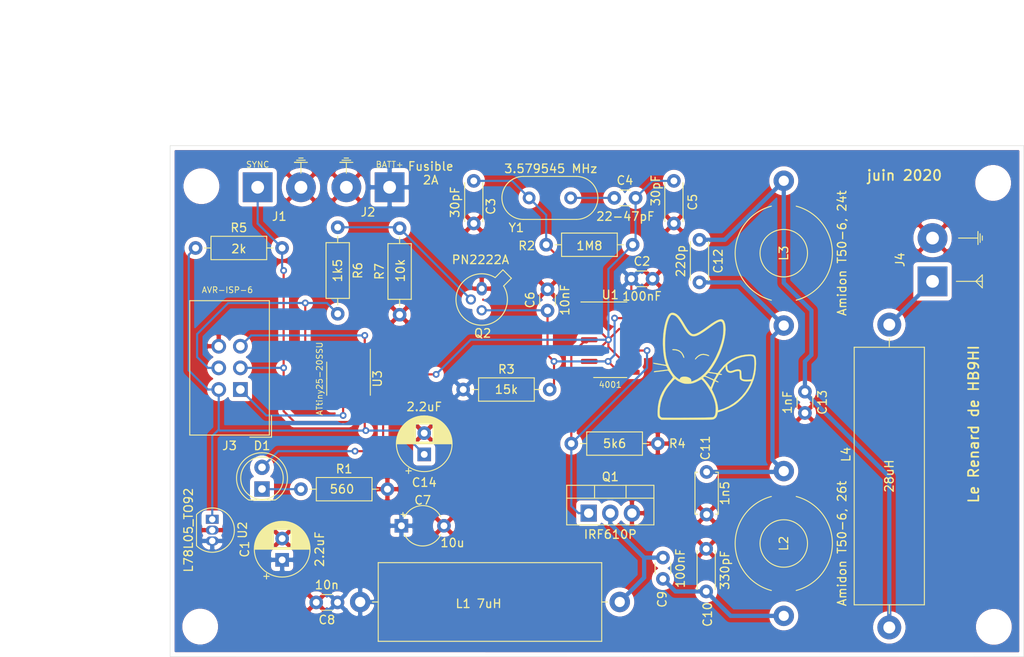
<source format=kicad_pcb>
(kicad_pcb (version 20171130) (host pcbnew 5.1.5)

  (general
    (thickness 1.6)
    (drawings 31)
    (tracks 163)
    (zones 0)
    (modules 41)
    (nets 21)
  )

  (page A4)
  (title_block
    (title "Tx Renard")
    (date 2019-05-30)
    (rev V1)
    (company "EGM / ICJ")
  )

  (layers
    (0 F.Cu signal)
    (31 B.Cu signal)
    (32 B.Adhes user hide)
    (33 F.Adhes user hide)
    (34 B.Paste user hide)
    (35 F.Paste user hide)
    (36 B.SilkS user)
    (37 F.SilkS user)
    (38 B.Mask user hide)
    (39 F.Mask user hide)
    (40 Dwgs.User user hide)
    (41 Cmts.User user hide)
    (42 Eco1.User user)
    (43 Eco2.User user)
    (44 Edge.Cuts user)
    (45 Margin user)
    (46 B.CrtYd user hide)
    (47 F.CrtYd user hide)
    (48 B.Fab user hide)
    (49 F.Fab user hide)
  )

  (setup
    (last_trace_width 0.25)
    (trace_clearance 0.2)
    (zone_clearance 0.508)
    (zone_45_only no)
    (trace_min 0.25)
    (via_size 0.8)
    (via_drill 0.4)
    (via_min_size 0.4)
    (via_min_drill 0.3)
    (uvia_size 0.3)
    (uvia_drill 0.1)
    (uvias_allowed no)
    (uvia_min_size 0.2)
    (uvia_min_drill 0.1)
    (edge_width 0.05)
    (segment_width 0.2)
    (pcb_text_width 0.3)
    (pcb_text_size 1.5 1.5)
    (mod_edge_width 0.12)
    (mod_text_size 1 1)
    (mod_text_width 0.15)
    (pad_size 1.524 1.524)
    (pad_drill 0.762)
    (pad_to_mask_clearance 0.051)
    (solder_mask_min_width 0.25)
    (aux_axis_origin 0 0)
    (grid_origin 74.168 94.742)
    (visible_elements 7FFFFFFF)
    (pcbplotparams
      (layerselection 0x010fc_ffffffff)
      (usegerberextensions false)
      (usegerberattributes false)
      (usegerberadvancedattributes false)
      (creategerberjobfile false)
      (excludeedgelayer true)
      (linewidth 0.100000)
      (plotframeref false)
      (viasonmask false)
      (mode 1)
      (useauxorigin false)
      (hpglpennumber 1)
      (hpglpenspeed 20)
      (hpglpendiameter 15.000000)
      (psnegative false)
      (psa4output false)
      (plotreference true)
      (plotvalue true)
      (plotinvisibletext false)
      (padsonsilk false)
      (subtractmaskfromsilk false)
      (outputformat 1)
      (mirror false)
      (drillshape 0)
      (scaleselection 1)
      (outputdirectory "out"))
  )

  (net 0 "")
  (net 1 GND)
  (net 2 VCC)
  (net 3 "Net-(C3-Pad1)")
  (net 4 "Net-(C4-Pad1)")
  (net 5 "Net-(C9-Pad2)")
  (net 6 "Net-(C10-Pad1)")
  (net 7 "Net-(C11-Pad1)")
  (net 8 "Net-(C12-Pad1)")
  (net 9 "Net-(J4-Pad1)")
  (net 10 /CLK)
  (net 11 /PTT)
  (net 12 "Net-(C14-Pad1)")
  (net 13 "Net-(D1-Pad1)")
  (net 14 "Net-(D1-Pad2)")
  (net 15 /LogiqueRenard/SYNC_n)
  (net 16 "Net-(J3-Pad1)")
  (net 17 "Net-(J3-Pad4)")
  (net 18 "Net-(J3-Pad5)")
  (net 19 "Net-(Q2-Pad2)")
  (net 20 "Net-(Q1-Pad1)")

  (net_class Default "Ceci est la Netclass par défaut."
    (clearance 0.2)
    (trace_width 0.25)
    (via_dia 0.8)
    (via_drill 0.4)
    (uvia_dia 0.3)
    (uvia_drill 0.1)
    (add_net /CLK)
    (add_net /LogiqueRenard/SYNC_n)
    (add_net /PTT)
    (add_net GND)
    (add_net "Net-(C10-Pad1)")
    (add_net "Net-(C11-Pad1)")
    (add_net "Net-(C12-Pad1)")
    (add_net "Net-(C14-Pad1)")
    (add_net "Net-(C3-Pad1)")
    (add_net "Net-(C4-Pad1)")
    (add_net "Net-(C9-Pad2)")
    (add_net "Net-(D1-Pad1)")
    (add_net "Net-(D1-Pad2)")
    (add_net "Net-(J3-Pad1)")
    (add_net "Net-(J3-Pad4)")
    (add_net "Net-(J3-Pad5)")
    (add_net "Net-(J4-Pad1)")
    (add_net "Net-(Q1-Pad1)")
    (add_net "Net-(Q2-Pad2)")
    (add_net VCC)
  )

  (module Connector_Wire:SolderWirePad_1x02_P5.08mm_Drill1.5mm (layer F.Cu) (tedit 5AEE5F19) (tstamp 5DDD60E7)
    (at 129.54 66.04 90)
    (descr "Wire solder connection")
    (tags connector)
    (path /5DDD9157)
    (attr virtual)
    (fp_text reference J4 (at 2.54 -3.81 90) (layer F.SilkS)
      (effects (font (size 1 1) (thickness 0.15)))
    )
    (fp_text value Antenne (at 2.54 3.81 90) (layer F.Fab)
      (effects (font (size 1 1) (thickness 0.15)))
    )
    (fp_line (start 7.33 2.25) (end -2.25 2.25) (layer F.CrtYd) (width 0.05))
    (fp_line (start 7.33 2.25) (end 7.33 -2.25) (layer F.CrtYd) (width 0.05))
    (fp_line (start -2.25 -2.25) (end -2.25 2.25) (layer F.CrtYd) (width 0.05))
    (fp_line (start -2.25 -2.25) (end 7.33 -2.25) (layer F.CrtYd) (width 0.05))
    (fp_text user %R (at 2.54 0 90) (layer F.Fab)
      (effects (font (size 1 1) (thickness 0.15)))
    )
    (pad 2 thru_hole circle (at 5.08 0 90) (size 3.50012 3.50012) (drill 1.50114) (layers *.Cu *.Mask)
      (net 1 GND))
    (pad 1 thru_hole rect (at 0 0 90) (size 3.50012 3.50012) (drill 1.50114) (layers *.Cu *.Mask)
      (net 9 "Net-(J4-Pad1)"))
  )

  (module Connector_Wire:SolderWirePad_1x02_P5.08mm_Drill1.5mm (layer F.Cu) (tedit 5AEE5F19) (tstamp 5CEFC471)
    (at 65.786 54.991 180)
    (descr "Wire solder connection")
    (tags connector)
    (path /5CEDE34D)
    (attr virtual)
    (fp_text reference J2 (at 2.54 -2.921) (layer F.SilkS)
      (effects (font (size 1 1) (thickness 0.15)))
    )
    (fp_text value "Alim 12V" (at 2.54 3.683) (layer F.Fab)
      (effects (font (size 1 1) (thickness 0.15)))
    )
    (fp_line (start 7.33 2.25) (end -2.25 2.25) (layer F.CrtYd) (width 0.05))
    (fp_line (start 7.33 2.25) (end 7.33 -2.25) (layer F.CrtYd) (width 0.05))
    (fp_line (start -2.25 -2.25) (end -2.25 2.25) (layer F.CrtYd) (width 0.05))
    (fp_line (start -2.25 -2.25) (end 7.33 -2.25) (layer F.CrtYd) (width 0.05))
    (fp_text user %R (at 2.54 0) (layer F.Fab)
      (effects (font (size 1 1) (thickness 0.15)))
    )
    (pad 2 thru_hole circle (at 5.08 0 180) (size 3.50012 3.50012) (drill 1.50114) (layers *.Cu *.Mask)
      (net 1 GND))
    (pad 1 thru_hole rect (at 0 0 180) (size 3.50012 3.50012) (drill 1.50114) (layers *.Cu *.Mask)
      (net 2 VCC))
  )

  (module Connector_Wire:SolderWirePad_1x02_P5.08mm_Drill1.5mm (layer F.Cu) (tedit 5AEE5F19) (tstamp 5CFEBA2E)
    (at 50.292 54.991)
    (descr "Wire solder connection")
    (tags connector)
    (path /5D0296D2)
    (attr virtual)
    (fp_text reference J1 (at 2.54 3.429) (layer F.SilkS)
      (effects (font (size 1 1) (thickness 0.15)))
    )
    (fp_text value SYNC (at 2.794 -3.429) (layer F.Fab)
      (effects (font (size 1 1) (thickness 0.15)))
    )
    (fp_line (start 7.33 2.25) (end -2.25 2.25) (layer F.CrtYd) (width 0.05))
    (fp_line (start 7.33 2.25) (end 7.33 -2.25) (layer F.CrtYd) (width 0.05))
    (fp_line (start -2.25 -2.25) (end -2.25 2.25) (layer F.CrtYd) (width 0.05))
    (fp_line (start -2.25 -2.25) (end 7.33 -2.25) (layer F.CrtYd) (width 0.05))
    (fp_text user %R (at 2.54 0) (layer F.Fab)
      (effects (font (size 1 1) (thickness 0.15)))
    )
    (pad 2 thru_hole circle (at 5.08 0) (size 3.50012 3.50012) (drill 1.50114) (layers *.Cu *.Mask)
      (net 1 GND))
    (pad 1 thru_hole rect (at 0 0) (size 3.50012 3.50012) (drill 1.50114) (layers *.Cu *.Mask)
      (net 15 /LogiqueRenard/SYNC_n))
  )

  (module renard:renardeau locked (layer F.Cu) (tedit 0) (tstamp 5DDDE0D9)
    (at 102.87 75.946)
    (fp_text reference G*** (at 0 0 180) (layer F.SilkS) hide
      (effects (font (size 1.524 1.524) (thickness 0.3)))
    )
    (fp_text value LOGO (at 0.75 0 180) (layer F.SilkS) hide
      (effects (font (size 1.524 1.524) (thickness 0.3)))
    )
    (fp_poly (pts (xy -3.381956 -1.912211) (xy -3.099913 -1.81173) (xy -2.864873 -1.653217) (xy -2.858275 -1.647194)
      (xy -2.749306 -1.526836) (xy -2.650263 -1.382535) (xy -2.568914 -1.231561) (xy -2.513031 -1.091181)
      (xy -2.490382 -0.978665) (xy -2.508739 -0.911281) (xy -2.523212 -0.902516) (xy -2.560738 -0.930141)
      (xy -2.612011 -1.018479) (xy -2.659463 -1.131647) (xy -2.79754 -1.399236) (xy -2.99121 -1.604379)
      (xy -3.235166 -1.743451) (xy -3.524101 -1.812822) (xy -3.667156 -1.820333) (xy -3.805754 -1.82628)
      (xy -3.876255 -1.847084) (xy -3.894667 -1.883833) (xy -3.871253 -1.924427) (xy -3.790665 -1.943804)
      (xy -3.690684 -1.947333) (xy -3.381956 -1.912211)) (layer F.SilkS) (width 0.01))
    (fp_poly (pts (xy 0.064847 -1.347093) (xy 0.1299 -1.329181) (xy 0.315453 -1.26601) (xy 0.419604 -1.209281)
      (xy 0.445205 -1.157126) (xy 0.429992 -1.132725) (xy 0.365001 -1.123348) (xy 0.254551 -1.163901)
      (xy 0.250194 -1.166135) (xy 0.129931 -1.209356) (xy -0.033161 -1.244747) (xy -0.155383 -1.260083)
      (xy -0.323831 -1.266685) (xy -0.454114 -1.248423) (xy -0.591102 -1.196957) (xy -0.652931 -1.167604)
      (xy -0.817969 -1.067281) (xy -0.965555 -0.944311) (xy -1.017776 -0.886758) (xy -1.123514 -0.767753)
      (xy -1.193021 -0.723003) (xy -1.225328 -0.752996) (xy -1.227667 -0.781151) (xy -1.199394 -0.840229)
      (xy -1.125204 -0.936479) (xy -1.021038 -1.049261) (xy -1.018979 -1.051323) (xy -0.778231 -1.24542)
      (xy -0.521922 -1.358307) (xy -0.243184 -1.391644) (xy 0.064847 -1.347093)) (layer F.SilkS) (width 0.01))
    (fp_poly (pts (xy -3.613436 -6.175212) (xy -3.388767 -6.056115) (xy -3.171653 -5.874302) (xy -3.075244 -5.771141)
      (xy -2.977113 -5.650418) (xy -2.869969 -5.501337) (xy -2.746524 -5.313104) (xy -2.599486 -5.074921)
      (xy -2.421565 -4.775995) (xy -2.365997 -4.681266) (xy -2.162068 -4.355782) (xy -1.967557 -4.090631)
      (xy -1.787281 -3.891416) (xy -1.626056 -3.76374) (xy -1.543831 -3.724892) (xy -1.411261 -3.702632)
      (xy -1.25534 -3.718887) (xy -1.070215 -3.776578) (xy -0.850031 -3.878627) (xy -0.588934 -4.027957)
      (xy -0.281071 -4.22749) (xy 0.079411 -4.480149) (xy 0.3175 -4.654101) (xy 0.707218 -4.932618)
      (xy 1.043164 -5.150774) (xy 1.329627 -5.309829) (xy 1.570894 -5.411045) (xy 1.771254 -5.455684)
      (xy 1.934994 -5.445007) (xy 2.066404 -5.380276) (xy 2.16977 -5.262754) (xy 2.200721 -5.2082)
      (xy 2.298903 -4.937775) (xy 2.353465 -4.603894) (xy 2.365424 -4.215047) (xy 2.335796 -3.779723)
      (xy 2.265598 -3.30641) (xy 2.155848 -2.803599) (xy 2.00756 -2.279777) (xy 1.821751 -1.743434)
      (xy 1.769667 -1.608666) (xy 1.611059 -1.238689) (xy 1.421084 -0.847416) (xy 1.211062 -0.455017)
      (xy 0.992314 -0.081664) (xy 0.776164 0.252473) (xy 0.57393 0.527223) (xy 0.56381 0.53975)
      (xy 0.486657 0.638076) (xy 0.440583 0.703426) (xy 0.434262 0.719667) (xy 0.48002 0.726726)
      (xy 0.591888 0.74591) (xy 0.752668 0.774223) (xy 0.930666 0.806064) (xy 1.12261 0.837469)
      (xy 1.283129 0.857797) (xy 1.394565 0.865206) (xy 1.4386 0.85898) (xy 1.474695 0.81331)
      (xy 1.55034 0.715948) (xy 1.653541 0.582375) (xy 1.743828 0.465116) (xy 2.164817 -0.021828)
      (xy 2.212213 -0.064664) (xy 2.55751 -0.064664) (xy 2.55828 -0.021696) (xy 2.572987 0.074395)
      (xy 2.58119 0.207789) (xy 2.581755 0.245341) (xy 2.600487 0.396815) (xy 2.664953 0.508463)
      (xy 2.686242 0.531091) (xy 2.802935 0.60909) (xy 2.949631 0.631694) (xy 3.13831 0.598866)
      (xy 3.336193 0.529167) (xy 3.581137 0.452065) (xy 3.805625 0.423995) (xy 3.993075 0.445491)
      (xy 4.112227 0.504197) (xy 4.157798 0.547961) (xy 4.187994 0.603063) (xy 4.206847 0.68776)
      (xy 4.218391 0.820312) (xy 4.226661 1.018977) (xy 4.226788 1.022781) (xy 4.236939 1.210921)
      (xy 4.252671 1.369691) (xy 4.271541 1.478502) (xy 4.285028 1.513586) (xy 4.381248 1.579471)
      (xy 4.54368 1.619648) (xy 4.777804 1.634997) (xy 5.011544 1.6304) (xy 5.190399 1.620801)
      (xy 5.334736 1.610171) (xy 5.425563 1.60007) (xy 5.44682 1.594625) (xy 5.47598 1.53314)
      (xy 5.515192 1.406027) (xy 5.560241 1.231113) (xy 5.60691 1.026226) (xy 5.650983 0.809193)
      (xy 5.688244 0.597841) (xy 5.6988 0.529167) (xy 5.730914 0.251199) (xy 5.74876 -0.034914)
      (xy 5.752762 -0.312701) (xy 5.743342 -0.56569) (xy 5.720924 -0.77741) (xy 5.685929 -0.931388)
      (xy 5.659865 -0.988008) (xy 5.587614 -1.063026) (xy 5.47984 -1.111096) (xy 5.324983 -1.133872)
      (xy 5.111478 -1.133011) (xy 4.827762 -1.110169) (xy 4.815608 -1.108907) (xy 4.269261 -1.017284)
      (xy 3.762769 -0.857981) (xy 3.281716 -0.625307) (xy 2.823442 -0.322391) (xy 2.677481 -0.208064)
      (xy 2.592461 -0.126264) (xy 2.55751 -0.064664) (xy 2.212213 -0.064664) (xy 2.620203 -0.433401)
      (xy 3.10793 -0.768505) (xy 3.625943 -1.026041) (xy 4.17219 -1.204913) (xy 4.744616 -1.304021)
      (xy 5.092411 -1.324612) (xy 5.347873 -1.323406) (xy 5.547193 -1.303117) (xy 5.69715 -1.254709)
      (xy 5.804525 -1.16915) (xy 5.876098 -1.037403) (xy 5.918647 -0.850433) (xy 5.938955 -0.599205)
      (xy 5.943799 -0.274686) (xy 5.94345 -0.1905) (xy 5.912382 0.442616) (xy 5.824153 1.029675)
      (xy 5.673692 1.591365) (xy 5.455927 2.148373) (xy 5.283102 2.503881) (xy 4.995711 2.985237)
      (xy 4.642608 3.45979) (xy 4.241638 3.90708) (xy 3.810647 4.306647) (xy 3.501828 4.546151)
      (xy 3.188966 4.747198) (xy 2.823068 4.946954) (xy 2.434645 5.130414) (xy 2.05421 5.282574)
      (xy 1.894359 5.336644) (xy 1.453183 5.475961) (xy 1.403273 5.7176) (xy 1.329495 5.952761)
      (xy 1.213074 6.124505) (xy 1.042882 6.247996) (xy 0.998161 6.269722) (xy 0.961249 6.284808)
      (xy 0.917623 6.297835) (xy 0.861155 6.308956) (xy 0.785718 6.318322) (xy 0.685186 6.326087)
      (xy 0.553431 6.332403) (xy 0.384326 6.337424) (xy 0.171744 6.341302) (xy -0.090441 6.344189)
      (xy -0.408357 6.346239) (xy -0.78813 6.347605) (xy -1.235889 6.348438) (xy -1.757759 6.348892)
      (xy -2.18449 6.34907) (xy -5.194479 6.35) (xy -5.338323 6.253906) (xy -5.448961 6.169576)
      (xy -5.528409 6.077318) (xy -5.580764 5.962509) (xy -5.610125 5.810526) (xy -5.620589 5.606746)
      (xy -5.617847 5.435959) (xy -5.376334 5.435959) (xy -5.370469 5.677001) (xy -5.349069 5.847966)
      (xy -5.306427 5.962873) (xy -5.236834 6.03574) (xy -5.134581 6.080585) (xy -5.111213 6.087036)
      (xy -5.046933 6.092653) (xy -4.905264 6.097472) (xy -4.693481 6.101453) (xy -4.418859 6.104556)
      (xy -4.088673 6.106739) (xy -3.710198 6.107964) (xy -3.290709 6.108189) (xy -2.83748 6.107374)
      (xy -2.357786 6.105479) (xy -2.075694 6.103902) (xy -1.487573 6.099979) (xy -0.978675 6.095906)
      (xy -0.543555 6.091547) (xy -0.176768 6.086765) (xy 0.127128 6.081423) (xy 0.37358 6.075386)
      (xy 0.56803 6.068516) (xy 0.715923 6.060678) (xy 0.822704 6.051735) (xy 0.893816 6.04155)
      (xy 0.934704 6.029987) (xy 0.938071 6.028382) (xy 1.046675 5.937049) (xy 1.125638 5.785878)
      (xy 1.176648 5.56886) (xy 1.201391 5.279984) (xy 1.204386 5.08) (xy 1.194002 4.779963)
      (xy 1.161928 4.508619) (xy 1.10258 4.241243) (xy 1.01037 3.953108) (xy 0.879714 3.619489)
      (xy 0.86824 3.592017) (xy 0.738735 3.312804) (xy 0.576557 3.00911) (xy 0.442392 2.782011)
      (xy 0.755027 2.782011) (xy 0.922955 3.116089) (xy 1.087314 3.477753) (xy 1.230483 3.860757)
      (xy 1.34671 4.244847) (xy 1.430241 4.609771) (xy 1.475326 4.935276) (xy 1.481666 5.083264)
      (xy 1.481666 5.24477) (xy 1.703917 5.178981) (xy 1.872348 5.125621) (xy 2.066123 5.059266)
      (xy 2.181666 5.017246) (xy 2.753323 4.758706) (xy 3.298538 4.425765) (xy 3.808534 4.026823)
      (xy 4.274536 3.570284) (xy 4.687771 3.064547) (xy 5.039462 2.518014) (xy 5.268442 2.061961)
      (xy 5.376848 1.816756) (xy 5.068606 1.844688) (xy 4.764656 1.851871) (xy 4.497381 1.817874)
      (xy 4.281059 1.745699) (xy 4.140769 1.649616) (xy 4.08647 1.591008) (xy 4.051814 1.532984)
      (xy 4.032402 1.455474) (xy 4.023833 1.338411) (xy 4.021707 1.161726) (xy 4.021667 1.106421)
      (xy 4.016819 0.888424) (xy 4.002837 0.736774) (xy 3.980567 0.659505) (xy 3.974035 0.652892)
      (xy 3.863503 0.625479) (xy 3.699865 0.6366) (xy 3.503891 0.683427) (xy 3.355758 0.737111)
      (xy 3.194028 0.794815) (xy 3.039163 0.834507) (xy 2.940905 0.846667) (xy 2.728716 0.808742)
      (xy 2.556234 0.702431) (xy 2.434263 0.538926) (xy 2.373605 0.329422) (xy 2.368903 0.254)
      (xy 2.366823 0.0635) (xy 2.154074 0.296334) (xy 2.021976 0.447088) (xy 1.889717 0.607949)
      (xy 1.797439 0.728571) (xy 1.653553 0.927976) (xy 1.800443 0.955533) (xy 1.916467 0.992411)
      (xy 1.954991 1.034818) (xy 1.92082 1.068418) (xy 1.818758 1.078877) (xy 1.760909 1.073495)
      (xy 1.574485 1.047942) (xy 1.38068 1.379019) (xy 1.186875 1.710095) (xy 1.320773 1.766395)
      (xy 1.467349 1.840127) (xy 1.541037 1.905897) (xy 1.54346 1.950094) (xy 1.495619 1.95552)
      (xy 1.39802 1.929905) (xy 1.331252 1.904036) (xy 1.140984 1.822478) (xy 1.038172 2.054953)
      (xy 0.962339 2.234411) (xy 0.88287 2.434476) (xy 0.845194 2.53472) (xy 0.755027 2.782011)
      (xy 0.442392 2.782011) (xy 0.392421 2.697426) (xy 0.197042 2.394244) (xy 0.001138 2.116055)
      (xy -0.184578 1.879348) (xy -0.349388 1.700616) (xy -0.378077 1.674014) (xy -0.470474 1.591194)
      (xy -0.838487 1.786933) (xy -1.148673 1.939119) (xy -1.42233 2.041714) (xy -1.68577 2.101868)
      (xy -1.965308 2.126726) (xy -2.0955 2.128352) (xy -2.324536 2.120455) (xy -2.506795 2.095579)
      (xy -2.679469 2.047605) (xy -2.75689 2.01955) (xy -3.023058 1.903448) (xy -3.266679 1.76965)
      (xy -3.460562 1.633473) (xy -3.494625 1.604003) (xy -3.533524 1.572477) (xy -3.570081 1.56363)
      (xy -3.616281 1.585921) (xy -3.684114 1.647814) (xy -3.785566 1.757769) (xy -3.906875 1.894984)
      (xy -4.157454 2.186784) (xy -4.359721 2.440189) (xy -4.527402 2.674423) (xy -4.674224 2.908711)
      (xy -4.81391 3.162278) (xy -4.819922 3.173824) (xy -5.079461 3.763101) (xy -5.259125 4.375995)
      (xy -5.357171 5.005414) (xy -5.376334 5.435959) (xy -5.617847 5.435959) (xy -5.616251 5.336545)
      (xy -5.613863 5.2705) (xy -5.563942 4.676339) (xy -5.458541 4.121553) (xy -5.292987 3.59513)
      (xy -5.062608 3.08606) (xy -4.762728 2.583331) (xy -4.388675 2.075934) (xy -4.124918 1.762651)
      (xy -3.971146 1.581473) (xy -3.874935 1.45259) (xy -3.832317 1.370138) (xy -3.834389 1.333317)
      (xy -3.873674 1.276895) (xy -3.948367 1.168004) (xy -4.046399 1.024277) (xy -4.11974 0.916373)
      (xy -4.23323 0.752454) (xy -4.313692 0.648087) (xy -4.373575 0.591403) (xy -4.425324 0.570535)
      (xy -4.479574 0.573297) (xy -4.550222 0.583448) (xy -4.684257 0.600956) (xy -4.864959 0.623787)
      (xy -5.075608 0.649907) (xy -5.299486 0.677284) (xy -5.519871 0.703882) (xy -5.720044 0.727668)
      (xy -5.883286 0.746609) (xy -5.992876 0.75867) (xy -6.030913 0.762) (xy -6.059333 0.736388)
      (xy -6.045809 0.683628) (xy -6.00467 0.639836) (xy -5.979584 0.632613) (xy -5.914919 0.626803)
      (xy -5.781376 0.61216) (xy -5.594074 0.590435) (xy -5.368139 0.563376) (xy -5.155999 0.537363)
      (xy -4.406498 0.4445) (xy -4.491392 0.255174) (xy -4.548478 0.139753) (xy -4.597779 0.06002)
      (xy -4.614969 0.041941) (xy -4.667498 0.027516) (xy -4.789392 0.002243) (xy -4.966439 -0.031183)
      (xy -5.184427 -0.070068) (xy -5.395993 -0.106184) (xy -5.698479 -0.159411) (xy -5.919824 -0.204434)
      (xy -6.06308 -0.241986) (xy -6.131301 -0.272799) (xy -6.138333 -0.284534) (xy -6.136721 -0.308694)
      (xy -6.124572 -0.324697) (xy -6.090919 -0.331653) (xy -6.024793 -0.328673) (xy -5.915226 -0.314868)
      (xy -5.751251 -0.289349) (xy -5.521899 -0.251227) (xy -5.332111 -0.219192) (xy -4.631722 -0.100835)
      (xy -4.724103 -0.420835) (xy -4.834474 -0.886777) (xy -4.917007 -1.41308) (xy -4.970453 -1.979722)
      (xy -4.993565 -2.566681) (xy -4.991251 -2.727098) (xy -4.73976 -2.727098) (xy -4.73327 -2.200192)
      (xy -4.700742 -1.686319) (xy -4.641087 -1.197467) (xy -4.589582 -0.910166) (xy -4.458278 -0.395966)
      (xy -4.283475 0.087257) (xy -4.071503 0.526107) (xy -3.828696 0.907187) (xy -3.604439 1.173986)
      (xy -3.486944 1.286446) (xy -3.354054 1.400691) (xy -3.224494 1.50214) (xy -3.116989 1.576211)
      (xy -3.050263 1.608322) (xy -3.046238 1.608667) (xy -3.01337 1.57299) (xy -2.989548 1.507875)
      (xy -2.920163 1.397808) (xy -2.782151 1.320791) (xy -2.586415 1.280836) (xy -2.369889 1.279882)
      (xy -2.130797 1.318188) (xy -1.928661 1.391533) (xy -1.774731 1.492037) (xy -1.68026 1.611823)
      (xy -1.656497 1.743012) (xy -1.662539 1.775219) (xy -1.676534 1.844685) (xy -1.674831 1.862667)
      (xy -1.632569 1.850028) (xy -1.533094 1.817121) (xy -1.416801 1.77753) (xy -0.970753 1.579975)
      (xy -0.720559 1.41732) (xy -0.285214 1.41732) (xy -0.038032 1.687077) (xy 0.11199 1.860743)
      (xy 0.270729 2.060093) (xy 0.4046 2.242897) (xy 0.408212 2.248168) (xy 0.499899 2.379733)
      (xy 0.571643 2.477739) (xy 0.611896 2.5266) (xy 0.616445 2.529169) (xy 0.635462 2.488156)
      (xy 0.67905 2.386416) (xy 0.739715 2.241582) (xy 0.779354 2.145797) (xy 0.843706 1.981617)
      (xy 0.890326 1.846919) (xy 0.913022 1.760505) (xy 0.912928 1.740135) (xy 0.868678 1.711189)
      (xy 0.762406 1.655698) (xy 0.609524 1.581354) (xy 0.425445 1.49585) (xy 0.404579 1.486378)
      (xy 0.202674 1.395595) (xy 0.062643 1.336272) (xy -0.030647 1.304682) (xy -0.092328 1.297094)
      (xy -0.137536 1.309782) (xy -0.181401 1.339018) (xy -0.18441 1.341284) (xy -0.285214 1.41732)
      (xy -0.720559 1.41732) (xy -0.539822 1.299821) (xy -0.391443 1.170432) (xy -0.00502 1.170432)
      (xy 0.47374 1.386142) (xy 0.658675 1.468824) (xy 0.814822 1.537422) (xy 0.926454 1.585115)
      (xy 0.977839 1.605077) (xy 0.978775 1.60526) (xy 1.010589 1.572852) (xy 1.072083 1.483663)
      (xy 1.151682 1.354848) (xy 1.177834 1.310228) (xy 1.267329 1.143449) (xy 1.308109 1.037181)
      (xy 1.299725 0.995135) (xy 1.23903 0.982017) (xy 1.114178 0.959418) (xy 0.944692 0.930762)
      (xy 0.79052 0.905843) (xy 0.332206 0.833206) (xy -0.00502 1.170432) (xy -0.391443 1.170432)
      (xy -0.124799 0.937913) (xy 0.273527 0.495098) (xy 0.654366 -0.027779) (xy 1.016929 -0.629871)
      (xy 1.250371 -1.0795) (xy 1.592343 -1.857487) (xy 1.858267 -2.638702) (xy 1.995573 -3.175)
      (xy 2.04469 -3.449092) (xy 2.078857 -3.74747) (xy 2.09793 -4.052758) (xy 2.101765 -4.347577)
      (xy 2.090218 -4.61455) (xy 2.063144 -4.836299) (xy 2.0204 -4.995447) (xy 2.010833 -5.0165)
      (xy 1.941895 -5.129562) (xy 1.867043 -5.183543) (xy 1.792161 -5.198832) (xy 1.661659 -5.185515)
      (xy 1.489913 -5.122317) (xy 1.272354 -5.006789) (xy 1.004408 -4.836482) (xy 0.681505 -4.608945)
      (xy 0.654804 -4.589402) (xy 0.259928 -4.302892) (xy -0.076966 -4.066143) (xy -0.363218 -3.875048)
      (xy -0.606167 -3.725498) (xy -0.813152 -3.613387) (xy -0.99151 -3.534607) (xy -1.148581 -3.485051)
      (xy -1.291705 -3.460611) (xy -1.369685 -3.456347) (xy -1.55052 -3.471695) (xy -1.720138 -3.527402)
      (xy -1.885132 -3.62978) (xy -2.052092 -3.785142) (xy -2.227608 -3.9998) (xy -2.418271 -4.280068)
      (xy -2.630673 -4.632256) (xy -2.671336 -4.7031) (xy -2.887957 -5.06928) (xy -3.080092 -5.362768)
      (xy -3.253601 -5.589916) (xy -3.41434 -5.757074) (xy -3.568167 -5.870592) (xy -3.72094 -5.936824)
      (xy -3.829048 -5.9583) (xy -3.936739 -5.966995) (xy -4.006187 -5.952156) (xy -4.064081 -5.898287)
      (xy -4.137111 -5.789891) (xy -4.147627 -5.773322) (xy -4.292901 -5.490865) (xy -4.419763 -5.137522)
      (xy -4.527123 -4.72528) (xy -4.613893 -4.266128) (xy -4.678981 -3.772054) (xy -4.7213 -3.255048)
      (xy -4.73976 -2.727098) (xy -4.991251 -2.727098) (xy -4.985095 -3.153935) (xy -4.943795 -3.721462)
      (xy -4.934838 -3.802386) (xy -4.869143 -4.267785) (xy -4.784656 -4.703785) (xy -4.68438 -5.100964)
      (xy -4.571317 -5.449899) (xy -4.448466 -5.74117) (xy -4.318831 -5.965352) (xy -4.203562 -6.097876)
      (xy -4.029907 -6.198059) (xy -3.830174 -6.223183) (xy -3.613436 -6.175212)) (layer F.SilkS) (width 0.01))
  )

  (module Inductor_THT:L_Toroid_Horizontal_D11.2mm_P17.00mm_Diameter12-5mm_Amidon-T44 (layer F.Cu) (tedit 5AE59B06) (tstamp 5CFEC76E)
    (at 112.07 71.23 90)
    (descr "L_Toroid, Horizontal series, Radial, pin pitch=17.00mm, , diameter=11.176mm, Diameter12-5mm, Amidon-T44")
    (tags "L_Toroid Horizontal series Radial pin pitch 17.00mm  diameter 11.176mm Diameter12-5mm Amidon-T44")
    (path /5CED0E64)
    (fp_text reference L3 (at 8.5 0 90) (layer F.SilkS)
      (effects (font (size 1 1) (thickness 0.15)))
    )
    (fp_text value "Amidon T50-6, 24t" (at 8.5 6.838 90) (layer F.SilkS)
      (effects (font (size 1 1) (thickness 0.15)))
    )
    (fp_text user %R (at 8.5 0 90) (layer F.Fab)
      (effects (font (size 1 1) (thickness 0.15)))
    )
    (fp_line (start 18.45 -5.84) (end -1.45 -5.84) (layer F.CrtYd) (width 0.05))
    (fp_line (start 18.45 5.84) (end 18.45 -5.84) (layer F.CrtYd) (width 0.05))
    (fp_line (start -1.45 5.84) (end 18.45 5.84) (layer F.CrtYd) (width 0.05))
    (fp_line (start -1.45 -5.84) (end -1.45 5.84) (layer F.CrtYd) (width 0.05))
    (fp_line (start 14.09384 -0.001037) (end 11.247299 0.735568) (layer F.Fab) (width 0.1))
    (fp_line (start 13.343932 -2.797743) (end 11.247026 -0.736586) (layer F.Fab) (width 0.1))
    (fp_line (start 11.296172 -4.844839) (end 10.510732 -2.011384) (layer F.Fab) (width 0.1))
    (fp_line (start 8.499223 -5.59384) (end 9.235695 -2.747265) (layer F.Fab) (width 0.1))
    (fp_line (start 5.702482 -4.844062) (end 7.763541 -2.74706) (layer F.Fab) (width 0.1))
    (fp_line (start 3.65529 -2.796396) (end 6.488709 -2.010825) (layer F.Fab) (width 0.1))
    (fp_line (start 2.90616 0.000518) (end 5.752769 -0.735823) (layer F.Fab) (width 0.1))
    (fp_line (start 3.655808 2.797294) (end 5.752906 0.736332) (layer F.Fab) (width 0.1))
    (fp_line (start 5.703379 4.84458) (end 6.489081 2.011198) (layer F.Fab) (width 0.1))
    (fp_line (start 8.500259 5.59384) (end 7.76405 2.747197) (layer F.Fab) (width 0.1))
    (fp_line (start 11.29707 4.844321) (end 9.236205 2.747128) (layer F.Fab) (width 0.1))
    (fp_line (start 13.344451 2.796845) (end 10.511105 2.011012) (layer F.Fab) (width 0.1))
    (fp_line (start 14.09384 0) (end 11.247162 0.736077) (layer F.Fab) (width 0.1))
    (fp_circle (center 8.5 0) (end 11.2883 0) (layer F.SilkS) (width 0.12))
    (fp_circle (center 8.5 0) (end 11.4083 0) (layer F.Fab) (width 0.1))
    (fp_circle (center 8.5 0) (end 14.088 0) (layer F.Fab) (width 0.1))
    (fp_arc (start 8.5 0) (end 2.981879 1.46) (angle -150.360221) (layer F.SilkS) (width 0.12))
    (fp_arc (start 8.5 0) (end 2.981879 -1.46) (angle 150.360221) (layer F.SilkS) (width 0.12))
    (pad 2 thru_hole circle (at 17 0 90) (size 2.4 2.4) (drill 1.2) (layers *.Cu *.Mask)
      (net 8 "Net-(C12-Pad1)"))
    (pad 1 thru_hole circle (at 0 0 90) (size 2.4 2.4) (drill 1.2) (layers *.Cu *.Mask)
      (net 7 "Net-(C11-Pad1)"))
    (model ${KISYS3DMOD}/Inductor_THT.3dshapes/L_Toroid_Horizontal_D11.2mm_P17.00mm_Diameter12-5mm_Amidon-T44.wrl
      (at (xyz 0 0 0))
      (scale (xyz 1 1 1))
      (rotate (xyz 0 0 0))
    )
  )

  (module LED_THT:LED_D5.0mm (layer F.Cu) (tedit 5995936A) (tstamp 5CFEBA23)
    (at 50.8 90.424 90)
    (descr "LED, diameter 5.0mm, 2 pins, http://cdn-reichelt.de/documents/datenblatt/A500/LL-504BC2E-009.pdf")
    (tags "LED diameter 5.0mm 2 pins")
    (path /5CFF1004/5CFFAEA0)
    (fp_text reference D1 (at 5.08 0 180) (layer F.SilkS)
      (effects (font (size 1 1) (thickness 0.15)))
    )
    (fp_text value LED (at 1.27 3.96 90) (layer F.Fab)
      (effects (font (size 1 1) (thickness 0.15)))
    )
    (fp_text user %R (at 1.25 0 90) (layer F.Fab)
      (effects (font (size 0.8 0.8) (thickness 0.2)))
    )
    (fp_line (start 4.5 -3.25) (end -1.95 -3.25) (layer F.CrtYd) (width 0.05))
    (fp_line (start 4.5 3.25) (end 4.5 -3.25) (layer F.CrtYd) (width 0.05))
    (fp_line (start -1.95 3.25) (end 4.5 3.25) (layer F.CrtYd) (width 0.05))
    (fp_line (start -1.95 -3.25) (end -1.95 3.25) (layer F.CrtYd) (width 0.05))
    (fp_line (start -1.29 -1.545) (end -1.29 1.545) (layer F.SilkS) (width 0.12))
    (fp_line (start -1.23 -1.469694) (end -1.23 1.469694) (layer F.Fab) (width 0.1))
    (fp_circle (center 1.27 0) (end 3.77 0) (layer F.SilkS) (width 0.12))
    (fp_circle (center 1.27 0) (end 3.77 0) (layer F.Fab) (width 0.1))
    (fp_arc (start 1.27 0) (end -1.29 1.54483) (angle -148.9) (layer F.SilkS) (width 0.12))
    (fp_arc (start 1.27 0) (end -1.29 -1.54483) (angle 148.9) (layer F.SilkS) (width 0.12))
    (fp_arc (start 1.27 0) (end -1.23 -1.469694) (angle 299.1) (layer F.Fab) (width 0.1))
    (pad 2 thru_hole circle (at 2.54 0 90) (size 1.8 1.8) (drill 0.9) (layers *.Cu *.Mask)
      (net 14 "Net-(D1-Pad2)"))
    (pad 1 thru_hole rect (at 0 0 90) (size 1.8 1.8) (drill 0.9) (layers *.Cu *.Mask)
      (net 13 "Net-(D1-Pad1)"))
    (model ${KISYS3DMOD}/LED_THT.3dshapes/LED_D5.0mm.wrl
      (at (xyz 0 0 0))
      (scale (xyz 1 1 1))
      (rotate (xyz 0 0 0))
    )
  )

  (module Package_TO_SOT_THT:TO-18-3 (layer F.Cu) (tedit 5A02FF81) (tstamp 5DDB3013)
    (at 76.6 66.9 270)
    (descr TO-18-3)
    (tags TO-18-3)
    (path /5CFF1004/5D011962)
    (fp_text reference Q2 (at 5.236 -0.108 180) (layer F.SilkS)
      (effects (font (size 1 1) (thickness 0.15)))
    )
    (fp_text value PN2222A (at -3.4 0.146 180) (layer F.SilkS)
      (effects (font (size 1 1) (thickness 0.15)))
    )
    (fp_arc (start 1.27 0) (end -0.312331 -2.572281) (angle 333.2) (layer F.SilkS) (width 0.12))
    (fp_arc (start 1.27 0) (end -0.329057 -2.419301) (angle 336.9) (layer F.Fab) (width 0.1))
    (fp_circle (center 1.27 0) (end 3.67 0) (layer F.Fab) (width 0.1))
    (fp_line (start 4.42 -3.5) (end -2.23 -3.5) (layer F.CrtYd) (width 0.05))
    (fp_line (start 4.42 3.15) (end 4.42 -3.5) (layer F.CrtYd) (width 0.05))
    (fp_line (start -2.23 3.15) (end 4.42 3.15) (layer F.CrtYd) (width 0.05))
    (fp_line (start -2.23 -3.5) (end -2.23 3.15) (layer F.CrtYd) (width 0.05))
    (fp_line (start -2.214448 -2.494499) (end -1.302281 -1.582331) (layer F.SilkS) (width 0.12))
    (fp_line (start -1.224499 -3.484448) (end -2.214448 -2.494499) (layer F.SilkS) (width 0.12))
    (fp_line (start -0.312331 -2.572281) (end -1.224499 -3.484448) (layer F.SilkS) (width 0.12))
    (fp_line (start -1.976616 -2.426372) (end -1.149301 -1.599057) (layer F.Fab) (width 0.1))
    (fp_line (start -1.156372 -3.246616) (end -1.976616 -2.426372) (layer F.Fab) (width 0.1))
    (fp_line (start -0.329057 -2.419301) (end -1.156372 -3.246616) (layer F.Fab) (width 0.1))
    (fp_text user %R (at 1.27 -4.02 90) (layer F.Fab)
      (effects (font (size 1 1) (thickness 0.15)))
    )
    (pad 3 thru_hole oval (at 2.54 0 270) (size 1.2 1.2) (drill 0.7) (layers *.Cu *.Mask)
      (net 11 /PTT))
    (pad 2 thru_hole oval (at 1.27 1.27 270) (size 1.2 1.2) (drill 0.7) (layers *.Cu *.Mask)
      (net 19 "Net-(Q2-Pad2)"))
    (pad 1 thru_hole oval (at 0 0 270) (size 1.6 1.2) (drill 0.7) (layers *.Cu *.Mask)
      (net 1 GND))
    (model ${KISYS3DMOD}/Package_TO_SOT_THT.3dshapes/TO-18-3.wrl
      (at (xyz 0 0 0))
      (scale (xyz 1 1 1))
      (rotate (xyz 0 0 0))
    )
  )

  (module Package_SO:SOIC-14_3.9x8.7mm_P1.27mm (layer F.Cu) (tedit 5C97300E) (tstamp 5CFEC664)
    (at 91.694 72.898)
    (descr "SOIC, 14 Pin (JEDEC MS-012AB, https://www.analog.com/media/en/package-pcb-resources/package/pkg_pdf/soic_narrow-r/r_14.pdf), generated with kicad-footprint-generator ipc_gullwing_generator.py")
    (tags "SOIC SO")
    (path /5CF2982D)
    (attr smd)
    (fp_text reference U1 (at 0 -5.28) (layer F.SilkS)
      (effects (font (size 1 1) (thickness 0.15)))
    )
    (fp_text value 4001 (at 0 5.28) (layer F.SilkS)
      (effects (font (size 0.7 0.7) (thickness 0.1)))
    )
    (fp_text user %R (at 0 0) (layer F.Fab)
      (effects (font (size 0.98 0.98) (thickness 0.15)))
    )
    (fp_line (start 3.7 -4.58) (end -3.7 -4.58) (layer F.CrtYd) (width 0.05))
    (fp_line (start 3.7 4.58) (end 3.7 -4.58) (layer F.CrtYd) (width 0.05))
    (fp_line (start -3.7 4.58) (end 3.7 4.58) (layer F.CrtYd) (width 0.05))
    (fp_line (start -3.7 -4.58) (end -3.7 4.58) (layer F.CrtYd) (width 0.05))
    (fp_line (start -1.95 -3.35) (end -0.975 -4.325) (layer F.Fab) (width 0.1))
    (fp_line (start -1.95 4.325) (end -1.95 -3.35) (layer F.Fab) (width 0.1))
    (fp_line (start 1.95 4.325) (end -1.95 4.325) (layer F.Fab) (width 0.1))
    (fp_line (start 1.95 -4.325) (end 1.95 4.325) (layer F.Fab) (width 0.1))
    (fp_line (start -0.975 -4.325) (end 1.95 -4.325) (layer F.Fab) (width 0.1))
    (fp_line (start 0 -4.435) (end -3.45 -4.435) (layer F.SilkS) (width 0.12))
    (fp_line (start 0 -4.435) (end 1.95 -4.435) (layer F.SilkS) (width 0.12))
    (fp_line (start 0 4.435) (end -1.95 4.435) (layer F.SilkS) (width 0.12))
    (fp_line (start 0 4.435) (end 1.95 4.435) (layer F.SilkS) (width 0.12))
    (pad 14 smd roundrect (at 2.475 -3.81) (size 1.95 0.6) (layers F.Cu F.Paste F.Mask) (roundrect_rratio 0.25)
      (net 2 VCC))
    (pad 13 smd roundrect (at 2.475 -2.54) (size 1.95 0.6) (layers F.Cu F.Paste F.Mask) (roundrect_rratio 0.25)
      (net 11 /PTT))
    (pad 12 smd roundrect (at 2.475 -1.27) (size 1.95 0.6) (layers F.Cu F.Paste F.Mask) (roundrect_rratio 0.25)
      (net 10 /CLK))
    (pad 11 smd roundrect (at 2.475 0) (size 1.95 0.6) (layers F.Cu F.Paste F.Mask) (roundrect_rratio 0.25)
      (net 20 "Net-(Q1-Pad1)"))
    (pad 10 smd roundrect (at 2.475 1.27) (size 1.95 0.6) (layers F.Cu F.Paste F.Mask) (roundrect_rratio 0.25)
      (net 20 "Net-(Q1-Pad1)"))
    (pad 9 smd roundrect (at 2.475 2.54) (size 1.95 0.6) (layers F.Cu F.Paste F.Mask) (roundrect_rratio 0.25)
      (net 10 /CLK))
    (pad 8 smd roundrect (at 2.475 3.81) (size 1.95 0.6) (layers F.Cu F.Paste F.Mask) (roundrect_rratio 0.25)
      (net 11 /PTT))
    (pad 7 smd roundrect (at -2.475 3.81) (size 1.95 0.6) (layers F.Cu F.Paste F.Mask) (roundrect_rratio 0.25)
      (net 1 GND))
    (pad 6 smd roundrect (at -2.475 2.54) (size 1.95 0.6) (layers F.Cu F.Paste F.Mask) (roundrect_rratio 0.25)
      (net 11 /PTT))
    (pad 5 smd roundrect (at -2.475 1.27) (size 1.95 0.6) (layers F.Cu F.Paste F.Mask) (roundrect_rratio 0.25)
      (net 10 /CLK))
    (pad 4 smd roundrect (at -2.475 0) (size 1.95 0.6) (layers F.Cu F.Paste F.Mask) (roundrect_rratio 0.25)
      (net 20 "Net-(Q1-Pad1)"))
    (pad 3 smd roundrect (at -2.475 -1.27) (size 1.95 0.6) (layers F.Cu F.Paste F.Mask) (roundrect_rratio 0.25)
      (net 10 /CLK))
    (pad 2 smd roundrect (at -2.475 -2.54) (size 1.95 0.6) (layers F.Cu F.Paste F.Mask) (roundrect_rratio 0.25)
      (net 3 "Net-(C3-Pad1)"))
    (pad 1 smd roundrect (at -2.475 -3.81) (size 1.95 0.6) (layers F.Cu F.Paste F.Mask) (roundrect_rratio 0.25)
      (net 1 GND))
    (model ${KISYS3DMOD}/Package_SO.3dshapes/SOIC-14_3.9x8.7mm_P1.27mm.wrl
      (at (xyz 0 0 0))
      (scale (xyz 1 1 1))
      (rotate (xyz 0 0 0))
    )
  )

  (module Capacitor_THT:C_Disc_D3.0mm_W1.6mm_P2.50mm (layer F.Cu) (tedit 5AE50EF0) (tstamp 5CFECB01)
    (at 84.328 69.469 90)
    (descr "C, Disc series, Radial, pin pitch=2.50mm, , diameter*width=3.0*1.6mm^2, Capacitor, http://www.vishay.com/docs/45233/krseries.pdf")
    (tags "C Disc series Radial pin pitch 2.50mm  diameter 3.0mm width 1.6mm Capacitor")
    (path /5CECAA3B)
    (fp_text reference C6 (at 1.25 -2.05 90) (layer F.SilkS)
      (effects (font (size 1 1) (thickness 0.15)))
    )
    (fp_text value 10nF (at 1.25 2.05 90) (layer F.SilkS)
      (effects (font (size 1 1) (thickness 0.15)))
    )
    (fp_text user %R (at 1.25 0 90) (layer F.Fab)
      (effects (font (size 0.6 0.6) (thickness 0.09)))
    )
    (fp_line (start 3.55 -1.05) (end -1.05 -1.05) (layer F.CrtYd) (width 0.05))
    (fp_line (start 3.55 1.05) (end 3.55 -1.05) (layer F.CrtYd) (width 0.05))
    (fp_line (start -1.05 1.05) (end 3.55 1.05) (layer F.CrtYd) (width 0.05))
    (fp_line (start -1.05 -1.05) (end -1.05 1.05) (layer F.CrtYd) (width 0.05))
    (fp_line (start 0.621 0.92) (end 1.879 0.92) (layer F.SilkS) (width 0.12))
    (fp_line (start 0.621 -0.92) (end 1.879 -0.92) (layer F.SilkS) (width 0.12))
    (fp_line (start 2.75 -0.8) (end -0.25 -0.8) (layer F.Fab) (width 0.1))
    (fp_line (start 2.75 0.8) (end 2.75 -0.8) (layer F.Fab) (width 0.1))
    (fp_line (start -0.25 0.8) (end 2.75 0.8) (layer F.Fab) (width 0.1))
    (fp_line (start -0.25 -0.8) (end -0.25 0.8) (layer F.Fab) (width 0.1))
    (pad 2 thru_hole circle (at 2.5 0 90) (size 1.6 1.6) (drill 0.8) (layers *.Cu *.Mask)
      (net 1 GND))
    (pad 1 thru_hole circle (at 0 0 90) (size 1.6 1.6) (drill 0.8) (layers *.Cu *.Mask)
      (net 11 /PTT))
    (model ${KISYS3DMOD}/Capacitor_THT.3dshapes/C_Disc_D3.0mm_W1.6mm_P2.50mm.wrl
      (at (xyz 0 0 0))
      (scale (xyz 1 1 1))
      (rotate (xyz 0 0 0))
    )
  )

  (module Capacitor_THT:C_Disc_D4.3mm_W1.9mm_P5.00mm (layer F.Cu) (tedit 5AE50EF0) (tstamp 5CFEC8A7)
    (at 99.168 54.242 270)
    (descr "C, Disc series, Radial, pin pitch=5.00mm, , diameter*width=4.3*1.9mm^2, Capacitor, http://www.vishay.com/docs/45233/krseries.pdf")
    (tags "C Disc series Radial pin pitch 5.00mm  diameter 4.3mm width 1.9mm Capacitor")
    (path /5CEC9678)
    (fp_text reference C5 (at 2.5 -2.2 90) (layer F.SilkS)
      (effects (font (size 1 1) (thickness 0.15)))
    )
    (fp_text value 30pF (at 1.13 2.14 90) (layer F.SilkS)
      (effects (font (size 1 1) (thickness 0.15)))
    )
    (fp_text user %R (at 2.5 0 90) (layer F.Fab)
      (effects (font (size 0.86 0.86) (thickness 0.129)))
    )
    (fp_line (start 6.05 -1.2) (end -1.05 -1.2) (layer F.CrtYd) (width 0.05))
    (fp_line (start 6.05 1.2) (end 6.05 -1.2) (layer F.CrtYd) (width 0.05))
    (fp_line (start -1.05 1.2) (end 6.05 1.2) (layer F.CrtYd) (width 0.05))
    (fp_line (start -1.05 -1.2) (end -1.05 1.2) (layer F.CrtYd) (width 0.05))
    (fp_line (start 4.77 1.055) (end 4.77 1.07) (layer F.SilkS) (width 0.12))
    (fp_line (start 4.77 -1.07) (end 4.77 -1.055) (layer F.SilkS) (width 0.12))
    (fp_line (start 0.23 1.055) (end 0.23 1.07) (layer F.SilkS) (width 0.12))
    (fp_line (start 0.23 -1.07) (end 0.23 -1.055) (layer F.SilkS) (width 0.12))
    (fp_line (start 0.23 1.07) (end 4.77 1.07) (layer F.SilkS) (width 0.12))
    (fp_line (start 0.23 -1.07) (end 4.77 -1.07) (layer F.SilkS) (width 0.12))
    (fp_line (start 4.65 -0.95) (end 0.35 -0.95) (layer F.Fab) (width 0.1))
    (fp_line (start 4.65 0.95) (end 4.65 -0.95) (layer F.Fab) (width 0.1))
    (fp_line (start 0.35 0.95) (end 4.65 0.95) (layer F.Fab) (width 0.1))
    (fp_line (start 0.35 -0.95) (end 0.35 0.95) (layer F.Fab) (width 0.1))
    (pad 2 thru_hole circle (at 5 0 270) (size 1.6 1.6) (drill 0.8) (layers *.Cu *.Mask)
      (net 1 GND))
    (pad 1 thru_hole circle (at 0 0 270) (size 1.6 1.6) (drill 0.8) (layers *.Cu *.Mask)
      (net 10 /CLK))
    (model ${KISYS3DMOD}/Capacitor_THT.3dshapes/C_Disc_D4.3mm_W1.9mm_P5.00mm.wrl
      (at (xyz 0 0 0))
      (scale (xyz 1 1 1))
      (rotate (xyz 0 0 0))
    )
  )

  (module Resistor_THT:R_Axial_DIN0207_L6.3mm_D2.5mm_P10.16mm_Horizontal (layer F.Cu) (tedit 5AE5139B) (tstamp 5CFEBABE)
    (at 43 62.12)
    (descr "Resistor, Axial_DIN0207 series, Axial, Horizontal, pin pitch=10.16mm, 0.25W = 1/4W, length*diameter=6.3*2.5mm^2, http://cdn-reichelt.de/documents/datenblatt/B400/1_4W%23YAG.pdf")
    (tags "Resistor Axial_DIN0207 series Axial Horizontal pin pitch 10.16mm 0.25W = 1/4W length 6.3mm diameter 2.5mm")
    (path /5CFF1004/5CFFCCDA)
    (fp_text reference R5 (at 5.08 -2.37) (layer F.SilkS)
      (effects (font (size 1 1) (thickness 0.15)))
    )
    (fp_text value 2k (at 5.08 0.11) (layer F.SilkS)
      (effects (font (size 1 1) (thickness 0.15)))
    )
    (fp_line (start 1.93 -1.25) (end 1.93 1.25) (layer F.Fab) (width 0.1))
    (fp_line (start 1.93 1.25) (end 8.23 1.25) (layer F.Fab) (width 0.1))
    (fp_line (start 8.23 1.25) (end 8.23 -1.25) (layer F.Fab) (width 0.1))
    (fp_line (start 8.23 -1.25) (end 1.93 -1.25) (layer F.Fab) (width 0.1))
    (fp_line (start 0 0) (end 1.93 0) (layer F.Fab) (width 0.1))
    (fp_line (start 10.16 0) (end 8.23 0) (layer F.Fab) (width 0.1))
    (fp_line (start 1.81 -1.37) (end 1.81 1.37) (layer F.SilkS) (width 0.12))
    (fp_line (start 1.81 1.37) (end 8.35 1.37) (layer F.SilkS) (width 0.12))
    (fp_line (start 8.35 1.37) (end 8.35 -1.37) (layer F.SilkS) (width 0.12))
    (fp_line (start 8.35 -1.37) (end 1.81 -1.37) (layer F.SilkS) (width 0.12))
    (fp_line (start 1.04 0) (end 1.81 0) (layer F.SilkS) (width 0.12))
    (fp_line (start 9.12 0) (end 8.35 0) (layer F.SilkS) (width 0.12))
    (fp_line (start -1.05 -1.5) (end -1.05 1.5) (layer F.CrtYd) (width 0.05))
    (fp_line (start -1.05 1.5) (end 11.21 1.5) (layer F.CrtYd) (width 0.05))
    (fp_line (start 11.21 1.5) (end 11.21 -1.5) (layer F.CrtYd) (width 0.05))
    (fp_line (start 11.21 -1.5) (end -1.05 -1.5) (layer F.CrtYd) (width 0.05))
    (fp_text user %R (at 5.08 0) (layer F.Fab)
      (effects (font (size 1 1) (thickness 0.15)))
    )
    (pad 1 thru_hole circle (at 0 0) (size 1.6 1.6) (drill 0.8) (layers *.Cu *.Mask)
      (net 12 "Net-(C14-Pad1)"))
    (pad 2 thru_hole oval (at 10.16 0) (size 1.6 1.6) (drill 0.8) (layers *.Cu *.Mask)
      (net 15 /LogiqueRenard/SYNC_n))
    (model ${KISYS3DMOD}/Resistor_THT.3dshapes/R_Axial_DIN0207_L6.3mm_D2.5mm_P10.16mm_Horizontal.wrl
      (at (xyz 0 0 0))
      (scale (xyz 1 1 1))
      (rotate (xyz 0 0 0))
    )
  )

  (module MountingHole:MountingHole_3.2mm_M3 locked (layer F.Cu) (tedit 56D1B4CB) (tstamp 5CEFFACA)
    (at 43.54 106.58)
    (descr "Mounting Hole 3.2mm, no annular, M3")
    (tags "mounting hole 3.2mm no annular m3")
    (attr virtual)
    (fp_text reference REF** (at 0 -4.2) (layer F.SilkS) hide
      (effects (font (size 1 1) (thickness 0.15)))
    )
    (fp_text value MountingHole_3.2mm_M3 (at 0 4.2) (layer F.Fab)
      (effects (font (size 1 1) (thickness 0.15)))
    )
    (fp_circle (center 0 0) (end 3.45 0) (layer F.CrtYd) (width 0.05))
    (fp_circle (center 0 0) (end 3.2 0) (layer Cmts.User) (width 0.15))
    (fp_text user %R (at 0.3 0) (layer F.Fab)
      (effects (font (size 1 1) (thickness 0.15)))
    )
    (pad 1 np_thru_hole circle (at 0 0) (size 3.2 3.2) (drill 3.2) (layers *.Cu *.Mask))
  )

  (module MountingHole:MountingHole_3.2mm_M3 locked (layer F.Cu) (tedit 56D1B4CB) (tstamp 5CEFFAAD)
    (at 136.74 106.61)
    (descr "Mounting Hole 3.2mm, no annular, M3")
    (tags "mounting hole 3.2mm no annular m3")
    (attr virtual)
    (fp_text reference REF** (at 0 -4.2) (layer F.SilkS) hide
      (effects (font (size 1 1) (thickness 0.15)))
    )
    (fp_text value MountingHole_3.2mm_M3 (at 0 4.2) (layer F.Fab)
      (effects (font (size 1 1) (thickness 0.15)))
    )
    (fp_circle (center 0 0) (end 3.45 0) (layer F.CrtYd) (width 0.05))
    (fp_circle (center 0 0) (end 3.2 0) (layer Cmts.User) (width 0.15))
    (fp_text user %R (at 0.3 0) (layer F.Fab)
      (effects (font (size 1 1) (thickness 0.15)))
    )
    (pad 1 np_thru_hole circle (at 0 0) (size 3.2 3.2) (drill 3.2) (layers *.Cu *.Mask))
  )

  (module MountingHole:MountingHole_3.2mm_M3 locked (layer F.Cu) (tedit 56D1B4CB) (tstamp 5CEFFA90)
    (at 136.652 54.483)
    (descr "Mounting Hole 3.2mm, no annular, M3")
    (tags "mounting hole 3.2mm no annular m3")
    (attr virtual)
    (fp_text reference REF** (at 0 -4.2) (layer F.SilkS) hide
      (effects (font (size 1 1) (thickness 0.15)))
    )
    (fp_text value MountingHole_3.2mm_M3 (at 0 4.2) (layer F.Fab)
      (effects (font (size 1 1) (thickness 0.15)))
    )
    (fp_circle (center 0 0) (end 3.45 0) (layer F.CrtYd) (width 0.05))
    (fp_circle (center 0 0) (end 3.2 0) (layer Cmts.User) (width 0.15))
    (fp_text user %R (at 0.3 0) (layer F.Fab)
      (effects (font (size 1 1) (thickness 0.15)))
    )
    (pad 1 np_thru_hole circle (at 0 0) (size 3.2 3.2) (drill 3.2) (layers *.Cu *.Mask))
  )

  (module MountingHole:MountingHole_3.2mm_M3 locked (layer F.Cu) (tedit 56D1B4CB) (tstamp 5CEFFA73)
    (at 43.688 54.864)
    (descr "Mounting Hole 3.2mm, no annular, M3")
    (tags "mounting hole 3.2mm no annular m3")
    (attr virtual)
    (fp_text reference REF** (at 0 -4.2) (layer F.SilkS) hide
      (effects (font (size 1 1) (thickness 0.15)))
    )
    (fp_text value MountingHole_3.2mm_M3 (at 0 4.2) (layer F.Fab)
      (effects (font (size 1 1) (thickness 0.15)))
    )
    (fp_circle (center 0 0) (end 3.45 0) (layer F.CrtYd) (width 0.05))
    (fp_circle (center 0 0) (end 3.2 0) (layer Cmts.User) (width 0.15))
    (fp_text user %R (at 0.3 0) (layer F.Fab)
      (effects (font (size 1 1) (thickness 0.15)))
    )
    (pad 1 np_thru_hole circle (at 0 0) (size 3.2 3.2) (drill 3.2) (layers *.Cu *.Mask))
  )

  (module Capacitor_THT:C_Disc_D3.0mm_W1.6mm_P2.50mm (layer F.Cu) (tedit 5AE50EF0) (tstamp 5CFEC825)
    (at 94.168 65.742)
    (descr "C, Disc series, Radial, pin pitch=2.50mm, , diameter*width=3.0*1.6mm^2, Capacitor, http://www.vishay.com/docs/45233/krseries.pdf")
    (tags "C Disc series Radial pin pitch 2.50mm  diameter 3.0mm width 1.6mm Capacitor")
    (path /5CEC8432)
    (fp_text reference C2 (at 1.25 -2.05) (layer F.SilkS)
      (effects (font (size 1 1) (thickness 0.15)))
    )
    (fp_text value 100nF (at 1.25 2.05) (layer F.SilkS)
      (effects (font (size 1 1) (thickness 0.15)))
    )
    (fp_text user %R (at 1.25 0) (layer F.Fab)
      (effects (font (size 0.6 0.6) (thickness 0.09)))
    )
    (fp_line (start 3.55 -1.05) (end -1.05 -1.05) (layer F.CrtYd) (width 0.05))
    (fp_line (start 3.55 1.05) (end 3.55 -1.05) (layer F.CrtYd) (width 0.05))
    (fp_line (start -1.05 1.05) (end 3.55 1.05) (layer F.CrtYd) (width 0.05))
    (fp_line (start -1.05 -1.05) (end -1.05 1.05) (layer F.CrtYd) (width 0.05))
    (fp_line (start 0.621 0.92) (end 1.879 0.92) (layer F.SilkS) (width 0.12))
    (fp_line (start 0.621 -0.92) (end 1.879 -0.92) (layer F.SilkS) (width 0.12))
    (fp_line (start 2.75 -0.8) (end -0.25 -0.8) (layer F.Fab) (width 0.1))
    (fp_line (start 2.75 0.8) (end 2.75 -0.8) (layer F.Fab) (width 0.1))
    (fp_line (start -0.25 0.8) (end 2.75 0.8) (layer F.Fab) (width 0.1))
    (fp_line (start -0.25 -0.8) (end -0.25 0.8) (layer F.Fab) (width 0.1))
    (pad 2 thru_hole circle (at 2.5 0) (size 1.6 1.6) (drill 0.8) (layers *.Cu *.Mask)
      (net 1 GND))
    (pad 1 thru_hole circle (at 0 0) (size 1.6 1.6) (drill 0.8) (layers *.Cu *.Mask)
      (net 2 VCC))
    (model ${KISYS3DMOD}/Capacitor_THT.3dshapes/C_Disc_D3.0mm_W1.6mm_P2.50mm.wrl
      (at (xyz 0 0 0))
      (scale (xyz 1 1 1))
      (rotate (xyz 0 0 0))
    )
  )

  (module Capacitor_THT:C_Disc_D4.3mm_W1.9mm_P5.00mm (layer F.Cu) (tedit 5AE50EF0) (tstamp 5CFEC94F)
    (at 75.668 54.242 270)
    (descr "C, Disc series, Radial, pin pitch=5.00mm, , diameter*width=4.3*1.9mm^2, Capacitor, http://www.vishay.com/docs/45233/krseries.pdf")
    (tags "C Disc series Radial pin pitch 5.00mm  diameter 4.3mm width 1.9mm Capacitor")
    (path /5CEC8DB6)
    (fp_text reference C3 (at 3 -2 90) (layer F.SilkS)
      (effects (font (size 1 1) (thickness 0.15)))
    )
    (fp_text value 30pF (at 2.5 2.2 90) (layer F.SilkS)
      (effects (font (size 1 1) (thickness 0.15)))
    )
    (fp_line (start 0.35 -0.95) (end 0.35 0.95) (layer F.Fab) (width 0.1))
    (fp_line (start 0.35 0.95) (end 4.65 0.95) (layer F.Fab) (width 0.1))
    (fp_line (start 4.65 0.95) (end 4.65 -0.95) (layer F.Fab) (width 0.1))
    (fp_line (start 4.65 -0.95) (end 0.35 -0.95) (layer F.Fab) (width 0.1))
    (fp_line (start 0.23 -1.07) (end 4.77 -1.07) (layer F.SilkS) (width 0.12))
    (fp_line (start 0.23 1.07) (end 4.77 1.07) (layer F.SilkS) (width 0.12))
    (fp_line (start 0.23 -1.07) (end 0.23 -1.055) (layer F.SilkS) (width 0.12))
    (fp_line (start 0.23 1.055) (end 0.23 1.07) (layer F.SilkS) (width 0.12))
    (fp_line (start 4.77 -1.07) (end 4.77 -1.055) (layer F.SilkS) (width 0.12))
    (fp_line (start 4.77 1.055) (end 4.77 1.07) (layer F.SilkS) (width 0.12))
    (fp_line (start -1.05 -1.2) (end -1.05 1.2) (layer F.CrtYd) (width 0.05))
    (fp_line (start -1.05 1.2) (end 6.05 1.2) (layer F.CrtYd) (width 0.05))
    (fp_line (start 6.05 1.2) (end 6.05 -1.2) (layer F.CrtYd) (width 0.05))
    (fp_line (start 6.05 -1.2) (end -1.05 -1.2) (layer F.CrtYd) (width 0.05))
    (fp_text user %R (at 2.5 0) (layer F.Fab)
      (effects (font (size 0.86 0.86) (thickness 0.129)))
    )
    (pad 1 thru_hole circle (at 0 0 270) (size 1.6 1.6) (drill 0.8) (layers *.Cu *.Mask)
      (net 3 "Net-(C3-Pad1)"))
    (pad 2 thru_hole circle (at 5 0 270) (size 1.6 1.6) (drill 0.8) (layers *.Cu *.Mask)
      (net 1 GND))
    (model ${KISYS3DMOD}/Capacitor_THT.3dshapes/C_Disc_D4.3mm_W1.9mm_P5.00mm.wrl
      (at (xyz 0 0 0))
      (scale (xyz 1 1 1))
      (rotate (xyz 0 0 0))
    )
  )

  (module Capacitor_THT:C_Disc_D3.0mm_W1.6mm_P2.50mm (layer F.Cu) (tedit 5AE50EF0) (tstamp 5DDD6604)
    (at 92.168 56.242)
    (descr "C, Disc series, Radial, pin pitch=2.50mm, , diameter*width=3.0*1.6mm^2, Capacitor, http://www.vishay.com/docs/45233/krseries.pdf")
    (tags "C Disc series Radial pin pitch 2.50mm  diameter 3.0mm width 1.6mm Capacitor")
    (path /5CEC9FF7)
    (fp_text reference C4 (at 1.25 -2.05) (layer F.SilkS)
      (effects (font (size 1 1) (thickness 0.15)))
    )
    (fp_text value 22-47pF (at 1.304 2.178) (layer F.SilkS)
      (effects (font (size 1 1) (thickness 0.15)))
    )
    (fp_line (start -0.25 -0.8) (end -0.25 0.8) (layer F.Fab) (width 0.1))
    (fp_line (start -0.25 0.8) (end 2.75 0.8) (layer F.Fab) (width 0.1))
    (fp_line (start 2.75 0.8) (end 2.75 -0.8) (layer F.Fab) (width 0.1))
    (fp_line (start 2.75 -0.8) (end -0.25 -0.8) (layer F.Fab) (width 0.1))
    (fp_line (start 0.621 -0.92) (end 1.879 -0.92) (layer F.SilkS) (width 0.12))
    (fp_line (start 0.621 0.92) (end 1.879 0.92) (layer F.SilkS) (width 0.12))
    (fp_line (start -1.05 -1.05) (end -1.05 1.05) (layer F.CrtYd) (width 0.05))
    (fp_line (start -1.05 1.05) (end 3.55 1.05) (layer F.CrtYd) (width 0.05))
    (fp_line (start 3.55 1.05) (end 3.55 -1.05) (layer F.CrtYd) (width 0.05))
    (fp_line (start 3.55 -1.05) (end -1.05 -1.05) (layer F.CrtYd) (width 0.05))
    (fp_text user %R (at 1.25 0) (layer F.Fab)
      (effects (font (size 0.6 0.6) (thickness 0.09)))
    )
    (pad 1 thru_hole circle (at 0 0) (size 1.6 1.6) (drill 0.8) (layers *.Cu *.Mask)
      (net 4 "Net-(C4-Pad1)"))
    (pad 2 thru_hole circle (at 2.5 0) (size 1.6 1.6) (drill 0.8) (layers *.Cu *.Mask)
      (net 10 /CLK))
    (model ${KISYS3DMOD}/Capacitor_THT.3dshapes/C_Disc_D3.0mm_W1.6mm_P2.50mm.wrl
      (at (xyz 0 0 0))
      (scale (xyz 1 1 1))
      (rotate (xyz 0 0 0))
    )
  )

  (module Capacitor_THT:CP_Radial_Tantal_D4.5mm_P5.00mm (layer F.Cu) (tedit 5AE50EF0) (tstamp 5CFEC8DD)
    (at 67.168 94.742)
    (descr "CP, Radial_Tantal series, Radial, pin pitch=5.00mm, , diameter=4.5mm, Tantal Electrolytic Capacitor, http://cdn-reichelt.de/documents/datenblatt/B300/TANTAL-TB-Serie%23.pdf")
    (tags "CP Radial_Tantal series Radial pin pitch 5.00mm  diameter 4.5mm Tantal Electrolytic Capacitor")
    (path /5CEDCC7C)
    (fp_text reference C7 (at 2.5 -3) (layer F.SilkS)
      (effects (font (size 1 1) (thickness 0.15)))
    )
    (fp_text value 10u (at 6 2) (layer F.SilkS)
      (effects (font (size 1 1) (thickness 0.15)))
    )
    (fp_arc (start 2.5 0) (end 0.380259 -1.06) (angle 126.864288) (layer F.SilkS) (width 0.12))
    (fp_arc (start 2.5 0) (end 0.380259 1.06) (angle -126.864288) (layer F.SilkS) (width 0.12))
    (fp_circle (center 2.5 0) (end 4.75 0) (layer F.Fab) (width 0.1))
    (fp_circle (center 2.5 0) (end 6.22 0) (layer F.CrtYd) (width 0.05))
    (fp_line (start 0.58192 -0.9775) (end 1.03192 -0.9775) (layer F.Fab) (width 0.1))
    (fp_line (start 0.80692 -1.2025) (end 0.80692 -0.7525) (layer F.Fab) (width 0.1))
    (fp_line (start -0.037288 -1.335) (end 0.412712 -1.335) (layer F.SilkS) (width 0.12))
    (fp_line (start 0.187712 -1.56) (end 0.187712 -1.11) (layer F.SilkS) (width 0.12))
    (fp_text user %R (at 2.5 0) (layer F.Fab)
      (effects (font (size 0.9 0.9) (thickness 0.135)))
    )
    (pad 1 thru_hole rect (at 0 0) (size 1.6 1.6) (drill 0.8) (layers *.Cu *.Mask)
      (net 2 VCC))
    (pad 2 thru_hole circle (at 5 0) (size 1.6 1.6) (drill 0.8) (layers *.Cu *.Mask)
      (net 1 GND))
    (model ${KISYS3DMOD}/Capacitor_THT.3dshapes/CP_Radial_Tantal_D4.5mm_P5.00mm.wrl
      (at (xyz 0 0 0))
      (scale (xyz 1 1 1))
      (rotate (xyz 0 0 0))
    )
  )

  (module Capacitor_THT:C_Disc_D3.0mm_W1.6mm_P2.50mm (layer F.Cu) (tedit 5AE50EF0) (tstamp 5CFEC6C6)
    (at 59.668 103.742 180)
    (descr "C, Disc series, Radial, pin pitch=2.50mm, , diameter*width=3.0*1.6mm^2, Capacitor, http://www.vishay.com/docs/45233/krseries.pdf")
    (tags "C Disc series Radial pin pitch 2.50mm  diameter 3.0mm width 1.6mm Capacitor")
    (path /5CECB4D9)
    (fp_text reference C8 (at 1.25 -2.05) (layer F.SilkS)
      (effects (font (size 1 1) (thickness 0.15)))
    )
    (fp_text value 10n (at 1.25 2.05) (layer F.SilkS)
      (effects (font (size 1 1) (thickness 0.15)))
    )
    (fp_line (start -0.25 -0.8) (end -0.25 0.8) (layer F.Fab) (width 0.1))
    (fp_line (start -0.25 0.8) (end 2.75 0.8) (layer F.Fab) (width 0.1))
    (fp_line (start 2.75 0.8) (end 2.75 -0.8) (layer F.Fab) (width 0.1))
    (fp_line (start 2.75 -0.8) (end -0.25 -0.8) (layer F.Fab) (width 0.1))
    (fp_line (start 0.621 -0.92) (end 1.879 -0.92) (layer F.SilkS) (width 0.12))
    (fp_line (start 0.621 0.92) (end 1.879 0.92) (layer F.SilkS) (width 0.12))
    (fp_line (start -1.05 -1.05) (end -1.05 1.05) (layer F.CrtYd) (width 0.05))
    (fp_line (start -1.05 1.05) (end 3.55 1.05) (layer F.CrtYd) (width 0.05))
    (fp_line (start 3.55 1.05) (end 3.55 -1.05) (layer F.CrtYd) (width 0.05))
    (fp_line (start 3.55 -1.05) (end -1.05 -1.05) (layer F.CrtYd) (width 0.05))
    (fp_text user %R (at 1.25 0) (layer F.Fab)
      (effects (font (size 0.6 0.6) (thickness 0.09)))
    )
    (pad 1 thru_hole circle (at 0 0 180) (size 1.6 1.6) (drill 0.8) (layers *.Cu *.Mask)
      (net 2 VCC))
    (pad 2 thru_hole circle (at 2.5 0 180) (size 1.6 1.6) (drill 0.8) (layers *.Cu *.Mask)
      (net 1 GND))
    (model ${KISYS3DMOD}/Capacitor_THT.3dshapes/C_Disc_D3.0mm_W1.6mm_P2.50mm.wrl
      (at (xyz 0 0 0))
      (scale (xyz 1 1 1))
      (rotate (xyz 0 0 0))
    )
  )

  (module Capacitor_THT:C_Disc_D3.0mm_W1.6mm_P2.50mm (layer F.Cu) (tedit 5AE50EF0) (tstamp 5CFEC9C3)
    (at 97.88 100.98 90)
    (descr "C, Disc series, Radial, pin pitch=2.50mm, , diameter*width=3.0*1.6mm^2, Capacitor, http://www.vishay.com/docs/45233/krseries.pdf")
    (tags "C Disc series Radial pin pitch 2.50mm  diameter 3.0mm width 1.6mm Capacitor")
    (path /5CECBD83)
    (fp_text reference C9 (at -2.398 -0.09 90) (layer F.SilkS)
      (effects (font (size 1 1) (thickness 0.15)))
    )
    (fp_text value 100nF (at 1.25 2.05 90) (layer F.SilkS)
      (effects (font (size 1 1) (thickness 0.15)))
    )
    (fp_text user %R (at 1.25 0 90) (layer F.Fab)
      (effects (font (size 0.6 0.6) (thickness 0.09)))
    )
    (fp_line (start 3.55 -1.05) (end -1.05 -1.05) (layer F.CrtYd) (width 0.05))
    (fp_line (start 3.55 1.05) (end 3.55 -1.05) (layer F.CrtYd) (width 0.05))
    (fp_line (start -1.05 1.05) (end 3.55 1.05) (layer F.CrtYd) (width 0.05))
    (fp_line (start -1.05 -1.05) (end -1.05 1.05) (layer F.CrtYd) (width 0.05))
    (fp_line (start 0.621 0.92) (end 1.879 0.92) (layer F.SilkS) (width 0.12))
    (fp_line (start 0.621 -0.92) (end 1.879 -0.92) (layer F.SilkS) (width 0.12))
    (fp_line (start 2.75 -0.8) (end -0.25 -0.8) (layer F.Fab) (width 0.1))
    (fp_line (start 2.75 0.8) (end 2.75 -0.8) (layer F.Fab) (width 0.1))
    (fp_line (start -0.25 0.8) (end 2.75 0.8) (layer F.Fab) (width 0.1))
    (fp_line (start -0.25 -0.8) (end -0.25 0.8) (layer F.Fab) (width 0.1))
    (pad 2 thru_hole circle (at 2.5 0 90) (size 1.6 1.6) (drill 0.8) (layers *.Cu *.Mask)
      (net 5 "Net-(C9-Pad2)"))
    (pad 1 thru_hole circle (at 0 0 90) (size 1.6 1.6) (drill 0.8) (layers *.Cu *.Mask)
      (net 6 "Net-(C10-Pad1)"))
    (model ${KISYS3DMOD}/Capacitor_THT.3dshapes/C_Disc_D3.0mm_W1.6mm_P2.50mm.wrl
      (at (xyz 0 0 0))
      (scale (xyz 1 1 1))
      (rotate (xyz 0 0 0))
    )
  )

  (module Capacitor_THT:C_Disc_D4.3mm_W1.9mm_P5.00mm (layer F.Cu) (tedit 5AE50EF0) (tstamp 5CFEC98B)
    (at 102.96 102.45 90)
    (descr "C, Disc series, Radial, pin pitch=5.00mm, , diameter*width=4.3*1.9mm^2, Capacitor, http://www.vishay.com/docs/45233/krseries.pdf")
    (tags "C Disc series Radial pin pitch 5.00mm  diameter 4.3mm width 1.9mm Capacitor")
    (path /5CECC6F4)
    (fp_text reference C10 (at -2.706 0.164 90) (layer F.SilkS)
      (effects (font (size 1 1) (thickness 0.15)))
    )
    (fp_text value 330pF (at 2.5 2.2 90) (layer F.SilkS)
      (effects (font (size 1 1) (thickness 0.15)))
    )
    (fp_text user %R (at 2.5 0 90) (layer F.Fab)
      (effects (font (size 0.86 0.86) (thickness 0.129)))
    )
    (fp_line (start 6.05 -1.2) (end -1.05 -1.2) (layer F.CrtYd) (width 0.05))
    (fp_line (start 6.05 1.2) (end 6.05 -1.2) (layer F.CrtYd) (width 0.05))
    (fp_line (start -1.05 1.2) (end 6.05 1.2) (layer F.CrtYd) (width 0.05))
    (fp_line (start -1.05 -1.2) (end -1.05 1.2) (layer F.CrtYd) (width 0.05))
    (fp_line (start 4.77 1.055) (end 4.77 1.07) (layer F.SilkS) (width 0.12))
    (fp_line (start 4.77 -1.07) (end 4.77 -1.055) (layer F.SilkS) (width 0.12))
    (fp_line (start 0.23 1.055) (end 0.23 1.07) (layer F.SilkS) (width 0.12))
    (fp_line (start 0.23 -1.07) (end 0.23 -1.055) (layer F.SilkS) (width 0.12))
    (fp_line (start 0.23 1.07) (end 4.77 1.07) (layer F.SilkS) (width 0.12))
    (fp_line (start 0.23 -1.07) (end 4.77 -1.07) (layer F.SilkS) (width 0.12))
    (fp_line (start 4.65 -0.95) (end 0.35 -0.95) (layer F.Fab) (width 0.1))
    (fp_line (start 4.65 0.95) (end 4.65 -0.95) (layer F.Fab) (width 0.1))
    (fp_line (start 0.35 0.95) (end 4.65 0.95) (layer F.Fab) (width 0.1))
    (fp_line (start 0.35 -0.95) (end 0.35 0.95) (layer F.Fab) (width 0.1))
    (pad 2 thru_hole circle (at 5 0 90) (size 1.6 1.6) (drill 0.8) (layers *.Cu *.Mask)
      (net 1 GND))
    (pad 1 thru_hole circle (at 0 0 90) (size 1.6 1.6) (drill 0.8) (layers *.Cu *.Mask)
      (net 6 "Net-(C10-Pad1)"))
    (model ${KISYS3DMOD}/Capacitor_THT.3dshapes/C_Disc_D4.3mm_W1.9mm_P5.00mm.wrl
      (at (xyz 0 0 0))
      (scale (xyz 1 1 1))
      (rotate (xyz 0 0 0))
    )
  )

  (module Capacitor_THT:C_Disc_D4.7mm_W2.5mm_P5.00mm (layer F.Cu) (tedit 5AE50EF0) (tstamp 5CFEC7ED)
    (at 103.01 88.42 270)
    (descr "C, Disc series, Radial, pin pitch=5.00mm, , diameter*width=4.7*2.5mm^2, Capacitor, http://www.vishay.com/docs/45233/krseries.pdf")
    (tags "C Disc series Radial pin pitch 5.00mm  diameter 4.7mm width 2.5mm Capacitor")
    (path /5CECD600)
    (fp_text reference C11 (at -2.822 0.14 90) (layer F.SilkS)
      (effects (font (size 1 1) (thickness 0.15)))
    )
    (fp_text value 1n5 (at 2.5 -2.146 90) (layer F.SilkS)
      (effects (font (size 1 1) (thickness 0.15)))
    )
    (fp_line (start 0.15 -1.25) (end 0.15 1.25) (layer F.Fab) (width 0.1))
    (fp_line (start 0.15 1.25) (end 4.85 1.25) (layer F.Fab) (width 0.1))
    (fp_line (start 4.85 1.25) (end 4.85 -1.25) (layer F.Fab) (width 0.1))
    (fp_line (start 4.85 -1.25) (end 0.15 -1.25) (layer F.Fab) (width 0.1))
    (fp_line (start 0.03 -1.37) (end 4.97 -1.37) (layer F.SilkS) (width 0.12))
    (fp_line (start 0.03 1.37) (end 4.97 1.37) (layer F.SilkS) (width 0.12))
    (fp_line (start 0.03 -1.37) (end 0.03 -1.055) (layer F.SilkS) (width 0.12))
    (fp_line (start 0.03 1.055) (end 0.03 1.37) (layer F.SilkS) (width 0.12))
    (fp_line (start 4.97 -1.37) (end 4.97 -1.055) (layer F.SilkS) (width 0.12))
    (fp_line (start 4.97 1.055) (end 4.97 1.37) (layer F.SilkS) (width 0.12))
    (fp_line (start -1.05 -1.5) (end -1.05 1.5) (layer F.CrtYd) (width 0.05))
    (fp_line (start -1.05 1.5) (end 6.05 1.5) (layer F.CrtYd) (width 0.05))
    (fp_line (start 6.05 1.5) (end 6.05 -1.5) (layer F.CrtYd) (width 0.05))
    (fp_line (start 6.05 -1.5) (end -1.05 -1.5) (layer F.CrtYd) (width 0.05))
    (fp_text user %R (at 2.5 0 90) (layer F.Fab)
      (effects (font (size 0.94 0.94) (thickness 0.141)))
    )
    (pad 1 thru_hole circle (at 0 0 270) (size 1.6 1.6) (drill 0.8) (layers *.Cu *.Mask)
      (net 7 "Net-(C11-Pad1)"))
    (pad 2 thru_hole circle (at 5 0 270) (size 1.6 1.6) (drill 0.8) (layers *.Cu *.Mask)
      (net 1 GND))
    (model ${KISYS3DMOD}/Capacitor_THT.3dshapes/C_Disc_D4.7mm_W2.5mm_P5.00mm.wrl
      (at (xyz 0 0 0))
      (scale (xyz 1 1 1))
      (rotate (xyz 0 0 0))
    )
  )

  (module Capacitor_THT:C_Disc_D4.3mm_W1.9mm_P5.00mm (layer F.Cu) (tedit 5AE50EF0) (tstamp 5CFEC6FA)
    (at 102.17 61.16 270)
    (descr "C, Disc series, Radial, pin pitch=5.00mm, , diameter*width=4.3*1.9mm^2, Capacitor, http://www.vishay.com/docs/45233/krseries.pdf")
    (tags "C Disc series Radial pin pitch 5.00mm  diameter 4.3mm width 1.9mm Capacitor")
    (path /5CECE249)
    (fp_text reference C12 (at 2.5 -2.2 90) (layer F.SilkS)
      (effects (font (size 1 1) (thickness 0.15)))
    )
    (fp_text value 220p (at 2.5 2.2 90) (layer F.SilkS)
      (effects (font (size 1 1) (thickness 0.15)))
    )
    (fp_line (start 0.35 -0.95) (end 0.35 0.95) (layer F.Fab) (width 0.1))
    (fp_line (start 0.35 0.95) (end 4.65 0.95) (layer F.Fab) (width 0.1))
    (fp_line (start 4.65 0.95) (end 4.65 -0.95) (layer F.Fab) (width 0.1))
    (fp_line (start 4.65 -0.95) (end 0.35 -0.95) (layer F.Fab) (width 0.1))
    (fp_line (start 0.23 -1.07) (end 4.77 -1.07) (layer F.SilkS) (width 0.12))
    (fp_line (start 0.23 1.07) (end 4.77 1.07) (layer F.SilkS) (width 0.12))
    (fp_line (start 0.23 -1.07) (end 0.23 -1.055) (layer F.SilkS) (width 0.12))
    (fp_line (start 0.23 1.055) (end 0.23 1.07) (layer F.SilkS) (width 0.12))
    (fp_line (start 4.77 -1.07) (end 4.77 -1.055) (layer F.SilkS) (width 0.12))
    (fp_line (start 4.77 1.055) (end 4.77 1.07) (layer F.SilkS) (width 0.12))
    (fp_line (start -1.05 -1.2) (end -1.05 1.2) (layer F.CrtYd) (width 0.05))
    (fp_line (start -1.05 1.2) (end 6.05 1.2) (layer F.CrtYd) (width 0.05))
    (fp_line (start 6.05 1.2) (end 6.05 -1.2) (layer F.CrtYd) (width 0.05))
    (fp_line (start 6.05 -1.2) (end -1.05 -1.2) (layer F.CrtYd) (width 0.05))
    (fp_text user %R (at 2.55 0.09 270) (layer F.Fab)
      (effects (font (size 0.86 0.86) (thickness 0.129)))
    )
    (pad 1 thru_hole circle (at 0 0 270) (size 1.6 1.6) (drill 0.8) (layers *.Cu *.Mask)
      (net 8 "Net-(C12-Pad1)"))
    (pad 2 thru_hole circle (at 5 0 270) (size 1.6 1.6) (drill 0.8) (layers *.Cu *.Mask)
      (net 7 "Net-(C11-Pad1)"))
    (model ${KISYS3DMOD}/Capacitor_THT.3dshapes/C_Disc_D4.3mm_W1.9mm_P5.00mm.wrl
      (at (xyz 0 0 0))
      (scale (xyz 1 1 1))
      (rotate (xyz 0 0 0))
    )
  )

  (module Capacitor_THT:C_Disc_D3.0mm_W1.6mm_P2.50mm (layer F.Cu) (tedit 5AE50EF0) (tstamp 5CFEC7B6)
    (at 114.554 78.994 270)
    (descr "C, Disc series, Radial, pin pitch=2.50mm, , diameter*width=3.0*1.6mm^2, Capacitor, http://www.vishay.com/docs/45233/krseries.pdf")
    (tags "C Disc series Radial pin pitch 2.50mm  diameter 3.0mm width 1.6mm Capacitor")
    (path /5CECEADC)
    (fp_text reference C13 (at 1.25 -2.05 90) (layer F.SilkS)
      (effects (font (size 1 1) (thickness 0.15)))
    )
    (fp_text value 1nF (at 1.25 2.05 90) (layer F.SilkS)
      (effects (font (size 1 1) (thickness 0.15)))
    )
    (fp_line (start -0.25 -0.8) (end -0.25 0.8) (layer F.Fab) (width 0.1))
    (fp_line (start -0.25 0.8) (end 2.75 0.8) (layer F.Fab) (width 0.1))
    (fp_line (start 2.75 0.8) (end 2.75 -0.8) (layer F.Fab) (width 0.1))
    (fp_line (start 2.75 -0.8) (end -0.25 -0.8) (layer F.Fab) (width 0.1))
    (fp_line (start 0.621 -0.92) (end 1.879 -0.92) (layer F.SilkS) (width 0.12))
    (fp_line (start 0.621 0.92) (end 1.879 0.92) (layer F.SilkS) (width 0.12))
    (fp_line (start -1.05 -1.05) (end -1.05 1.05) (layer F.CrtYd) (width 0.05))
    (fp_line (start -1.05 1.05) (end 3.55 1.05) (layer F.CrtYd) (width 0.05))
    (fp_line (start 3.55 1.05) (end 3.55 -1.05) (layer F.CrtYd) (width 0.05))
    (fp_line (start 3.55 -1.05) (end -1.05 -1.05) (layer F.CrtYd) (width 0.05))
    (fp_text user %R (at 1.25 0 90) (layer F.Fab)
      (effects (font (size 0.6 0.6) (thickness 0.09)))
    )
    (pad 1 thru_hole circle (at 0 0 270) (size 1.6 1.6) (drill 0.8) (layers *.Cu *.Mask)
      (net 8 "Net-(C12-Pad1)"))
    (pad 2 thru_hole circle (at 2.5 0 270) (size 1.6 1.6) (drill 0.8) (layers *.Cu *.Mask)
      (net 1 GND))
    (model ${KISYS3DMOD}/Capacitor_THT.3dshapes/C_Disc_D3.0mm_W1.6mm_P2.50mm.wrl
      (at (xyz 0 0 0))
      (scale (xyz 1 1 1))
      (rotate (xyz 0 0 0))
    )
  )

  (module Inductor_THT:L_Toroid_Horizontal_D11.2mm_P17.00mm_Diameter12-5mm_Amidon-T44 (layer F.Cu) (tedit 5AE59B06) (tstamp 5CFEC603)
    (at 112.07 105.32 90)
    (descr "L_Toroid, Horizontal series, Radial, pin pitch=17.00mm, , diameter=11.176mm, Diameter12-5mm, Amidon-T44")
    (tags "L_Toroid Horizontal series Radial pin pitch 17.00mm  diameter 11.176mm Diameter12-5mm Amidon-T44")
    (path /5CED09F9)
    (fp_text reference L2 (at 8.5 0 90) (layer F.SilkS)
      (effects (font (size 1 1) (thickness 0.15)))
    )
    (fp_text value "Amidon T50-6, 26t" (at 8.5 6.838 90) (layer F.SilkS)
      (effects (font (size 1 1) (thickness 0.15)))
    )
    (fp_arc (start 8.5 0) (end 2.981879 -1.46) (angle 150.360221) (layer F.SilkS) (width 0.12))
    (fp_arc (start 8.5 0) (end 2.981879 1.46) (angle -150.360221) (layer F.SilkS) (width 0.12))
    (fp_circle (center 8.5 0) (end 14.088 0) (layer F.Fab) (width 0.1))
    (fp_circle (center 8.5 0) (end 11.4083 0) (layer F.Fab) (width 0.1))
    (fp_circle (center 8.5 0) (end 11.2883 0) (layer F.SilkS) (width 0.12))
    (fp_line (start 14.09384 0) (end 11.247162 0.736077) (layer F.Fab) (width 0.1))
    (fp_line (start 13.344451 2.796845) (end 10.511105 2.011012) (layer F.Fab) (width 0.1))
    (fp_line (start 11.29707 4.844321) (end 9.236205 2.747128) (layer F.Fab) (width 0.1))
    (fp_line (start 8.500259 5.59384) (end 7.76405 2.747197) (layer F.Fab) (width 0.1))
    (fp_line (start 5.703379 4.84458) (end 6.489081 2.011198) (layer F.Fab) (width 0.1))
    (fp_line (start 3.655808 2.797294) (end 5.752906 0.736332) (layer F.Fab) (width 0.1))
    (fp_line (start 2.90616 0.000518) (end 5.752769 -0.735823) (layer F.Fab) (width 0.1))
    (fp_line (start 3.65529 -2.796396) (end 6.488709 -2.010825) (layer F.Fab) (width 0.1))
    (fp_line (start 5.702482 -4.844062) (end 7.763541 -2.74706) (layer F.Fab) (width 0.1))
    (fp_line (start 8.499223 -5.59384) (end 9.235695 -2.747265) (layer F.Fab) (width 0.1))
    (fp_line (start 11.296172 -4.844839) (end 10.510732 -2.011384) (layer F.Fab) (width 0.1))
    (fp_line (start 13.343932 -2.797743) (end 11.247026 -0.736586) (layer F.Fab) (width 0.1))
    (fp_line (start 14.09384 -0.001037) (end 11.247299 0.735568) (layer F.Fab) (width 0.1))
    (fp_line (start -1.45 -5.84) (end -1.45 5.84) (layer F.CrtYd) (width 0.05))
    (fp_line (start -1.45 5.84) (end 18.45 5.84) (layer F.CrtYd) (width 0.05))
    (fp_line (start 18.45 5.84) (end 18.45 -5.84) (layer F.CrtYd) (width 0.05))
    (fp_line (start 18.45 -5.84) (end -1.45 -5.84) (layer F.CrtYd) (width 0.05))
    (fp_text user %R (at 8.5 0 90) (layer F.Fab)
      (effects (font (size 1 1) (thickness 0.15)))
    )
    (pad 1 thru_hole circle (at 0 0 90) (size 2.4 2.4) (drill 1.2) (layers *.Cu *.Mask)
      (net 6 "Net-(C10-Pad1)"))
    (pad 2 thru_hole circle (at 17 0 90) (size 2.4 2.4) (drill 1.2) (layers *.Cu *.Mask)
      (net 7 "Net-(C11-Pad1)"))
    (model ${KISYS3DMOD}/Inductor_THT.3dshapes/L_Toroid_Horizontal_D11.2mm_P17.00mm_Diameter12-5mm_Amidon-T44.wrl
      (at (xyz 0 0 0))
      (scale (xyz 1 1 1))
      (rotate (xyz 0 0 0))
    )
  )

  (module Package_TO_SOT_THT:TO-220-3_Vertical (layer F.Cu) (tedit 5AC8BA0D) (tstamp 5CFEC85E)
    (at 89.16 93.26)
    (descr "TO-220-3, Vertical, RM 2.54mm, see https://www.vishay.com/docs/66542/to-220-1.pdf")
    (tags "TO-220-3 Vertical RM 2.54mm")
    (path /5CEC60F7)
    (fp_text reference Q1 (at 2.54 -4.27) (layer F.SilkS)
      (effects (font (size 1 1) (thickness 0.15)))
    )
    (fp_text value IRF610P (at 2.54 2.5) (layer F.SilkS)
      (effects (font (size 1 1) (thickness 0.15)))
    )
    (fp_line (start -2.46 -3.15) (end -2.46 1.25) (layer F.Fab) (width 0.1))
    (fp_line (start -2.46 1.25) (end 7.54 1.25) (layer F.Fab) (width 0.1))
    (fp_line (start 7.54 1.25) (end 7.54 -3.15) (layer F.Fab) (width 0.1))
    (fp_line (start 7.54 -3.15) (end -2.46 -3.15) (layer F.Fab) (width 0.1))
    (fp_line (start -2.46 -1.88) (end 7.54 -1.88) (layer F.Fab) (width 0.1))
    (fp_line (start 0.69 -3.15) (end 0.69 -1.88) (layer F.Fab) (width 0.1))
    (fp_line (start 4.39 -3.15) (end 4.39 -1.88) (layer F.Fab) (width 0.1))
    (fp_line (start -2.58 -3.27) (end 7.66 -3.27) (layer F.SilkS) (width 0.12))
    (fp_line (start -2.58 1.371) (end 7.66 1.371) (layer F.SilkS) (width 0.12))
    (fp_line (start -2.58 -3.27) (end -2.58 1.371) (layer F.SilkS) (width 0.12))
    (fp_line (start 7.66 -3.27) (end 7.66 1.371) (layer F.SilkS) (width 0.12))
    (fp_line (start -2.58 -1.76) (end 7.66 -1.76) (layer F.SilkS) (width 0.12))
    (fp_line (start 0.69 -3.27) (end 0.69 -1.76) (layer F.SilkS) (width 0.12))
    (fp_line (start 4.391 -3.27) (end 4.391 -1.76) (layer F.SilkS) (width 0.12))
    (fp_line (start -2.71 -3.4) (end -2.71 1.51) (layer F.CrtYd) (width 0.05))
    (fp_line (start -2.71 1.51) (end 7.79 1.51) (layer F.CrtYd) (width 0.05))
    (fp_line (start 7.79 1.51) (end 7.79 -3.4) (layer F.CrtYd) (width 0.05))
    (fp_line (start 7.79 -3.4) (end -2.71 -3.4) (layer F.CrtYd) (width 0.05))
    (fp_text user %R (at 2.54 -4.27) (layer F.Fab)
      (effects (font (size 1 1) (thickness 0.15)))
    )
    (pad 1 thru_hole rect (at 0 0) (size 1.905 2) (drill 1.1) (layers *.Cu *.Mask)
      (net 20 "Net-(Q1-Pad1)"))
    (pad 2 thru_hole oval (at 2.54 0) (size 1.905 2) (drill 1.1) (layers *.Cu *.Mask)
      (net 5 "Net-(C9-Pad2)"))
    (pad 3 thru_hole oval (at 5.08 0) (size 1.905 2) (drill 1.1) (layers *.Cu *.Mask)
      (net 1 GND))
    (model ${KISYS3DMOD}/Package_TO_SOT_THT.3dshapes/TO-220-3_Vertical.wrl
      (at (xyz 0 0 0))
      (scale (xyz 1 1 1))
      (rotate (xyz 0 0 0))
    )
  )

  (module Resistor_THT:R_Axial_DIN0207_L6.3mm_D2.5mm_P10.16mm_Horizontal (layer F.Cu) (tedit 5AE5139B) (tstamp 5DE96D5E)
    (at 84.168 61.742)
    (descr "Resistor, Axial_DIN0207 series, Axial, Horizontal, pin pitch=10.16mm, 0.25W = 1/4W, length*diameter=6.3*2.5mm^2, http://cdn-reichelt.de/documents/datenblatt/B400/1_4W%23YAG.pdf")
    (tags "Resistor Axial_DIN0207 series Axial Horizontal pin pitch 10.16mm 0.25W = 1/4W length 6.3mm diameter 2.5mm")
    (path /5CEC4AC5)
    (fp_text reference R2 (at -2.286 0.127) (layer F.SilkS)
      (effects (font (size 1 1) (thickness 0.15)))
    )
    (fp_text value 1M8 (at 5.08 0.127) (layer F.SilkS)
      (effects (font (size 1 1) (thickness 0.15)))
    )
    (fp_line (start 1.93 -1.25) (end 1.93 1.25) (layer F.Fab) (width 0.1))
    (fp_line (start 1.93 1.25) (end 8.23 1.25) (layer F.Fab) (width 0.1))
    (fp_line (start 8.23 1.25) (end 8.23 -1.25) (layer F.Fab) (width 0.1))
    (fp_line (start 8.23 -1.25) (end 1.93 -1.25) (layer F.Fab) (width 0.1))
    (fp_line (start 0 0) (end 1.93 0) (layer F.Fab) (width 0.1))
    (fp_line (start 10.16 0) (end 8.23 0) (layer F.Fab) (width 0.1))
    (fp_line (start 1.81 -1.37) (end 1.81 1.37) (layer F.SilkS) (width 0.12))
    (fp_line (start 1.81 1.37) (end 8.35 1.37) (layer F.SilkS) (width 0.12))
    (fp_line (start 8.35 1.37) (end 8.35 -1.37) (layer F.SilkS) (width 0.12))
    (fp_line (start 8.35 -1.37) (end 1.81 -1.37) (layer F.SilkS) (width 0.12))
    (fp_line (start 1.04 0) (end 1.81 0) (layer F.SilkS) (width 0.12))
    (fp_line (start 9.12 0) (end 8.35 0) (layer F.SilkS) (width 0.12))
    (fp_line (start -1.05 -1.5) (end -1.05 1.5) (layer F.CrtYd) (width 0.05))
    (fp_line (start -1.05 1.5) (end 11.21 1.5) (layer F.CrtYd) (width 0.05))
    (fp_line (start 11.21 1.5) (end 11.21 -1.5) (layer F.CrtYd) (width 0.05))
    (fp_line (start 11.21 -1.5) (end -1.05 -1.5) (layer F.CrtYd) (width 0.05))
    (fp_text user %R (at 5.08 0) (layer F.Fab)
      (effects (font (size 1 1) (thickness 0.15)))
    )
    (pad 1 thru_hole circle (at 0 0) (size 1.6 1.6) (drill 0.8) (layers *.Cu *.Mask)
      (net 3 "Net-(C3-Pad1)"))
    (pad 2 thru_hole oval (at 10.16 0) (size 1.6 1.6) (drill 0.8) (layers *.Cu *.Mask)
      (net 10 /CLK))
    (model ${KISYS3DMOD}/Resistor_THT.3dshapes/R_Axial_DIN0207_L6.3mm_D2.5mm_P10.16mm_Horizontal.wrl
      (at (xyz 0 0 0))
      (scale (xyz 1 1 1))
      (rotate (xyz 0 0 0))
    )
  )

  (module Resistor_THT:R_Axial_DIN0207_L6.3mm_D2.5mm_P10.16mm_Horizontal (layer F.Cu) (tedit 5AE5139B) (tstamp 5CFEC90F)
    (at 74.422 78.74)
    (descr "Resistor, Axial_DIN0207 series, Axial, Horizontal, pin pitch=10.16mm, 0.25W = 1/4W, length*diameter=6.3*2.5mm^2, http://cdn-reichelt.de/documents/datenblatt/B400/1_4W%23YAG.pdf")
    (tags "Resistor Axial_DIN0207 series Axial Horizontal pin pitch 10.16mm 0.25W = 1/4W length 6.3mm diameter 2.5mm")
    (path /5CEC36D3)
    (fp_text reference R3 (at 5.08 -2.37) (layer F.SilkS)
      (effects (font (size 1 1) (thickness 0.15)))
    )
    (fp_text value 15k (at 5.08 0) (layer F.SilkS)
      (effects (font (size 1 1) (thickness 0.15)))
    )
    (fp_line (start 1.93 -1.25) (end 1.93 1.25) (layer F.Fab) (width 0.1))
    (fp_line (start 1.93 1.25) (end 8.23 1.25) (layer F.Fab) (width 0.1))
    (fp_line (start 8.23 1.25) (end 8.23 -1.25) (layer F.Fab) (width 0.1))
    (fp_line (start 8.23 -1.25) (end 1.93 -1.25) (layer F.Fab) (width 0.1))
    (fp_line (start 0 0) (end 1.93 0) (layer F.Fab) (width 0.1))
    (fp_line (start 10.16 0) (end 8.23 0) (layer F.Fab) (width 0.1))
    (fp_line (start 1.81 -1.37) (end 1.81 1.37) (layer F.SilkS) (width 0.12))
    (fp_line (start 1.81 1.37) (end 8.35 1.37) (layer F.SilkS) (width 0.12))
    (fp_line (start 8.35 1.37) (end 8.35 -1.37) (layer F.SilkS) (width 0.12))
    (fp_line (start 8.35 -1.37) (end 1.81 -1.37) (layer F.SilkS) (width 0.12))
    (fp_line (start 1.04 0) (end 1.81 0) (layer F.SilkS) (width 0.12))
    (fp_line (start 9.12 0) (end 8.35 0) (layer F.SilkS) (width 0.12))
    (fp_line (start -1.05 -1.5) (end -1.05 1.5) (layer F.CrtYd) (width 0.05))
    (fp_line (start -1.05 1.5) (end 11.21 1.5) (layer F.CrtYd) (width 0.05))
    (fp_line (start 11.21 1.5) (end 11.21 -1.5) (layer F.CrtYd) (width 0.05))
    (fp_line (start 11.21 -1.5) (end -1.05 -1.5) (layer F.CrtYd) (width 0.05))
    (fp_text user %R (at 5.08 0) (layer F.Fab)
      (effects (font (size 1 1) (thickness 0.15)))
    )
    (pad 1 thru_hole circle (at 0 0) (size 1.6 1.6) (drill 0.8) (layers *.Cu *.Mask)
      (net 2 VCC))
    (pad 2 thru_hole oval (at 10.16 0) (size 1.6 1.6) (drill 0.8) (layers *.Cu *.Mask)
      (net 11 /PTT))
    (model ${KISYS3DMOD}/Resistor_THT.3dshapes/R_Axial_DIN0207_L6.3mm_D2.5mm_P10.16mm_Horizontal.wrl
      (at (xyz 0 0 0))
      (scale (xyz 1 1 1))
      (rotate (xyz 0 0 0))
    )
  )

  (module Resistor_THT:R_Axial_DIN0207_L6.3mm_D2.5mm_P10.16mm_Horizontal (layer F.Cu) (tedit 5AE5139B) (tstamp 5CFECA83)
    (at 87.122 85.09)
    (descr "Resistor, Axial_DIN0207 series, Axial, Horizontal, pin pitch=10.16mm, 0.25W = 1/4W, length*diameter=6.3*2.5mm^2, http://cdn-reichelt.de/documents/datenblatt/B400/1_4W%23YAG.pdf")
    (tags "Resistor Axial_DIN0207 series Axial Horizontal pin pitch 10.16mm 0.25W = 1/4W length 6.3mm diameter 2.5mm")
    (path /5CEC4050)
    (fp_text reference R4 (at 12.446 0) (layer F.SilkS)
      (effects (font (size 1 1) (thickness 0.15)))
    )
    (fp_text value 5k6 (at 5.08 0) (layer F.SilkS)
      (effects (font (size 1 1) (thickness 0.15)))
    )
    (fp_text user %R (at 5.08 0) (layer F.Fab)
      (effects (font (size 1 1) (thickness 0.15)))
    )
    (fp_line (start 11.21 -1.5) (end -1.05 -1.5) (layer F.CrtYd) (width 0.05))
    (fp_line (start 11.21 1.5) (end 11.21 -1.5) (layer F.CrtYd) (width 0.05))
    (fp_line (start -1.05 1.5) (end 11.21 1.5) (layer F.CrtYd) (width 0.05))
    (fp_line (start -1.05 -1.5) (end -1.05 1.5) (layer F.CrtYd) (width 0.05))
    (fp_line (start 9.12 0) (end 8.35 0) (layer F.SilkS) (width 0.12))
    (fp_line (start 1.04 0) (end 1.81 0) (layer F.SilkS) (width 0.12))
    (fp_line (start 8.35 -1.37) (end 1.81 -1.37) (layer F.SilkS) (width 0.12))
    (fp_line (start 8.35 1.37) (end 8.35 -1.37) (layer F.SilkS) (width 0.12))
    (fp_line (start 1.81 1.37) (end 8.35 1.37) (layer F.SilkS) (width 0.12))
    (fp_line (start 1.81 -1.37) (end 1.81 1.37) (layer F.SilkS) (width 0.12))
    (fp_line (start 10.16 0) (end 8.23 0) (layer F.Fab) (width 0.1))
    (fp_line (start 0 0) (end 1.93 0) (layer F.Fab) (width 0.1))
    (fp_line (start 8.23 -1.25) (end 1.93 -1.25) (layer F.Fab) (width 0.1))
    (fp_line (start 8.23 1.25) (end 8.23 -1.25) (layer F.Fab) (width 0.1))
    (fp_line (start 1.93 1.25) (end 8.23 1.25) (layer F.Fab) (width 0.1))
    (fp_line (start 1.93 -1.25) (end 1.93 1.25) (layer F.Fab) (width 0.1))
    (pad 2 thru_hole oval (at 10.16 0) (size 1.6 1.6) (drill 0.8) (layers *.Cu *.Mask)
      (net 1 GND))
    (pad 1 thru_hole circle (at 0 0) (size 1.6 1.6) (drill 0.8) (layers *.Cu *.Mask)
      (net 20 "Net-(Q1-Pad1)"))
    (model ${KISYS3DMOD}/Resistor_THT.3dshapes/R_Axial_DIN0207_L6.3mm_D2.5mm_P10.16mm_Horizontal.wrl
      (at (xyz 0 0 0))
      (scale (xyz 1 1 1))
      (rotate (xyz 0 0 0))
    )
  )

  (module Capacitor_THT:CP_Radial_D6.3mm_P2.50mm (layer F.Cu) (tedit 5AE50EF0) (tstamp 5CFEB97C)
    (at 53.168 98.742 90)
    (descr "CP, Radial series, Radial, pin pitch=2.50mm, , diameter=6.3mm, Electrolytic Capacitor")
    (tags "CP Radial series Radial pin pitch 2.50mm  diameter 6.3mm Electrolytic Capacitor")
    (path /5CFF1004/5CFF6D4A)
    (fp_text reference C1 (at 1.25 -4.4 90) (layer F.SilkS)
      (effects (font (size 1 1) (thickness 0.15)))
    )
    (fp_text value 2.2uF (at 1.25 4.4 90) (layer F.SilkS)
      (effects (font (size 1 1) (thickness 0.15)))
    )
    (fp_circle (center 1.25 0) (end 4.4 0) (layer F.Fab) (width 0.1))
    (fp_circle (center 1.25 0) (end 4.52 0) (layer F.SilkS) (width 0.12))
    (fp_circle (center 1.25 0) (end 4.65 0) (layer F.CrtYd) (width 0.05))
    (fp_line (start -1.443972 -1.3735) (end -0.813972 -1.3735) (layer F.Fab) (width 0.1))
    (fp_line (start -1.128972 -1.6885) (end -1.128972 -1.0585) (layer F.Fab) (width 0.1))
    (fp_line (start 1.25 -3.23) (end 1.25 3.23) (layer F.SilkS) (width 0.12))
    (fp_line (start 1.29 -3.23) (end 1.29 3.23) (layer F.SilkS) (width 0.12))
    (fp_line (start 1.33 -3.23) (end 1.33 3.23) (layer F.SilkS) (width 0.12))
    (fp_line (start 1.37 -3.228) (end 1.37 3.228) (layer F.SilkS) (width 0.12))
    (fp_line (start 1.41 -3.227) (end 1.41 3.227) (layer F.SilkS) (width 0.12))
    (fp_line (start 1.45 -3.224) (end 1.45 3.224) (layer F.SilkS) (width 0.12))
    (fp_line (start 1.49 -3.222) (end 1.49 -1.04) (layer F.SilkS) (width 0.12))
    (fp_line (start 1.49 1.04) (end 1.49 3.222) (layer F.SilkS) (width 0.12))
    (fp_line (start 1.53 -3.218) (end 1.53 -1.04) (layer F.SilkS) (width 0.12))
    (fp_line (start 1.53 1.04) (end 1.53 3.218) (layer F.SilkS) (width 0.12))
    (fp_line (start 1.57 -3.215) (end 1.57 -1.04) (layer F.SilkS) (width 0.12))
    (fp_line (start 1.57 1.04) (end 1.57 3.215) (layer F.SilkS) (width 0.12))
    (fp_line (start 1.61 -3.211) (end 1.61 -1.04) (layer F.SilkS) (width 0.12))
    (fp_line (start 1.61 1.04) (end 1.61 3.211) (layer F.SilkS) (width 0.12))
    (fp_line (start 1.65 -3.206) (end 1.65 -1.04) (layer F.SilkS) (width 0.12))
    (fp_line (start 1.65 1.04) (end 1.65 3.206) (layer F.SilkS) (width 0.12))
    (fp_line (start 1.69 -3.201) (end 1.69 -1.04) (layer F.SilkS) (width 0.12))
    (fp_line (start 1.69 1.04) (end 1.69 3.201) (layer F.SilkS) (width 0.12))
    (fp_line (start 1.73 -3.195) (end 1.73 -1.04) (layer F.SilkS) (width 0.12))
    (fp_line (start 1.73 1.04) (end 1.73 3.195) (layer F.SilkS) (width 0.12))
    (fp_line (start 1.77 -3.189) (end 1.77 -1.04) (layer F.SilkS) (width 0.12))
    (fp_line (start 1.77 1.04) (end 1.77 3.189) (layer F.SilkS) (width 0.12))
    (fp_line (start 1.81 -3.182) (end 1.81 -1.04) (layer F.SilkS) (width 0.12))
    (fp_line (start 1.81 1.04) (end 1.81 3.182) (layer F.SilkS) (width 0.12))
    (fp_line (start 1.85 -3.175) (end 1.85 -1.04) (layer F.SilkS) (width 0.12))
    (fp_line (start 1.85 1.04) (end 1.85 3.175) (layer F.SilkS) (width 0.12))
    (fp_line (start 1.89 -3.167) (end 1.89 -1.04) (layer F.SilkS) (width 0.12))
    (fp_line (start 1.89 1.04) (end 1.89 3.167) (layer F.SilkS) (width 0.12))
    (fp_line (start 1.93 -3.159) (end 1.93 -1.04) (layer F.SilkS) (width 0.12))
    (fp_line (start 1.93 1.04) (end 1.93 3.159) (layer F.SilkS) (width 0.12))
    (fp_line (start 1.971 -3.15) (end 1.971 -1.04) (layer F.SilkS) (width 0.12))
    (fp_line (start 1.971 1.04) (end 1.971 3.15) (layer F.SilkS) (width 0.12))
    (fp_line (start 2.011 -3.141) (end 2.011 -1.04) (layer F.SilkS) (width 0.12))
    (fp_line (start 2.011 1.04) (end 2.011 3.141) (layer F.SilkS) (width 0.12))
    (fp_line (start 2.051 -3.131) (end 2.051 -1.04) (layer F.SilkS) (width 0.12))
    (fp_line (start 2.051 1.04) (end 2.051 3.131) (layer F.SilkS) (width 0.12))
    (fp_line (start 2.091 -3.121) (end 2.091 -1.04) (layer F.SilkS) (width 0.12))
    (fp_line (start 2.091 1.04) (end 2.091 3.121) (layer F.SilkS) (width 0.12))
    (fp_line (start 2.131 -3.11) (end 2.131 -1.04) (layer F.SilkS) (width 0.12))
    (fp_line (start 2.131 1.04) (end 2.131 3.11) (layer F.SilkS) (width 0.12))
    (fp_line (start 2.171 -3.098) (end 2.171 -1.04) (layer F.SilkS) (width 0.12))
    (fp_line (start 2.171 1.04) (end 2.171 3.098) (layer F.SilkS) (width 0.12))
    (fp_line (start 2.211 -3.086) (end 2.211 -1.04) (layer F.SilkS) (width 0.12))
    (fp_line (start 2.211 1.04) (end 2.211 3.086) (layer F.SilkS) (width 0.12))
    (fp_line (start 2.251 -3.074) (end 2.251 -1.04) (layer F.SilkS) (width 0.12))
    (fp_line (start 2.251 1.04) (end 2.251 3.074) (layer F.SilkS) (width 0.12))
    (fp_line (start 2.291 -3.061) (end 2.291 -1.04) (layer F.SilkS) (width 0.12))
    (fp_line (start 2.291 1.04) (end 2.291 3.061) (layer F.SilkS) (width 0.12))
    (fp_line (start 2.331 -3.047) (end 2.331 -1.04) (layer F.SilkS) (width 0.12))
    (fp_line (start 2.331 1.04) (end 2.331 3.047) (layer F.SilkS) (width 0.12))
    (fp_line (start 2.371 -3.033) (end 2.371 -1.04) (layer F.SilkS) (width 0.12))
    (fp_line (start 2.371 1.04) (end 2.371 3.033) (layer F.SilkS) (width 0.12))
    (fp_line (start 2.411 -3.018) (end 2.411 -1.04) (layer F.SilkS) (width 0.12))
    (fp_line (start 2.411 1.04) (end 2.411 3.018) (layer F.SilkS) (width 0.12))
    (fp_line (start 2.451 -3.002) (end 2.451 -1.04) (layer F.SilkS) (width 0.12))
    (fp_line (start 2.451 1.04) (end 2.451 3.002) (layer F.SilkS) (width 0.12))
    (fp_line (start 2.491 -2.986) (end 2.491 -1.04) (layer F.SilkS) (width 0.12))
    (fp_line (start 2.491 1.04) (end 2.491 2.986) (layer F.SilkS) (width 0.12))
    (fp_line (start 2.531 -2.97) (end 2.531 -1.04) (layer F.SilkS) (width 0.12))
    (fp_line (start 2.531 1.04) (end 2.531 2.97) (layer F.SilkS) (width 0.12))
    (fp_line (start 2.571 -2.952) (end 2.571 -1.04) (layer F.SilkS) (width 0.12))
    (fp_line (start 2.571 1.04) (end 2.571 2.952) (layer F.SilkS) (width 0.12))
    (fp_line (start 2.611 -2.934) (end 2.611 -1.04) (layer F.SilkS) (width 0.12))
    (fp_line (start 2.611 1.04) (end 2.611 2.934) (layer F.SilkS) (width 0.12))
    (fp_line (start 2.651 -2.916) (end 2.651 -1.04) (layer F.SilkS) (width 0.12))
    (fp_line (start 2.651 1.04) (end 2.651 2.916) (layer F.SilkS) (width 0.12))
    (fp_line (start 2.691 -2.896) (end 2.691 -1.04) (layer F.SilkS) (width 0.12))
    (fp_line (start 2.691 1.04) (end 2.691 2.896) (layer F.SilkS) (width 0.12))
    (fp_line (start 2.731 -2.876) (end 2.731 -1.04) (layer F.SilkS) (width 0.12))
    (fp_line (start 2.731 1.04) (end 2.731 2.876) (layer F.SilkS) (width 0.12))
    (fp_line (start 2.771 -2.856) (end 2.771 -1.04) (layer F.SilkS) (width 0.12))
    (fp_line (start 2.771 1.04) (end 2.771 2.856) (layer F.SilkS) (width 0.12))
    (fp_line (start 2.811 -2.834) (end 2.811 -1.04) (layer F.SilkS) (width 0.12))
    (fp_line (start 2.811 1.04) (end 2.811 2.834) (layer F.SilkS) (width 0.12))
    (fp_line (start 2.851 -2.812) (end 2.851 -1.04) (layer F.SilkS) (width 0.12))
    (fp_line (start 2.851 1.04) (end 2.851 2.812) (layer F.SilkS) (width 0.12))
    (fp_line (start 2.891 -2.79) (end 2.891 -1.04) (layer F.SilkS) (width 0.12))
    (fp_line (start 2.891 1.04) (end 2.891 2.79) (layer F.SilkS) (width 0.12))
    (fp_line (start 2.931 -2.766) (end 2.931 -1.04) (layer F.SilkS) (width 0.12))
    (fp_line (start 2.931 1.04) (end 2.931 2.766) (layer F.SilkS) (width 0.12))
    (fp_line (start 2.971 -2.742) (end 2.971 -1.04) (layer F.SilkS) (width 0.12))
    (fp_line (start 2.971 1.04) (end 2.971 2.742) (layer F.SilkS) (width 0.12))
    (fp_line (start 3.011 -2.716) (end 3.011 -1.04) (layer F.SilkS) (width 0.12))
    (fp_line (start 3.011 1.04) (end 3.011 2.716) (layer F.SilkS) (width 0.12))
    (fp_line (start 3.051 -2.69) (end 3.051 -1.04) (layer F.SilkS) (width 0.12))
    (fp_line (start 3.051 1.04) (end 3.051 2.69) (layer F.SilkS) (width 0.12))
    (fp_line (start 3.091 -2.664) (end 3.091 -1.04) (layer F.SilkS) (width 0.12))
    (fp_line (start 3.091 1.04) (end 3.091 2.664) (layer F.SilkS) (width 0.12))
    (fp_line (start 3.131 -2.636) (end 3.131 -1.04) (layer F.SilkS) (width 0.12))
    (fp_line (start 3.131 1.04) (end 3.131 2.636) (layer F.SilkS) (width 0.12))
    (fp_line (start 3.171 -2.607) (end 3.171 -1.04) (layer F.SilkS) (width 0.12))
    (fp_line (start 3.171 1.04) (end 3.171 2.607) (layer F.SilkS) (width 0.12))
    (fp_line (start 3.211 -2.578) (end 3.211 -1.04) (layer F.SilkS) (width 0.12))
    (fp_line (start 3.211 1.04) (end 3.211 2.578) (layer F.SilkS) (width 0.12))
    (fp_line (start 3.251 -2.548) (end 3.251 -1.04) (layer F.SilkS) (width 0.12))
    (fp_line (start 3.251 1.04) (end 3.251 2.548) (layer F.SilkS) (width 0.12))
    (fp_line (start 3.291 -2.516) (end 3.291 -1.04) (layer F.SilkS) (width 0.12))
    (fp_line (start 3.291 1.04) (end 3.291 2.516) (layer F.SilkS) (width 0.12))
    (fp_line (start 3.331 -2.484) (end 3.331 -1.04) (layer F.SilkS) (width 0.12))
    (fp_line (start 3.331 1.04) (end 3.331 2.484) (layer F.SilkS) (width 0.12))
    (fp_line (start 3.371 -2.45) (end 3.371 -1.04) (layer F.SilkS) (width 0.12))
    (fp_line (start 3.371 1.04) (end 3.371 2.45) (layer F.SilkS) (width 0.12))
    (fp_line (start 3.411 -2.416) (end 3.411 -1.04) (layer F.SilkS) (width 0.12))
    (fp_line (start 3.411 1.04) (end 3.411 2.416) (layer F.SilkS) (width 0.12))
    (fp_line (start 3.451 -2.38) (end 3.451 -1.04) (layer F.SilkS) (width 0.12))
    (fp_line (start 3.451 1.04) (end 3.451 2.38) (layer F.SilkS) (width 0.12))
    (fp_line (start 3.491 -2.343) (end 3.491 -1.04) (layer F.SilkS) (width 0.12))
    (fp_line (start 3.491 1.04) (end 3.491 2.343) (layer F.SilkS) (width 0.12))
    (fp_line (start 3.531 -2.305) (end 3.531 -1.04) (layer F.SilkS) (width 0.12))
    (fp_line (start 3.531 1.04) (end 3.531 2.305) (layer F.SilkS) (width 0.12))
    (fp_line (start 3.571 -2.265) (end 3.571 2.265) (layer F.SilkS) (width 0.12))
    (fp_line (start 3.611 -2.224) (end 3.611 2.224) (layer F.SilkS) (width 0.12))
    (fp_line (start 3.651 -2.182) (end 3.651 2.182) (layer F.SilkS) (width 0.12))
    (fp_line (start 3.691 -2.137) (end 3.691 2.137) (layer F.SilkS) (width 0.12))
    (fp_line (start 3.731 -2.092) (end 3.731 2.092) (layer F.SilkS) (width 0.12))
    (fp_line (start 3.771 -2.044) (end 3.771 2.044) (layer F.SilkS) (width 0.12))
    (fp_line (start 3.811 -1.995) (end 3.811 1.995) (layer F.SilkS) (width 0.12))
    (fp_line (start 3.851 -1.944) (end 3.851 1.944) (layer F.SilkS) (width 0.12))
    (fp_line (start 3.891 -1.89) (end 3.891 1.89) (layer F.SilkS) (width 0.12))
    (fp_line (start 3.931 -1.834) (end 3.931 1.834) (layer F.SilkS) (width 0.12))
    (fp_line (start 3.971 -1.776) (end 3.971 1.776) (layer F.SilkS) (width 0.12))
    (fp_line (start 4.011 -1.714) (end 4.011 1.714) (layer F.SilkS) (width 0.12))
    (fp_line (start 4.051 -1.65) (end 4.051 1.65) (layer F.SilkS) (width 0.12))
    (fp_line (start 4.091 -1.581) (end 4.091 1.581) (layer F.SilkS) (width 0.12))
    (fp_line (start 4.131 -1.509) (end 4.131 1.509) (layer F.SilkS) (width 0.12))
    (fp_line (start 4.171 -1.432) (end 4.171 1.432) (layer F.SilkS) (width 0.12))
    (fp_line (start 4.211 -1.35) (end 4.211 1.35) (layer F.SilkS) (width 0.12))
    (fp_line (start 4.251 -1.262) (end 4.251 1.262) (layer F.SilkS) (width 0.12))
    (fp_line (start 4.291 -1.165) (end 4.291 1.165) (layer F.SilkS) (width 0.12))
    (fp_line (start 4.331 -1.059) (end 4.331 1.059) (layer F.SilkS) (width 0.12))
    (fp_line (start 4.371 -0.94) (end 4.371 0.94) (layer F.SilkS) (width 0.12))
    (fp_line (start 4.411 -0.802) (end 4.411 0.802) (layer F.SilkS) (width 0.12))
    (fp_line (start 4.451 -0.633) (end 4.451 0.633) (layer F.SilkS) (width 0.12))
    (fp_line (start 4.491 -0.402) (end 4.491 0.402) (layer F.SilkS) (width 0.12))
    (fp_line (start -2.250241 -1.839) (end -1.620241 -1.839) (layer F.SilkS) (width 0.12))
    (fp_line (start -1.935241 -2.154) (end -1.935241 -1.524) (layer F.SilkS) (width 0.12))
    (fp_text user %R (at 1.25 0 90) (layer F.Fab)
      (effects (font (size 1 1) (thickness 0.15)))
    )
    (pad 1 thru_hole rect (at 0 0 90) (size 1.6 1.6) (drill 0.8) (layers *.Cu *.Mask)
      (net 2 VCC))
    (pad 2 thru_hole circle (at 2.5 0 90) (size 1.6 1.6) (drill 0.8) (layers *.Cu *.Mask)
      (net 1 GND))
    (model ${KISYS3DMOD}/Capacitor_THT.3dshapes/CP_Radial_D6.3mm_P2.50mm.wrl
      (at (xyz 0 0 0))
      (scale (xyz 1 1 1))
      (rotate (xyz 0 0 0))
    )
  )

  (module Capacitor_THT:CP_Radial_D6.3mm_P2.50mm (layer F.Cu) (tedit 5AE50EF0) (tstamp 5CFEBA10)
    (at 69.85 86.36 90)
    (descr "CP, Radial series, Radial, pin pitch=2.50mm, , diameter=6.3mm, Electrolytic Capacitor")
    (tags "CP Radial series Radial pin pitch 2.50mm  diameter 6.3mm Electrolytic Capacitor")
    (path /5CFF1004/5CFF7448)
    (fp_text reference C14 (at -3.302 0 180) (layer F.SilkS)
      (effects (font (size 1 1) (thickness 0.15)))
    )
    (fp_text value 2.2uF (at 5.588 0 180) (layer F.SilkS)
      (effects (font (size 1 1) (thickness 0.15)))
    )
    (fp_text user %R (at 1.25 0 90) (layer F.Fab)
      (effects (font (size 1 1) (thickness 0.15)))
    )
    (fp_line (start -1.935241 -2.154) (end -1.935241 -1.524) (layer F.SilkS) (width 0.12))
    (fp_line (start -2.250241 -1.839) (end -1.620241 -1.839) (layer F.SilkS) (width 0.12))
    (fp_line (start 4.491 -0.402) (end 4.491 0.402) (layer F.SilkS) (width 0.12))
    (fp_line (start 4.451 -0.633) (end 4.451 0.633) (layer F.SilkS) (width 0.12))
    (fp_line (start 4.411 -0.802) (end 4.411 0.802) (layer F.SilkS) (width 0.12))
    (fp_line (start 4.371 -0.94) (end 4.371 0.94) (layer F.SilkS) (width 0.12))
    (fp_line (start 4.331 -1.059) (end 4.331 1.059) (layer F.SilkS) (width 0.12))
    (fp_line (start 4.291 -1.165) (end 4.291 1.165) (layer F.SilkS) (width 0.12))
    (fp_line (start 4.251 -1.262) (end 4.251 1.262) (layer F.SilkS) (width 0.12))
    (fp_line (start 4.211 -1.35) (end 4.211 1.35) (layer F.SilkS) (width 0.12))
    (fp_line (start 4.171 -1.432) (end 4.171 1.432) (layer F.SilkS) (width 0.12))
    (fp_line (start 4.131 -1.509) (end 4.131 1.509) (layer F.SilkS) (width 0.12))
    (fp_line (start 4.091 -1.581) (end 4.091 1.581) (layer F.SilkS) (width 0.12))
    (fp_line (start 4.051 -1.65) (end 4.051 1.65) (layer F.SilkS) (width 0.12))
    (fp_line (start 4.011 -1.714) (end 4.011 1.714) (layer F.SilkS) (width 0.12))
    (fp_line (start 3.971 -1.776) (end 3.971 1.776) (layer F.SilkS) (width 0.12))
    (fp_line (start 3.931 -1.834) (end 3.931 1.834) (layer F.SilkS) (width 0.12))
    (fp_line (start 3.891 -1.89) (end 3.891 1.89) (layer F.SilkS) (width 0.12))
    (fp_line (start 3.851 -1.944) (end 3.851 1.944) (layer F.SilkS) (width 0.12))
    (fp_line (start 3.811 -1.995) (end 3.811 1.995) (layer F.SilkS) (width 0.12))
    (fp_line (start 3.771 -2.044) (end 3.771 2.044) (layer F.SilkS) (width 0.12))
    (fp_line (start 3.731 -2.092) (end 3.731 2.092) (layer F.SilkS) (width 0.12))
    (fp_line (start 3.691 -2.137) (end 3.691 2.137) (layer F.SilkS) (width 0.12))
    (fp_line (start 3.651 -2.182) (end 3.651 2.182) (layer F.SilkS) (width 0.12))
    (fp_line (start 3.611 -2.224) (end 3.611 2.224) (layer F.SilkS) (width 0.12))
    (fp_line (start 3.571 -2.265) (end 3.571 2.265) (layer F.SilkS) (width 0.12))
    (fp_line (start 3.531 1.04) (end 3.531 2.305) (layer F.SilkS) (width 0.12))
    (fp_line (start 3.531 -2.305) (end 3.531 -1.04) (layer F.SilkS) (width 0.12))
    (fp_line (start 3.491 1.04) (end 3.491 2.343) (layer F.SilkS) (width 0.12))
    (fp_line (start 3.491 -2.343) (end 3.491 -1.04) (layer F.SilkS) (width 0.12))
    (fp_line (start 3.451 1.04) (end 3.451 2.38) (layer F.SilkS) (width 0.12))
    (fp_line (start 3.451 -2.38) (end 3.451 -1.04) (layer F.SilkS) (width 0.12))
    (fp_line (start 3.411 1.04) (end 3.411 2.416) (layer F.SilkS) (width 0.12))
    (fp_line (start 3.411 -2.416) (end 3.411 -1.04) (layer F.SilkS) (width 0.12))
    (fp_line (start 3.371 1.04) (end 3.371 2.45) (layer F.SilkS) (width 0.12))
    (fp_line (start 3.371 -2.45) (end 3.371 -1.04) (layer F.SilkS) (width 0.12))
    (fp_line (start 3.331 1.04) (end 3.331 2.484) (layer F.SilkS) (width 0.12))
    (fp_line (start 3.331 -2.484) (end 3.331 -1.04) (layer F.SilkS) (width 0.12))
    (fp_line (start 3.291 1.04) (end 3.291 2.516) (layer F.SilkS) (width 0.12))
    (fp_line (start 3.291 -2.516) (end 3.291 -1.04) (layer F.SilkS) (width 0.12))
    (fp_line (start 3.251 1.04) (end 3.251 2.548) (layer F.SilkS) (width 0.12))
    (fp_line (start 3.251 -2.548) (end 3.251 -1.04) (layer F.SilkS) (width 0.12))
    (fp_line (start 3.211 1.04) (end 3.211 2.578) (layer F.SilkS) (width 0.12))
    (fp_line (start 3.211 -2.578) (end 3.211 -1.04) (layer F.SilkS) (width 0.12))
    (fp_line (start 3.171 1.04) (end 3.171 2.607) (layer F.SilkS) (width 0.12))
    (fp_line (start 3.171 -2.607) (end 3.171 -1.04) (layer F.SilkS) (width 0.12))
    (fp_line (start 3.131 1.04) (end 3.131 2.636) (layer F.SilkS) (width 0.12))
    (fp_line (start 3.131 -2.636) (end 3.131 -1.04) (layer F.SilkS) (width 0.12))
    (fp_line (start 3.091 1.04) (end 3.091 2.664) (layer F.SilkS) (width 0.12))
    (fp_line (start 3.091 -2.664) (end 3.091 -1.04) (layer F.SilkS) (width 0.12))
    (fp_line (start 3.051 1.04) (end 3.051 2.69) (layer F.SilkS) (width 0.12))
    (fp_line (start 3.051 -2.69) (end 3.051 -1.04) (layer F.SilkS) (width 0.12))
    (fp_line (start 3.011 1.04) (end 3.011 2.716) (layer F.SilkS) (width 0.12))
    (fp_line (start 3.011 -2.716) (end 3.011 -1.04) (layer F.SilkS) (width 0.12))
    (fp_line (start 2.971 1.04) (end 2.971 2.742) (layer F.SilkS) (width 0.12))
    (fp_line (start 2.971 -2.742) (end 2.971 -1.04) (layer F.SilkS) (width 0.12))
    (fp_line (start 2.931 1.04) (end 2.931 2.766) (layer F.SilkS) (width 0.12))
    (fp_line (start 2.931 -2.766) (end 2.931 -1.04) (layer F.SilkS) (width 0.12))
    (fp_line (start 2.891 1.04) (end 2.891 2.79) (layer F.SilkS) (width 0.12))
    (fp_line (start 2.891 -2.79) (end 2.891 -1.04) (layer F.SilkS) (width 0.12))
    (fp_line (start 2.851 1.04) (end 2.851 2.812) (layer F.SilkS) (width 0.12))
    (fp_line (start 2.851 -2.812) (end 2.851 -1.04) (layer F.SilkS) (width 0.12))
    (fp_line (start 2.811 1.04) (end 2.811 2.834) (layer F.SilkS) (width 0.12))
    (fp_line (start 2.811 -2.834) (end 2.811 -1.04) (layer F.SilkS) (width 0.12))
    (fp_line (start 2.771 1.04) (end 2.771 2.856) (layer F.SilkS) (width 0.12))
    (fp_line (start 2.771 -2.856) (end 2.771 -1.04) (layer F.SilkS) (width 0.12))
    (fp_line (start 2.731 1.04) (end 2.731 2.876) (layer F.SilkS) (width 0.12))
    (fp_line (start 2.731 -2.876) (end 2.731 -1.04) (layer F.SilkS) (width 0.12))
    (fp_line (start 2.691 1.04) (end 2.691 2.896) (layer F.SilkS) (width 0.12))
    (fp_line (start 2.691 -2.896) (end 2.691 -1.04) (layer F.SilkS) (width 0.12))
    (fp_line (start 2.651 1.04) (end 2.651 2.916) (layer F.SilkS) (width 0.12))
    (fp_line (start 2.651 -2.916) (end 2.651 -1.04) (layer F.SilkS) (width 0.12))
    (fp_line (start 2.611 1.04) (end 2.611 2.934) (layer F.SilkS) (width 0.12))
    (fp_line (start 2.611 -2.934) (end 2.611 -1.04) (layer F.SilkS) (width 0.12))
    (fp_line (start 2.571 1.04) (end 2.571 2.952) (layer F.SilkS) (width 0.12))
    (fp_line (start 2.571 -2.952) (end 2.571 -1.04) (layer F.SilkS) (width 0.12))
    (fp_line (start 2.531 1.04) (end 2.531 2.97) (layer F.SilkS) (width 0.12))
    (fp_line (start 2.531 -2.97) (end 2.531 -1.04) (layer F.SilkS) (width 0.12))
    (fp_line (start 2.491 1.04) (end 2.491 2.986) (layer F.SilkS) (width 0.12))
    (fp_line (start 2.491 -2.986) (end 2.491 -1.04) (layer F.SilkS) (width 0.12))
    (fp_line (start 2.451 1.04) (end 2.451 3.002) (layer F.SilkS) (width 0.12))
    (fp_line (start 2.451 -3.002) (end 2.451 -1.04) (layer F.SilkS) (width 0.12))
    (fp_line (start 2.411 1.04) (end 2.411 3.018) (layer F.SilkS) (width 0.12))
    (fp_line (start 2.411 -3.018) (end 2.411 -1.04) (layer F.SilkS) (width 0.12))
    (fp_line (start 2.371 1.04) (end 2.371 3.033) (layer F.SilkS) (width 0.12))
    (fp_line (start 2.371 -3.033) (end 2.371 -1.04) (layer F.SilkS) (width 0.12))
    (fp_line (start 2.331 1.04) (end 2.331 3.047) (layer F.SilkS) (width 0.12))
    (fp_line (start 2.331 -3.047) (end 2.331 -1.04) (layer F.SilkS) (width 0.12))
    (fp_line (start 2.291 1.04) (end 2.291 3.061) (layer F.SilkS) (width 0.12))
    (fp_line (start 2.291 -3.061) (end 2.291 -1.04) (layer F.SilkS) (width 0.12))
    (fp_line (start 2.251 1.04) (end 2.251 3.074) (layer F.SilkS) (width 0.12))
    (fp_line (start 2.251 -3.074) (end 2.251 -1.04) (layer F.SilkS) (width 0.12))
    (fp_line (start 2.211 1.04) (end 2.211 3.086) (layer F.SilkS) (width 0.12))
    (fp_line (start 2.211 -3.086) (end 2.211 -1.04) (layer F.SilkS) (width 0.12))
    (fp_line (start 2.171 1.04) (end 2.171 3.098) (layer F.SilkS) (width 0.12))
    (fp_line (start 2.171 -3.098) (end 2.171 -1.04) (layer F.SilkS) (width 0.12))
    (fp_line (start 2.131 1.04) (end 2.131 3.11) (layer F.SilkS) (width 0.12))
    (fp_line (start 2.131 -3.11) (end 2.131 -1.04) (layer F.SilkS) (width 0.12))
    (fp_line (start 2.091 1.04) (end 2.091 3.121) (layer F.SilkS) (width 0.12))
    (fp_line (start 2.091 -3.121) (end 2.091 -1.04) (layer F.SilkS) (width 0.12))
    (fp_line (start 2.051 1.04) (end 2.051 3.131) (layer F.SilkS) (width 0.12))
    (fp_line (start 2.051 -3.131) (end 2.051 -1.04) (layer F.SilkS) (width 0.12))
    (fp_line (start 2.011 1.04) (end 2.011 3.141) (layer F.SilkS) (width 0.12))
    (fp_line (start 2.011 -3.141) (end 2.011 -1.04) (layer F.SilkS) (width 0.12))
    (fp_line (start 1.971 1.04) (end 1.971 3.15) (layer F.SilkS) (width 0.12))
    (fp_line (start 1.971 -3.15) (end 1.971 -1.04) (layer F.SilkS) (width 0.12))
    (fp_line (start 1.93 1.04) (end 1.93 3.159) (layer F.SilkS) (width 0.12))
    (fp_line (start 1.93 -3.159) (end 1.93 -1.04) (layer F.SilkS) (width 0.12))
    (fp_line (start 1.89 1.04) (end 1.89 3.167) (layer F.SilkS) (width 0.12))
    (fp_line (start 1.89 -3.167) (end 1.89 -1.04) (layer F.SilkS) (width 0.12))
    (fp_line (start 1.85 1.04) (end 1.85 3.175) (layer F.SilkS) (width 0.12))
    (fp_line (start 1.85 -3.175) (end 1.85 -1.04) (layer F.SilkS) (width 0.12))
    (fp_line (start 1.81 1.04) (end 1.81 3.182) (layer F.SilkS) (width 0.12))
    (fp_line (start 1.81 -3.182) (end 1.81 -1.04) (layer F.SilkS) (width 0.12))
    (fp_line (start 1.77 1.04) (end 1.77 3.189) (layer F.SilkS) (width 0.12))
    (fp_line (start 1.77 -3.189) (end 1.77 -1.04) (layer F.SilkS) (width 0.12))
    (fp_line (start 1.73 1.04) (end 1.73 3.195) (layer F.SilkS) (width 0.12))
    (fp_line (start 1.73 -3.195) (end 1.73 -1.04) (layer F.SilkS) (width 0.12))
    (fp_line (start 1.69 1.04) (end 1.69 3.201) (layer F.SilkS) (width 0.12))
    (fp_line (start 1.69 -3.201) (end 1.69 -1.04) (layer F.SilkS) (width 0.12))
    (fp_line (start 1.65 1.04) (end 1.65 3.206) (layer F.SilkS) (width 0.12))
    (fp_line (start 1.65 -3.206) (end 1.65 -1.04) (layer F.SilkS) (width 0.12))
    (fp_line (start 1.61 1.04) (end 1.61 3.211) (layer F.SilkS) (width 0.12))
    (fp_line (start 1.61 -3.211) (end 1.61 -1.04) (layer F.SilkS) (width 0.12))
    (fp_line (start 1.57 1.04) (end 1.57 3.215) (layer F.SilkS) (width 0.12))
    (fp_line (start 1.57 -3.215) (end 1.57 -1.04) (layer F.SilkS) (width 0.12))
    (fp_line (start 1.53 1.04) (end 1.53 3.218) (layer F.SilkS) (width 0.12))
    (fp_line (start 1.53 -3.218) (end 1.53 -1.04) (layer F.SilkS) (width 0.12))
    (fp_line (start 1.49 1.04) (end 1.49 3.222) (layer F.SilkS) (width 0.12))
    (fp_line (start 1.49 -3.222) (end 1.49 -1.04) (layer F.SilkS) (width 0.12))
    (fp_line (start 1.45 -3.224) (end 1.45 3.224) (layer F.SilkS) (width 0.12))
    (fp_line (start 1.41 -3.227) (end 1.41 3.227) (layer F.SilkS) (width 0.12))
    (fp_line (start 1.37 -3.228) (end 1.37 3.228) (layer F.SilkS) (width 0.12))
    (fp_line (start 1.33 -3.23) (end 1.33 3.23) (layer F.SilkS) (width 0.12))
    (fp_line (start 1.29 -3.23) (end 1.29 3.23) (layer F.SilkS) (width 0.12))
    (fp_line (start 1.25 -3.23) (end 1.25 3.23) (layer F.SilkS) (width 0.12))
    (fp_line (start -1.128972 -1.6885) (end -1.128972 -1.0585) (layer F.Fab) (width 0.1))
    (fp_line (start -1.443972 -1.3735) (end -0.813972 -1.3735) (layer F.Fab) (width 0.1))
    (fp_circle (center 1.25 0) (end 4.65 0) (layer F.CrtYd) (width 0.05))
    (fp_circle (center 1.25 0) (end 4.52 0) (layer F.SilkS) (width 0.12))
    (fp_circle (center 1.25 0) (end 4.4 0) (layer F.Fab) (width 0.1))
    (pad 2 thru_hole circle (at 2.5 0 90) (size 1.6 1.6) (drill 0.8) (layers *.Cu *.Mask)
      (net 1 GND))
    (pad 1 thru_hole rect (at 0 0 90) (size 1.6 1.6) (drill 0.8) (layers *.Cu *.Mask)
      (net 12 "Net-(C14-Pad1)"))
    (model ${KISYS3DMOD}/Capacitor_THT.3dshapes/CP_Radial_D6.3mm_P2.50mm.wrl
      (at (xyz 0 0 0))
      (scale (xyz 1 1 1))
      (rotate (xyz 0 0 0))
    )
  )

  (module Connector_IDC:IDC-Header_2x03_P2.54mm_Vertical (layer F.Cu) (tedit 59DE0819) (tstamp 5CFEBA52)
    (at 48.26 78.74 180)
    (descr "Through hole straight IDC box header, 2x03, 2.54mm pitch, double rows")
    (tags "Through hole IDC box header THT 2x03 2.54mm double row")
    (path /5CFF1004/5CFFDB2B)
    (fp_text reference J3 (at 1.27 -6.604) (layer F.SilkS)
      (effects (font (size 1 1) (thickness 0.15)))
    )
    (fp_text value AVR-ISP-6 (at 1.524 11.684) (layer F.SilkS)
      (effects (font (size 0.7 0.7) (thickness 0.1)))
    )
    (fp_text user %R (at 1.27 2.54) (layer F.Fab)
      (effects (font (size 1 1) (thickness 0.15)))
    )
    (fp_line (start 5.695 -5.1) (end 5.695 10.18) (layer F.Fab) (width 0.1))
    (fp_line (start 5.145 -4.56) (end 5.145 9.62) (layer F.Fab) (width 0.1))
    (fp_line (start -3.155 -5.1) (end -3.155 10.18) (layer F.Fab) (width 0.1))
    (fp_line (start -2.605 -4.56) (end -2.605 0.29) (layer F.Fab) (width 0.1))
    (fp_line (start -2.605 4.79) (end -2.605 9.62) (layer F.Fab) (width 0.1))
    (fp_line (start -2.605 0.29) (end -3.155 0.29) (layer F.Fab) (width 0.1))
    (fp_line (start -2.605 4.79) (end -3.155 4.79) (layer F.Fab) (width 0.1))
    (fp_line (start 5.695 -5.1) (end -3.155 -5.1) (layer F.Fab) (width 0.1))
    (fp_line (start 5.145 -4.56) (end -2.605 -4.56) (layer F.Fab) (width 0.1))
    (fp_line (start 5.695 10.18) (end -3.155 10.18) (layer F.Fab) (width 0.1))
    (fp_line (start 5.145 9.62) (end -2.605 9.62) (layer F.Fab) (width 0.1))
    (fp_line (start 5.695 -5.1) (end 5.145 -4.56) (layer F.Fab) (width 0.1))
    (fp_line (start 5.695 10.18) (end 5.145 9.62) (layer F.Fab) (width 0.1))
    (fp_line (start -3.155 -5.1) (end -2.605 -4.56) (layer F.Fab) (width 0.1))
    (fp_line (start -3.155 10.18) (end -2.605 9.62) (layer F.Fab) (width 0.1))
    (fp_line (start 5.95 -5.35) (end 5.95 10.43) (layer F.CrtYd) (width 0.05))
    (fp_line (start 5.95 10.43) (end -3.41 10.43) (layer F.CrtYd) (width 0.05))
    (fp_line (start -3.41 10.43) (end -3.41 -5.35) (layer F.CrtYd) (width 0.05))
    (fp_line (start -3.41 -5.35) (end 5.95 -5.35) (layer F.CrtYd) (width 0.05))
    (fp_line (start 5.945 -5.35) (end 5.945 10.43) (layer F.SilkS) (width 0.12))
    (fp_line (start 5.945 10.43) (end -3.405 10.43) (layer F.SilkS) (width 0.12))
    (fp_line (start -3.405 10.43) (end -3.405 -5.35) (layer F.SilkS) (width 0.12))
    (fp_line (start -3.405 -5.35) (end 5.945 -5.35) (layer F.SilkS) (width 0.12))
    (fp_line (start -3.655 -5.6) (end -3.655 -3.06) (layer F.SilkS) (width 0.12))
    (fp_line (start -3.655 -5.6) (end -1.115 -5.6) (layer F.SilkS) (width 0.12))
    (pad 1 thru_hole rect (at 0 0 180) (size 1.7272 1.7272) (drill 1.016) (layers *.Cu *.Mask)
      (net 16 "Net-(J3-Pad1)"))
    (pad 2 thru_hole oval (at 2.54 0 180) (size 1.7272 1.7272) (drill 1.016) (layers *.Cu *.Mask)
      (net 12 "Net-(C14-Pad1)"))
    (pad 3 thru_hole oval (at 0 2.54 180) (size 1.7272 1.7272) (drill 1.016) (layers *.Cu *.Mask)
      (net 15 /LogiqueRenard/SYNC_n))
    (pad 4 thru_hole oval (at 2.54 2.54 180) (size 1.7272 1.7272) (drill 1.016) (layers *.Cu *.Mask)
      (net 17 "Net-(J3-Pad4)"))
    (pad 5 thru_hole oval (at 0 5.08 180) (size 1.7272 1.7272) (drill 1.016) (layers *.Cu *.Mask)
      (net 18 "Net-(J3-Pad5)"))
    (pad 6 thru_hole oval (at 2.54 5.08 180) (size 1.7272 1.7272) (drill 1.016) (layers *.Cu *.Mask)
      (net 1 GND))
    (model ${KISYS3DMOD}/Connector_IDC.3dshapes/IDC-Header_2x03_P2.54mm_Vertical.wrl
      (at (xyz 0 0 0))
      (scale (xyz 1 1 1))
      (rotate (xyz 0 0 0))
    )
  )

  (module Inductor_THT:L_Axial_L26.0mm_D9.0mm_P30.48mm_Horizontal_Fastron_77A (layer F.Cu) (tedit 5AE59B05) (tstamp 5CFEC9F9)
    (at 92.81 103.69 180)
    (descr "Inductor, Axial series, Axial, Horizontal, pin pitch=30.48mm, , length*diameter=26*9mm^2, Fastron, 77A, http://cdn-reichelt.de/documents/datenblatt/B400/DS_77A.pdf")
    (tags "Inductor Axial series Axial Horizontal pin pitch 30.48mm  length 26mm diameter 9mm Fastron 77A")
    (path /5CECF9F6)
    (fp_text reference L1 (at 18.388 -0.196) (layer F.SilkS)
      (effects (font (size 1 1) (thickness 0.15)))
    )
    (fp_text value 7uH (at 15.34 -0.196) (layer F.SilkS)
      (effects (font (size 1 1) (thickness 0.15)))
    )
    (fp_line (start 2.24 -4.5) (end 2.24 4.5) (layer F.Fab) (width 0.1))
    (fp_line (start 2.24 4.5) (end 28.24 4.5) (layer F.Fab) (width 0.1))
    (fp_line (start 28.24 4.5) (end 28.24 -4.5) (layer F.Fab) (width 0.1))
    (fp_line (start 28.24 -4.5) (end 2.24 -4.5) (layer F.Fab) (width 0.1))
    (fp_line (start 0 0) (end 2.24 0) (layer F.Fab) (width 0.1))
    (fp_line (start 30.48 0) (end 28.24 0) (layer F.Fab) (width 0.1))
    (fp_line (start 2.12 -4.62) (end 2.12 4.62) (layer F.SilkS) (width 0.12))
    (fp_line (start 2.12 4.62) (end 28.36 4.62) (layer F.SilkS) (width 0.12))
    (fp_line (start 28.36 4.62) (end 28.36 -4.62) (layer F.SilkS) (width 0.12))
    (fp_line (start 28.36 -4.62) (end 2.12 -4.62) (layer F.SilkS) (width 0.12))
    (fp_line (start 1.44 0) (end 2.12 0) (layer F.SilkS) (width 0.12))
    (fp_line (start 29.04 0) (end 28.36 0) (layer F.SilkS) (width 0.12))
    (fp_line (start -1.45 -4.75) (end -1.45 4.75) (layer F.CrtYd) (width 0.05))
    (fp_line (start -1.45 4.75) (end 31.94 4.75) (layer F.CrtYd) (width 0.05))
    (fp_line (start 31.94 4.75) (end 31.94 -4.75) (layer F.CrtYd) (width 0.05))
    (fp_line (start 31.94 -4.75) (end -1.45 -4.75) (layer F.CrtYd) (width 0.05))
    (fp_text user %R (at 15.24 0) (layer F.Fab)
      (effects (font (size 1 1) (thickness 0.15)))
    )
    (pad 1 thru_hole circle (at 0 0 180) (size 2.4 2.4) (drill 1.2) (layers *.Cu *.Mask)
      (net 5 "Net-(C9-Pad2)"))
    (pad 2 thru_hole oval (at 30.48 0 180) (size 2.4 2.4) (drill 1.2) (layers *.Cu *.Mask)
      (net 2 VCC))
    (model ${KISYS3DMOD}/Inductor_THT.3dshapes/L_Axial_L26.0mm_D9.0mm_P30.48mm_Horizontal_Fastron_77A.wrl
      (at (xyz 0 0 0))
      (scale (xyz 1 1 1))
      (rotate (xyz 0 0 0))
    )
  )

  (module Inductor_THT:L_Axial_L30.0mm_D8.0mm_P35.56mm_Horizontal_Fastron_77A (layer F.Cu) (tedit 5AE59B05) (tstamp 5CFEBA69)
    (at 124.46 106.68 90)
    (descr "Inductor, Axial series, Axial, Horizontal, pin pitch=35.56mm, , length*diameter=30*8mm^2, Fastron, 77A, http://cdn-reichelt.de/documents/datenblatt/B400/DS_77A.pdf")
    (tags "Inductor Axial series Axial Horizontal pin pitch 35.56mm  length 30mm diameter 8mm Fastron 77A")
    (path /5CED146C)
    (fp_text reference L4 (at 20.32 -5.08 90) (layer F.SilkS)
      (effects (font (size 1 1) (thickness 0.15)))
    )
    (fp_text value 28uH (at 17.78 0 90) (layer F.SilkS)
      (effects (font (size 1 1) (thickness 0.15)))
    )
    (fp_line (start 2.78 -4) (end 2.78 4) (layer F.Fab) (width 0.1))
    (fp_line (start 2.78 4) (end 32.78 4) (layer F.Fab) (width 0.1))
    (fp_line (start 32.78 4) (end 32.78 -4) (layer F.Fab) (width 0.1))
    (fp_line (start 32.78 -4) (end 2.78 -4) (layer F.Fab) (width 0.1))
    (fp_line (start 0 0) (end 2.78 0) (layer F.Fab) (width 0.1))
    (fp_line (start 35.56 0) (end 32.78 0) (layer F.Fab) (width 0.1))
    (fp_line (start 2.66 -4.12) (end 2.66 4.12) (layer F.SilkS) (width 0.12))
    (fp_line (start 2.66 4.12) (end 32.9 4.12) (layer F.SilkS) (width 0.12))
    (fp_line (start 32.9 4.12) (end 32.9 -4.12) (layer F.SilkS) (width 0.12))
    (fp_line (start 32.9 -4.12) (end 2.66 -4.12) (layer F.SilkS) (width 0.12))
    (fp_line (start 1.64 0) (end 2.66 0) (layer F.SilkS) (width 0.12))
    (fp_line (start 33.92 0) (end 32.9 0) (layer F.SilkS) (width 0.12))
    (fp_line (start -1.65 -4.25) (end -1.65 4.25) (layer F.CrtYd) (width 0.05))
    (fp_line (start -1.65 4.25) (end 37.21 4.25) (layer F.CrtYd) (width 0.05))
    (fp_line (start 37.21 4.25) (end 37.21 -4.25) (layer F.CrtYd) (width 0.05))
    (fp_line (start 37.21 -4.25) (end -1.65 -4.25) (layer F.CrtYd) (width 0.05))
    (fp_text user %R (at 17.78 0 90) (layer F.Fab)
      (effects (font (size 1 1) (thickness 0.15)))
    )
    (pad 1 thru_hole circle (at 0 0 90) (size 2.8 2.8) (drill 1.4) (layers *.Cu *.Mask)
      (net 8 "Net-(C12-Pad1)"))
    (pad 2 thru_hole oval (at 35.56 0 90) (size 2.8 2.8) (drill 1.4) (layers *.Cu *.Mask)
      (net 9 "Net-(J4-Pad1)"))
    (model ${KISYS3DMOD}/Inductor_THT.3dshapes/L_Axial_L30.0mm_D8.0mm_P35.56mm_Horizontal_Fastron_77A.wrl
      (at (xyz 0 0 0))
      (scale (xyz 1 1 1))
      (rotate (xyz 0 0 0))
    )
  )

  (module Resistor_THT:R_Axial_DIN0207_L6.3mm_D2.5mm_P10.16mm_Horizontal (layer F.Cu) (tedit 5AE5139B) (tstamp 5CFEBAA7)
    (at 55.368 90.442)
    (descr "Resistor, Axial_DIN0207 series, Axial, Horizontal, pin pitch=10.16mm, 0.25W = 1/4W, length*diameter=6.3*2.5mm^2, http://cdn-reichelt.de/documents/datenblatt/B400/1_4W%23YAG.pdf")
    (tags "Resistor Axial_DIN0207 series Axial Horizontal pin pitch 10.16mm 0.25W = 1/4W length 6.3mm diameter 2.5mm")
    (path /5CFF1004/5CFFC0CA)
    (fp_text reference R1 (at 5.08 -2.37) (layer F.SilkS)
      (effects (font (size 1 1) (thickness 0.15)))
    )
    (fp_text value 560 (at 4.826 0) (layer F.SilkS)
      (effects (font (size 1 1) (thickness 0.15)))
    )
    (fp_text user %R (at 5.08 0) (layer F.Fab)
      (effects (font (size 1 1) (thickness 0.15)))
    )
    (fp_line (start 11.21 -1.5) (end -1.05 -1.5) (layer F.CrtYd) (width 0.05))
    (fp_line (start 11.21 1.5) (end 11.21 -1.5) (layer F.CrtYd) (width 0.05))
    (fp_line (start -1.05 1.5) (end 11.21 1.5) (layer F.CrtYd) (width 0.05))
    (fp_line (start -1.05 -1.5) (end -1.05 1.5) (layer F.CrtYd) (width 0.05))
    (fp_line (start 9.12 0) (end 8.35 0) (layer F.SilkS) (width 0.12))
    (fp_line (start 1.04 0) (end 1.81 0) (layer F.SilkS) (width 0.12))
    (fp_line (start 8.35 -1.37) (end 1.81 -1.37) (layer F.SilkS) (width 0.12))
    (fp_line (start 8.35 1.37) (end 8.35 -1.37) (layer F.SilkS) (width 0.12))
    (fp_line (start 1.81 1.37) (end 8.35 1.37) (layer F.SilkS) (width 0.12))
    (fp_line (start 1.81 -1.37) (end 1.81 1.37) (layer F.SilkS) (width 0.12))
    (fp_line (start 10.16 0) (end 8.23 0) (layer F.Fab) (width 0.1))
    (fp_line (start 0 0) (end 1.93 0) (layer F.Fab) (width 0.1))
    (fp_line (start 8.23 -1.25) (end 1.93 -1.25) (layer F.Fab) (width 0.1))
    (fp_line (start 8.23 1.25) (end 8.23 -1.25) (layer F.Fab) (width 0.1))
    (fp_line (start 1.93 1.25) (end 8.23 1.25) (layer F.Fab) (width 0.1))
    (fp_line (start 1.93 -1.25) (end 1.93 1.25) (layer F.Fab) (width 0.1))
    (pad 2 thru_hole oval (at 10.16 0) (size 1.6 1.6) (drill 0.8) (layers *.Cu *.Mask)
      (net 1 GND))
    (pad 1 thru_hole circle (at 0 0) (size 1.6 1.6) (drill 0.8) (layers *.Cu *.Mask)
      (net 13 "Net-(D1-Pad1)"))
    (model ${KISYS3DMOD}/Resistor_THT.3dshapes/R_Axial_DIN0207_L6.3mm_D2.5mm_P10.16mm_Horizontal.wrl
      (at (xyz 0 0 0))
      (scale (xyz 1 1 1))
      (rotate (xyz 0 0 0))
    )
  )

  (module Resistor_THT:R_Axial_DIN0207_L6.3mm_D2.5mm_P10.16mm_Horizontal (layer F.Cu) (tedit 5AE5139B) (tstamp 5CFEBAD5)
    (at 59.69 59.69 270)
    (descr "Resistor, Axial_DIN0207 series, Axial, Horizontal, pin pitch=10.16mm, 0.25W = 1/4W, length*diameter=6.3*2.5mm^2, http://cdn-reichelt.de/documents/datenblatt/B400/1_4W%23YAG.pdf")
    (tags "Resistor Axial_DIN0207 series Axial Horizontal pin pitch 10.16mm 0.25W = 1/4W length 6.3mm diameter 2.5mm")
    (path /5CFF1004/5D00B415)
    (fp_text reference R6 (at 5.08 -2.37 90) (layer F.SilkS)
      (effects (font (size 1 1) (thickness 0.15)))
    )
    (fp_text value 1k5 (at 5.08 0 90) (layer F.SilkS)
      (effects (font (size 1 1) (thickness 0.15)))
    )
    (fp_text user %R (at 5.08 0 90) (layer F.Fab)
      (effects (font (size 1 1) (thickness 0.15)))
    )
    (fp_line (start 11.21 -1.5) (end -1.05 -1.5) (layer F.CrtYd) (width 0.05))
    (fp_line (start 11.21 1.5) (end 11.21 -1.5) (layer F.CrtYd) (width 0.05))
    (fp_line (start -1.05 1.5) (end 11.21 1.5) (layer F.CrtYd) (width 0.05))
    (fp_line (start -1.05 -1.5) (end -1.05 1.5) (layer F.CrtYd) (width 0.05))
    (fp_line (start 9.12 0) (end 8.35 0) (layer F.SilkS) (width 0.12))
    (fp_line (start 1.04 0) (end 1.81 0) (layer F.SilkS) (width 0.12))
    (fp_line (start 8.35 -1.37) (end 1.81 -1.37) (layer F.SilkS) (width 0.12))
    (fp_line (start 8.35 1.37) (end 8.35 -1.37) (layer F.SilkS) (width 0.12))
    (fp_line (start 1.81 1.37) (end 8.35 1.37) (layer F.SilkS) (width 0.12))
    (fp_line (start 1.81 -1.37) (end 1.81 1.37) (layer F.SilkS) (width 0.12))
    (fp_line (start 10.16 0) (end 8.23 0) (layer F.Fab) (width 0.1))
    (fp_line (start 0 0) (end 1.93 0) (layer F.Fab) (width 0.1))
    (fp_line (start 8.23 -1.25) (end 1.93 -1.25) (layer F.Fab) (width 0.1))
    (fp_line (start 8.23 1.25) (end 8.23 -1.25) (layer F.Fab) (width 0.1))
    (fp_line (start 1.93 1.25) (end 8.23 1.25) (layer F.Fab) (width 0.1))
    (fp_line (start 1.93 -1.25) (end 1.93 1.25) (layer F.Fab) (width 0.1))
    (pad 2 thru_hole oval (at 10.16 0 270) (size 1.6 1.6) (drill 0.8) (layers *.Cu *.Mask)
      (net 17 "Net-(J3-Pad4)"))
    (pad 1 thru_hole circle (at 0 0 270) (size 1.6 1.6) (drill 0.8) (layers *.Cu *.Mask)
      (net 19 "Net-(Q2-Pad2)"))
    (model ${KISYS3DMOD}/Resistor_THT.3dshapes/R_Axial_DIN0207_L6.3mm_D2.5mm_P10.16mm_Horizontal.wrl
      (at (xyz 0 0 0))
      (scale (xyz 1 1 1))
      (rotate (xyz 0 0 0))
    )
  )

  (module Resistor_THT:R_Axial_DIN0207_L6.3mm_D2.5mm_P10.16mm_Horizontal (layer F.Cu) (tedit 5AE5139B) (tstamp 5CFEBAEC)
    (at 66.96 69.96 90)
    (descr "Resistor, Axial_DIN0207 series, Axial, Horizontal, pin pitch=10.16mm, 0.25W = 1/4W, length*diameter=6.3*2.5mm^2, http://cdn-reichelt.de/documents/datenblatt/B400/1_4W%23YAG.pdf")
    (tags "Resistor Axial_DIN0207 series Axial Horizontal pin pitch 10.16mm 0.25W = 1/4W length 6.3mm diameter 2.5mm")
    (path /5CFF1004/5D00BAAE)
    (fp_text reference R7 (at 5.08 -2.37 90) (layer F.SilkS)
      (effects (font (size 1 1) (thickness 0.15)))
    )
    (fp_text value 10k (at 5.19 0.096 90) (layer F.SilkS)
      (effects (font (size 1 1) (thickness 0.15)))
    )
    (fp_line (start 1.93 -1.25) (end 1.93 1.25) (layer F.Fab) (width 0.1))
    (fp_line (start 1.93 1.25) (end 8.23 1.25) (layer F.Fab) (width 0.1))
    (fp_line (start 8.23 1.25) (end 8.23 -1.25) (layer F.Fab) (width 0.1))
    (fp_line (start 8.23 -1.25) (end 1.93 -1.25) (layer F.Fab) (width 0.1))
    (fp_line (start 0 0) (end 1.93 0) (layer F.Fab) (width 0.1))
    (fp_line (start 10.16 0) (end 8.23 0) (layer F.Fab) (width 0.1))
    (fp_line (start 1.81 -1.37) (end 1.81 1.37) (layer F.SilkS) (width 0.12))
    (fp_line (start 1.81 1.37) (end 8.35 1.37) (layer F.SilkS) (width 0.12))
    (fp_line (start 8.35 1.37) (end 8.35 -1.37) (layer F.SilkS) (width 0.12))
    (fp_line (start 8.35 -1.37) (end 1.81 -1.37) (layer F.SilkS) (width 0.12))
    (fp_line (start 1.04 0) (end 1.81 0) (layer F.SilkS) (width 0.12))
    (fp_line (start 9.12 0) (end 8.35 0) (layer F.SilkS) (width 0.12))
    (fp_line (start -1.05 -1.5) (end -1.05 1.5) (layer F.CrtYd) (width 0.05))
    (fp_line (start -1.05 1.5) (end 11.21 1.5) (layer F.CrtYd) (width 0.05))
    (fp_line (start 11.21 1.5) (end 11.21 -1.5) (layer F.CrtYd) (width 0.05))
    (fp_line (start 11.21 -1.5) (end -1.05 -1.5) (layer F.CrtYd) (width 0.05))
    (fp_text user %R (at 5.08 0 90) (layer F.Fab)
      (effects (font (size 1 1) (thickness 0.15)))
    )
    (pad 1 thru_hole circle (at 0 0 90) (size 1.6 1.6) (drill 0.8) (layers *.Cu *.Mask)
      (net 1 GND))
    (pad 2 thru_hole oval (at 10.16 0 90) (size 1.6 1.6) (drill 0.8) (layers *.Cu *.Mask)
      (net 19 "Net-(Q2-Pad2)"))
    (model ${KISYS3DMOD}/Resistor_THT.3dshapes/R_Axial_DIN0207_L6.3mm_D2.5mm_P10.16mm_Horizontal.wrl
      (at (xyz 0 0 0))
      (scale (xyz 1 1 1))
      (rotate (xyz 0 0 0))
    )
  )

  (module Package_TO_SOT_THT:TO-92_Inline (layer F.Cu) (tedit 5A1DD157) (tstamp 5CFEBAFE)
    (at 44.958 93.98 270)
    (descr "TO-92 leads in-line, narrow, oval pads, drill 0.75mm (see NXP sot054_po.pdf)")
    (tags "to-92 sc-43 sc-43a sot54 PA33 transistor")
    (path /5CFF1004/5CFF4FE9)
    (fp_text reference U2 (at 1.27 -3.56 90) (layer F.SilkS)
      (effects (font (size 1 1) (thickness 0.15)))
    )
    (fp_text value L78L05_TO92 (at 1.27 2.79 90) (layer F.SilkS)
      (effects (font (size 1 1) (thickness 0.15)))
    )
    (fp_arc (start 1.27 0) (end 1.27 -2.6) (angle 135) (layer F.SilkS) (width 0.12))
    (fp_arc (start 1.27 0) (end 1.27 -2.48) (angle -135) (layer F.Fab) (width 0.1))
    (fp_arc (start 1.27 0) (end 1.27 -2.6) (angle -135) (layer F.SilkS) (width 0.12))
    (fp_arc (start 1.27 0) (end 1.27 -2.48) (angle 135) (layer F.Fab) (width 0.1))
    (fp_line (start 4 2.01) (end -1.46 2.01) (layer F.CrtYd) (width 0.05))
    (fp_line (start 4 2.01) (end 4 -2.73) (layer F.CrtYd) (width 0.05))
    (fp_line (start -1.46 -2.73) (end -1.46 2.01) (layer F.CrtYd) (width 0.05))
    (fp_line (start -1.46 -2.73) (end 4 -2.73) (layer F.CrtYd) (width 0.05))
    (fp_line (start -0.5 1.75) (end 3 1.75) (layer F.Fab) (width 0.1))
    (fp_line (start -0.53 1.85) (end 3.07 1.85) (layer F.SilkS) (width 0.12))
    (fp_text user %R (at 1.27 -3.56 90) (layer F.Fab)
      (effects (font (size 1 1) (thickness 0.15)))
    )
    (pad 1 thru_hole rect (at 0 0 270) (size 1.05 1.5) (drill 0.75) (layers *.Cu *.Mask)
      (net 12 "Net-(C14-Pad1)"))
    (pad 3 thru_hole oval (at 2.54 0 270) (size 1.05 1.5) (drill 0.75) (layers *.Cu *.Mask)
      (net 2 VCC))
    (pad 2 thru_hole oval (at 1.27 0 270) (size 1.05 1.5) (drill 0.75) (layers *.Cu *.Mask)
      (net 1 GND))
    (model ${KISYS3DMOD}/Package_TO_SOT_THT.3dshapes/TO-92_Inline.wrl
      (at (xyz 0 0 0))
      (scale (xyz 1 1 1))
      (rotate (xyz 0 0 0))
    )
  )

  (module Package_SO:SOIC-8_3.9x4.9mm_P1.27mm (layer F.Cu) (tedit 5C97300E) (tstamp 5DDB2F09)
    (at 60.96 77.47 270)
    (descr "SOIC, 8 Pin (JEDEC MS-012AA, https://www.analog.com/media/en/package-pcb-resources/package/pkg_pdf/soic_narrow-r/r_8.pdf), generated with kicad-footprint-generator ipc_gullwing_generator.py")
    (tags "SOIC SO")
    (path /5CFF1004/5CFF95B7)
    (attr smd)
    (fp_text reference U3 (at 0 -3.4 90) (layer F.SilkS)
      (effects (font (size 1 1) (thickness 0.15)))
    )
    (fp_text value ATtiny25-20SSU (at 0 3.4 90) (layer F.SilkS)
      (effects (font (size 0.7 0.7) (thickness 0.1)))
    )
    (fp_line (start 0 2.56) (end 1.95 2.56) (layer F.SilkS) (width 0.12))
    (fp_line (start 0 2.56) (end -1.95 2.56) (layer F.SilkS) (width 0.12))
    (fp_line (start 0 -2.56) (end 1.95 -2.56) (layer F.SilkS) (width 0.12))
    (fp_line (start 0 -2.56) (end -3.45 -2.56) (layer F.SilkS) (width 0.12))
    (fp_line (start -0.975 -2.45) (end 1.95 -2.45) (layer F.Fab) (width 0.1))
    (fp_line (start 1.95 -2.45) (end 1.95 2.45) (layer F.Fab) (width 0.1))
    (fp_line (start 1.95 2.45) (end -1.95 2.45) (layer F.Fab) (width 0.1))
    (fp_line (start -1.95 2.45) (end -1.95 -1.475) (layer F.Fab) (width 0.1))
    (fp_line (start -1.95 -1.475) (end -0.975 -2.45) (layer F.Fab) (width 0.1))
    (fp_line (start -3.7 -2.7) (end -3.7 2.7) (layer F.CrtYd) (width 0.05))
    (fp_line (start -3.7 2.7) (end 3.7 2.7) (layer F.CrtYd) (width 0.05))
    (fp_line (start 3.7 2.7) (end 3.7 -2.7) (layer F.CrtYd) (width 0.05))
    (fp_line (start 3.7 -2.7) (end -3.7 -2.7) (layer F.CrtYd) (width 0.05))
    (fp_text user %R (at 0 0 90) (layer F.Fab)
      (effects (font (size 0.98 0.98) (thickness 0.15)))
    )
    (pad 1 smd roundrect (at -2.475 -1.905 270) (size 1.95 0.6) (layers F.Cu F.Paste F.Mask) (roundrect_rratio 0.25)
      (net 18 "Net-(J3-Pad5)"))
    (pad 2 smd roundrect (at -2.475 -0.635 270) (size 1.95 0.6) (layers F.Cu F.Paste F.Mask) (roundrect_rratio 0.25)
      (net 10 /CLK))
    (pad 3 smd roundrect (at -2.475 0.635 270) (size 1.95 0.6) (layers F.Cu F.Paste F.Mask) (roundrect_rratio 0.25)
      (net 14 "Net-(D1-Pad2)"))
    (pad 4 smd roundrect (at -2.475 1.905 270) (size 1.95 0.6) (layers F.Cu F.Paste F.Mask) (roundrect_rratio 0.25)
      (net 1 GND))
    (pad 5 smd roundrect (at 2.475 1.905 270) (size 1.95 0.6) (layers F.Cu F.Paste F.Mask) (roundrect_rratio 0.25)
      (net 17 "Net-(J3-Pad4)"))
    (pad 6 smd roundrect (at 2.475 0.635 270) (size 1.95 0.6) (layers F.Cu F.Paste F.Mask) (roundrect_rratio 0.25)
      (net 16 "Net-(J3-Pad1)"))
    (pad 7 smd roundrect (at 2.475 -0.635 270) (size 1.95 0.6) (layers F.Cu F.Paste F.Mask) (roundrect_rratio 0.25)
      (net 15 /LogiqueRenard/SYNC_n))
    (pad 8 smd roundrect (at 2.475 -1.905 270) (size 1.95 0.6) (layers F.Cu F.Paste F.Mask) (roundrect_rratio 0.25)
      (net 12 "Net-(C14-Pad1)"))
    (model ${KISYS3DMOD}/Package_SO.3dshapes/SOIC-8_3.9x4.9mm_P1.27mm.wrl
      (at (xyz 0 0 0))
      (scale (xyz 1 1 1))
      (rotate (xyz 0 0 0))
    )
  )

  (module Crystal:Crystal_HC49-U_Vertical (layer F.Cu) (tedit 5A1AD3B8) (tstamp 5CFECA41)
    (at 82.168 56.242)
    (descr "Crystal THT HC-49/U http://5hertz.com/pdfs/04404_D.pdf")
    (tags "THT crystalHC-49/U")
    (path /5CEC6D10)
    (fp_text reference Y1 (at -1.5 3.5 180) (layer F.SilkS)
      (effects (font (size 1 1) (thickness 0.15)))
    )
    (fp_text value "3.579545 MHz" (at 2.54 -3.429) (layer F.SilkS)
      (effects (font (size 1 1) (thickness 0.15)))
    )
    (fp_text user %R (at 2.44 0) (layer F.Fab)
      (effects (font (size 1 1) (thickness 0.15)))
    )
    (fp_line (start -0.685 -2.325) (end 5.565 -2.325) (layer F.Fab) (width 0.1))
    (fp_line (start -0.685 2.325) (end 5.565 2.325) (layer F.Fab) (width 0.1))
    (fp_line (start -0.56 -2) (end 5.44 -2) (layer F.Fab) (width 0.1))
    (fp_line (start -0.56 2) (end 5.44 2) (layer F.Fab) (width 0.1))
    (fp_line (start -0.685 -2.525) (end 5.565 -2.525) (layer F.SilkS) (width 0.12))
    (fp_line (start -0.685 2.525) (end 5.565 2.525) (layer F.SilkS) (width 0.12))
    (fp_line (start -3.5 -2.8) (end -3.5 2.8) (layer F.CrtYd) (width 0.05))
    (fp_line (start -3.5 2.8) (end 8.4 2.8) (layer F.CrtYd) (width 0.05))
    (fp_line (start 8.4 2.8) (end 8.4 -2.8) (layer F.CrtYd) (width 0.05))
    (fp_line (start 8.4 -2.8) (end -3.5 -2.8) (layer F.CrtYd) (width 0.05))
    (fp_arc (start -0.685 0) (end -0.685 -2.325) (angle -180) (layer F.Fab) (width 0.1))
    (fp_arc (start 5.565 0) (end 5.565 -2.325) (angle 180) (layer F.Fab) (width 0.1))
    (fp_arc (start -0.56 0) (end -0.56 -2) (angle -180) (layer F.Fab) (width 0.1))
    (fp_arc (start 5.44 0) (end 5.44 -2) (angle 180) (layer F.Fab) (width 0.1))
    (fp_arc (start -0.685 0) (end -0.685 -2.525) (angle -180) (layer F.SilkS) (width 0.12))
    (fp_arc (start 5.565 0) (end 5.565 -2.525) (angle 180) (layer F.SilkS) (width 0.12))
    (pad 1 thru_hole circle (at 0 0) (size 1.5 1.5) (drill 0.8) (layers *.Cu *.Mask)
      (net 3 "Net-(C3-Pad1)"))
    (pad 2 thru_hole circle (at 4.88 0) (size 1.5 1.5) (drill 0.8) (layers *.Cu *.Mask)
      (net 4 "Net-(C4-Pad1)"))
    (model ${KISYS3DMOD}/Crystal.3dshapes/Crystal_HC49-U_Vertical.wrl
      (at (xyz 0 0 0))
      (scale (xyz 1 1 1))
      (rotate (xyz 0 0 0))
    )
  )

  (gr_text "juin 2020" (at 126.238 53.594) (layer F.SilkS) (tstamp 5DDD601E)
    (effects (font (size 1.2 1.2) (thickness 0.2)))
  )
  (gr_text "Le Renard de HB9HI" (at 134.366 82.804 90) (layer F.SilkS)
    (effects (font (size 1.2 1.2) (thickness 0.2)))
  )
  (gr_text "Fusible\n2A" (at 70.612 53.34) (layer F.SilkS)
    (effects (font (size 1 1) (thickness 0.15)))
  )
  (gr_line (start 60.706 52.07) (end 59.944 52.07) (layer F.SilkS) (width 0.12) (tstamp 5DDD7E57))
  (gr_line (start 60.706 53.34) (end 60.706 52.07) (layer F.SilkS) (width 0.12) (tstamp 5DDD7E56))
  (gr_line (start 60.452 51.562) (end 60.96 51.562) (layer F.SilkS) (width 0.12) (tstamp 5DDD7E55))
  (gr_line (start 60.198 51.816) (end 61.214 51.816) (layer F.SilkS) (width 0.12) (tstamp 5DDD7E54))
  (gr_line (start 59.944 52.07) (end 61.468 52.07) (layer F.SilkS) (width 0.12) (tstamp 5DDD7E53))
  (gr_line (start 54.61 52.07) (end 56.134 52.07) (layer F.SilkS) (width 0.12) (tstamp 5DDD7E3A))
  (gr_line (start 55.372 52.07) (end 54.61 52.07) (layer F.SilkS) (width 0.12) (tstamp 5DDD7E39))
  (gr_line (start 54.864 51.816) (end 55.88 51.816) (layer F.SilkS) (width 0.12) (tstamp 5DDD7E38))
  (gr_line (start 55.118 51.562) (end 55.626 51.562) (layer F.SilkS) (width 0.12) (tstamp 5DDD7E37))
  (gr_line (start 55.372 53.34) (end 55.372 52.07) (layer F.SilkS) (width 0.12) (tstamp 5DDD7E36))
  (gr_text BATT+ (at 65.786 52.324) (layer F.SilkS) (tstamp 5DDD7E30)
    (effects (font (size 0.7 0.7) (thickness 0.1)))
  )
  (gr_text SYNC (at 50.292 52.324) (layer F.SilkS)
    (effects (font (size 0.7 0.7) (thickness 0.1)))
  )
  (gr_line (start 135.382 60.706) (end 135.382 61.214) (layer F.SilkS) (width 0.12))
  (gr_line (start 135.128 60.452) (end 135.128 61.468) (layer F.SilkS) (width 0.12))
  (gr_line (start 134.874 60.198) (end 134.874 61.722) (layer F.SilkS) (width 0.12))
  (gr_line (start 134.874 60.96) (end 134.874 60.198) (layer F.SilkS) (width 0.12))
  (gr_line (start 132.588 60.96) (end 134.874 60.96) (layer F.SilkS) (width 0.12))
  (gr_line (start 135.382 66.802) (end 135.382 66.04) (layer F.SilkS) (width 0.12) (tstamp 5DDD77B8))
  (gr_line (start 134.62 66.04) (end 135.382 66.802) (layer F.SilkS) (width 0.12))
  (gr_line (start 135.382 65.278) (end 134.62 66.04) (layer F.SilkS) (width 0.12))
  (gr_line (start 135.382 66.04) (end 135.382 65.278) (layer F.SilkS) (width 0.12))
  (gr_line (start 132.334 66.04) (end 135.382 66.04) (layer F.SilkS) (width 0.12))
  (dimension 60 (width 0.12) (layer Eco1.User)
    (gr_text "58.000 mm" (at 23.73 80 270) (layer Eco1.User)
      (effects (font (size 1 1) (thickness 0.15)))
    )
    (feature1 (pts (xy 35 110) (xy 24.413579 110)))
    (feature2 (pts (xy 35 50) (xy 24.413579 50)))
    (crossbar (pts (xy 25 50) (xy 25 110)))
    (arrow1a (pts (xy 25 110) (xy 24.413579 108.873496)))
    (arrow1b (pts (xy 25 110) (xy 25.586421 108.873496)))
    (arrow2a (pts (xy 25 50) (xy 24.413579 51.126504)))
    (arrow2b (pts (xy 25 50) (xy 25.586421 51.126504)))
  )
  (dimension 100 (width 0.12) (layer Eco1.User) (tstamp 5CFECA27)
    (gr_text "100.000 mm" (at 90 33.73) (layer Eco1.User) (tstamp 5CFECA27)
      (effects (font (size 1 1) (thickness 0.15)))
    )
    (feature1 (pts (xy 140 45) (xy 140 34.413579)))
    (feature2 (pts (xy 40 45) (xy 40 34.413579)))
    (crossbar (pts (xy 40 35) (xy 140 35)))
    (arrow1a (pts (xy 140 35) (xy 138.873496 35.586421)))
    (arrow1b (pts (xy 140 35) (xy 138.873496 34.413579)))
    (arrow2a (pts (xy 40 35) (xy 41.126504 35.586421)))
    (arrow2b (pts (xy 40 35) (xy 41.126504 34.413579)))
  )
  (gr_line (start 140.26 50.1) (end 40.01 50.1) (layer Edge.Cuts) (width 0.05) (tstamp 5CFEC7D7))
  (gr_line (start 40.01 50.1) (end 40.01 110.11) (layer Edge.Cuts) (width 0.05) (tstamp 5CEFAA57))
  (gr_line (start 140.25 110.12) (end 140.26 50.1) (layer Edge.Cuts) (width 0.05))
  (gr_line (start 140.25 110.12) (end 40.01 110.11) (layer Edge.Cuts) (width 0.05) (tstamp 5CFEC891))

  (segment (start 94.169 65.743) (end 94.168 65.742) (width 0.25) (layer F.Cu) (net 2))
  (segment (start 94.169 69.088) (end 94.169 65.743) (width 0.25) (layer F.Cu) (net 2))
  (segment (start 80.168 54.242) (end 82.168 56.242) (width 0.25) (layer B.Cu) (net 3))
  (segment (start 75.668 54.242) (end 80.168 54.242) (width 0.25) (layer B.Cu) (net 3))
  (segment (start 84.168 58.242) (end 84.168 61.742) (width 0.25) (layer B.Cu) (net 3))
  (segment (start 82.168 56.242) (end 84.168 58.242) (width 0.25) (layer B.Cu) (net 3))
  (segment (start 86.668 68.782) (end 88.244 70.358) (width 0.25) (layer F.Cu) (net 3))
  (segment (start 88.244 70.358) (end 89.219 70.358) (width 0.25) (layer F.Cu) (net 3))
  (segment (start 84.168 61.742) (end 86.668 64.242) (width 0.25) (layer F.Cu) (net 3))
  (segment (start 86.668 64.242) (end 86.668 68.782) (width 0.25) (layer F.Cu) (net 3))
  (segment (start 87.048 56.242) (end 92.168 56.242) (width 0.25) (layer B.Cu) (net 4))
  (segment (start 96.74863 98.48) (end 97.88 98.48) (width 0.5) (layer B.Cu) (net 5))
  (segment (start 95.67 98.48) (end 96.74863 98.48) (width 0.5) (layer B.Cu) (net 5))
  (segment (start 91.7 94.51) (end 95.67 98.48) (width 0.5) (layer B.Cu) (net 5))
  (segment (start 91.7 93.26) (end 91.7 94.51) (width 0.5) (layer B.Cu) (net 5))
  (segment (start 95.67 100.83) (end 92.81 103.69) (width 0.5) (layer B.Cu) (net 5))
  (segment (start 95.67 98.48) (end 95.67 100.83) (width 0.5) (layer B.Cu) (net 5))
  (segment (start 99.35 102.45) (end 102.96 102.45) (width 0.5) (layer B.Cu) (net 6))
  (segment (start 97.88 100.98) (end 99.35 102.45) (width 0.5) (layer B.Cu) (net 6))
  (segment (start 105.83 105.32) (end 112.07 105.32) (width 0.5) (layer B.Cu) (net 6))
  (segment (start 102.96 102.45) (end 105.83 105.32) (width 0.5) (layer B.Cu) (net 6))
  (segment (start 107 66.16) (end 112.07 71.23) (width 0.5) (layer B.Cu) (net 7))
  (segment (start 102.17 66.16) (end 107 66.16) (width 0.5) (layer B.Cu) (net 7))
  (segment (start 111.97 88.42) (end 112.07 88.32) (width 0.5) (layer F.Cu) (net 7))
  (segment (start 103.01 88.42) (end 111.97 88.42) (width 0.5) (layer B.Cu) (net 7))
  (segment (start 110.744 86.994) (end 112.07 88.32) (width 0.5) (layer B.Cu) (net 7))
  (segment (start 110.744 72.556) (end 110.744 86.994) (width 0.5) (layer B.Cu) (net 7))
  (segment (start 112.07 71.23) (end 110.744 72.556) (width 0.5) (layer B.Cu) (net 7))
  (segment (start 105.14 61.16) (end 102.17 61.16) (width 0.5) (layer B.Cu) (net 8))
  (segment (start 105.14 61.16) (end 105.248 61.052) (width 0.5) (layer B.Cu) (net 8))
  (segment (start 112.07 54.23) (end 105.248 61.052) (width 0.5) (layer B.Cu) (net 8))
  (segment (start 124.46 89.008) (end 124.46 106.68) (width 0.5) (layer B.Cu) (net 8))
  (segment (start 114.554 79.102) (end 124.46 89.008) (width 0.5) (layer B.Cu) (net 8))
  (segment (start 114.554 75.438) (end 114.554 78.994) (width 0.5) (layer B.Cu) (net 8))
  (segment (start 115.316 74.676) (end 114.554 75.438) (width 0.5) (layer B.Cu) (net 8))
  (segment (start 115.316 69.469) (end 115.316 74.676) (width 0.5) (layer B.Cu) (net 8))
  (segment (start 112.07 54.23) (end 112.07 66.223) (width 0.5) (layer B.Cu) (net 8))
  (segment (start 112.07 66.223) (end 115.316 69.469) (width 0.5) (layer B.Cu) (net 8))
  (segment (start 129.54 66.04) (end 124.46 71.12) (width 0.5) (layer B.Cu) (net 9))
  (segment (start 61.595 74.995) (end 61.595 76.708) (width 0.25) (layer F.Cu) (net 10))
  (segment (start 61.595 76.708) (end 61.849 76.962) (width 0.25) (layer F.Cu) (net 10))
  (segment (start 61.849 76.962) (end 71.247 76.962) (width 0.25) (layer F.Cu) (net 10))
  (segment (start 90.20699 71.628) (end 91.47699 72.898) (width 0.25) (layer F.Cu) (net 10))
  (segment (start 89.219 71.628) (end 90.20699 71.628) (width 0.25) (layer F.Cu) (net 10))
  (segment (start 94.169 71.628) (end 92.74699 71.628) (width 0.25) (layer F.Cu) (net 10))
  (segment (start 92.74699 71.628) (end 91.47699 72.898) (width 0.25) (layer F.Cu) (net 10))
  (segment (start 91.47699 73.72099) (end 91.47699 73.463685) (width 0.25) (layer F.Cu) (net 10))
  (segment (start 94.169 75.438) (end 93.194 75.438) (width 0.25) (layer F.Cu) (net 10))
  (segment (start 91.47699 73.463685) (end 91.47699 72.898) (width 0.25) (layer F.Cu) (net 10))
  (segment (start 93.194 75.438) (end 91.47699 73.72099) (width 0.25) (layer F.Cu) (net 10))
  (segment (start 75.311 72.898) (end 90.911305 72.898) (width 0.25) (layer B.Cu) (net 10))
  (segment (start 71.247 76.962) (end 75.311 72.898) (width 0.25) (layer B.Cu) (net 10))
  (segment (start 90.911305 72.898) (end 91.47699 72.898) (width 0.25) (layer B.Cu) (net 10))
  (via (at 91.47699 72.898) (size 0.8) (drill 0.4) (layers F.Cu B.Cu) (net 10))
  (segment (start 89.219 74.168) (end 90.20699 74.168) (width 0.25) (layer F.Cu) (net 10))
  (segment (start 90.20699 74.168) (end 91.47699 72.898) (width 0.25) (layer F.Cu) (net 10))
  (segment (start 96.668 54.242) (end 99.168 54.242) (width 0.25) (layer B.Cu) (net 10))
  (segment (start 94.668 56.242) (end 96.668 54.242) (width 0.25) (layer B.Cu) (net 10))
  (segment (start 94.668 61.402) (end 94.328 61.742) (width 0.25) (layer B.Cu) (net 10))
  (segment (start 94.668 56.242) (end 94.668 61.402) (width 0.25) (layer B.Cu) (net 10))
  (segment (start 91.47699 64.59301) (end 91.47699 72.898) (width 0.25) (layer B.Cu) (net 10))
  (segment (start 94.328 61.742) (end 91.47699 64.59301) (width 0.25) (layer B.Cu) (net 10))
  (segment (start 71.247 76.962) (end 71.247 76.962) (width 0.25) (layer F.Cu) (net 10) (tstamp 5ED5F8F8))
  (via (at 71.247 76.962) (size 0.8) (drill 0.4) (layers F.Cu B.Cu) (net 10))
  (segment (start 84.299 69.44) (end 84.328 69.469) (width 0.25) (layer B.Cu) (net 11))
  (segment (start 76.6 69.44) (end 84.299 69.44) (width 0.25) (layer B.Cu) (net 11))
  (via (at 91.44 75.438) (size 0.8) (drill 0.4) (layers F.Cu B.Cu) (net 11))
  (segment (start 91.44 75.438) (end 89.219 75.438) (width 0.25) (layer F.Cu) (net 11))
  (segment (start 92.71 76.708) (end 94.169 76.708) (width 0.25) (layer F.Cu) (net 11))
  (segment (start 91.44 75.438) (end 92.71 76.708) (width 0.25) (layer F.Cu) (net 11))
  (segment (start 92.202 74.676) (end 92.202 70.358) (width 0.25) (layer B.Cu) (net 11))
  (segment (start 91.44 75.438) (end 92.202 74.676) (width 0.25) (layer B.Cu) (net 11))
  (via (at 92.202 70.358) (size 0.8) (drill 0.4) (layers F.Cu B.Cu) (net 11))
  (segment (start 92.202 70.358) (end 94.169 70.358) (width 0.25) (layer F.Cu) (net 11))
  (segment (start 84.328 69.469) (end 84.328 74.676) (width 0.25) (layer F.Cu) (net 11))
  (via (at 85.09 75.438) (size 0.8) (drill 0.4) (layers F.Cu B.Cu) (net 11))
  (segment (start 85.852 75.438) (end 85.09 75.438) (width 0.25) (layer B.Cu) (net 11))
  (segment (start 91.44 75.438) (end 85.852 75.438) (width 0.25) (layer B.Cu) (net 11))
  (segment (start 84.328 74.676) (end 84.690001 75.038001) (width 0.25) (layer F.Cu) (net 11))
  (segment (start 84.690001 75.038001) (end 85.09 75.438) (width 0.25) (layer F.Cu) (net 11))
  (segment (start 85.09 78.232) (end 85.09 75.438) (width 0.25) (layer F.Cu) (net 11))
  (segment (start 84.582 78.74) (end 85.09 78.232) (width 0.25) (layer F.Cu) (net 11))
  (via (at 62.992 83.566) (size 0.8) (drill 0.4) (layers F.Cu B.Cu) (net 12))
  (segment (start 43 62.12) (end 42.200001 62.919999) (width 0.25) (layer B.Cu) (net 12))
  (segment (start 44.45 78.74) (end 44.498686 78.74) (width 0.25) (layer B.Cu) (net 12))
  (segment (start 42.200001 62.919999) (end 42.200001 76.490001) (width 0.25) (layer B.Cu) (net 12))
  (segment (start 44.498686 78.74) (end 45.72 78.74) (width 0.25) (layer B.Cu) (net 12))
  (segment (start 42.200001 76.490001) (end 44.45 78.74) (width 0.25) (layer B.Cu) (net 12))
  (segment (start 62.865 83.439) (end 62.992 83.566) (width 0.25) (layer F.Cu) (net 12))
  (segment (start 62.865 79.945) (end 62.865 83.439) (width 0.25) (layer F.Cu) (net 12))
  (segment (start 45.847 83.566) (end 62.992 83.566) (width 0.25) (layer B.Cu) (net 12))
  (segment (start 45.72 78.74) (end 45.72 83.439) (width 0.25) (layer B.Cu) (net 12))
  (segment (start 45.72 83.439) (end 45.847 83.566) (width 0.25) (layer B.Cu) (net 12))
  (segment (start 44.958 84.201) (end 44.958 93.98) (width 0.25) (layer B.Cu) (net 12))
  (segment (start 45.72 83.439) (end 44.958 84.201) (width 0.25) (layer B.Cu) (net 12))
  (segment (start 67.056 83.566) (end 69.85 86.36) (width 0.25) (layer B.Cu) (net 12))
  (segment (start 62.992 83.566) (end 67.056 83.566) (width 0.25) (layer B.Cu) (net 12))
  (segment (start 50.818 90.442) (end 50.8 90.424) (width 0.25) (layer B.Cu) (net 13))
  (segment (start 55.368 90.442) (end 50.818 90.442) (width 0.25) (layer B.Cu) (net 13))
  (via (at 61.722002 85.979) (size 0.8) (drill 0.4) (layers F.Cu B.Cu) (net 14))
  (segment (start 52.705 85.979) (end 50.8 87.884) (width 0.25) (layer B.Cu) (net 14))
  (segment (start 61.722002 85.979) (end 52.705 85.979) (width 0.25) (layer B.Cu) (net 14))
  (segment (start 63.931 85.979) (end 61.722 85.979) (width 0.25) (layer F.Cu) (net 14))
  (segment (start 60.325 76.835) (end 61.032 77.542) (width 0.25) (layer F.Cu) (net 14))
  (segment (start 61.032 77.542) (end 63.968 77.542) (width 0.25) (layer F.Cu) (net 14))
  (segment (start 65.024 84.886) (end 63.931 85.979) (width 0.25) (layer F.Cu) (net 14))
  (segment (start 60.325 74.995) (end 60.325 76.835) (width 0.25) (layer F.Cu) (net 14))
  (segment (start 65.024 78.598) (end 65.024 84.886) (width 0.25) (layer F.Cu) (net 14))
  (segment (start 63.968 77.542) (end 65.024 78.598) (width 0.25) (layer F.Cu) (net 14))
  (via (at 53.34 76.2) (size 0.8) (drill 0.4) (layers F.Cu B.Cu) (net 15))
  (segment (start 48.26 76.2) (end 52.614999 76.2) (width 0.25) (layer B.Cu) (net 15))
  (segment (start 53.34 76.2) (end 52.614999 76.2) (width 0.25) (layer B.Cu) (net 15))
  (via (at 53.34 64.77) (size 0.8) (drill 0.4) (layers F.Cu B.Cu) (net 15))
  (segment (start 53.34 76.2) (end 53.34 64.77) (width 0.25) (layer F.Cu) (net 15))
  (segment (start 53.16 64.59) (end 53.34 64.77) (width 0.25) (layer B.Cu) (net 15))
  (segment (start 53.16 62.12) (end 53.16 64.59) (width 0.25) (layer B.Cu) (net 15))
  (segment (start 61.595 79.945) (end 61.595 81.915) (width 0.25) (layer F.Cu) (net 15))
  (segment (start 61.595 81.915) (end 60.96 82.55) (width 0.25) (layer F.Cu) (net 15))
  (segment (start 60.96 82.55) (end 54.61 82.55) (width 0.25) (layer F.Cu) (net 15))
  (segment (start 53.34 81.28) (end 53.34 76.2) (width 0.25) (layer F.Cu) (net 15))
  (segment (start 54.61 82.55) (end 53.34 81.28) (width 0.25) (layer F.Cu) (net 15))
  (segment (start 50.292 59.252) (end 50.511 59.471) (width 0.25) (layer B.Cu) (net 15))
  (segment (start 50.292 54.991) (end 50.292 59.252) (width 0.25) (layer B.Cu) (net 15))
  (segment (start 50.29 59.25) (end 50.511 59.471) (width 0.25) (layer B.Cu) (net 15))
  (segment (start 50.511 59.471) (end 53.16 62.12) (width 0.25) (layer B.Cu) (net 15))
  (via (at 60.325 81.788) (size 0.8) (drill 0.4) (layers F.Cu B.Cu) (net 16))
  (segment (start 60.325 81.788) (end 60.325 79.945) (width 0.25) (layer F.Cu) (net 16))
  (segment (start 51.308 81.788) (end 60.325 81.788) (width 0.25) (layer B.Cu) (net 16))
  (segment (start 48.26 78.74) (end 51.308 81.788) (width 0.25) (layer B.Cu) (net 16))
  (via (at 55.88 68.58) (size 0.8) (drill 0.4) (layers F.Cu B.Cu) (net 17))
  (segment (start 57.085 79.945) (end 56.416501 79.276501) (width 0.25) (layer F.Cu) (net 17))
  (segment (start 59.055 79.945) (end 57.085 79.945) (width 0.25) (layer F.Cu) (net 17))
  (segment (start 56.416501 79.276501) (end 56.515 79.375) (width 0.25) (layer F.Cu) (net 17))
  (segment (start 58.42 68.58) (end 59.69 69.85) (width 0.25) (layer B.Cu) (net 17))
  (segment (start 55.88 68.58) (end 58.42 68.58) (width 0.25) (layer B.Cu) (net 17))
  (segment (start 55.88 78.74) (end 56.416501 79.276501) (width 0.25) (layer F.Cu) (net 17))
  (segment (start 55.88 68.58) (end 55.88 78.74) (width 0.25) (layer F.Cu) (net 17))
  (segment (start 46.83 68.58) (end 55.88 68.58) (width 0.25) (layer B.Cu) (net 17))
  (segment (start 43.18 72.23) (end 46.83 68.58) (width 0.25) (layer B.Cu) (net 17))
  (segment (start 43.18 74.93) (end 43.18 72.23) (width 0.25) (layer B.Cu) (net 17))
  (segment (start 45.72 76.2) (end 44.45 76.2) (width 0.25) (layer B.Cu) (net 17))
  (segment (start 44.45 76.2) (end 43.18 74.93) (width 0.25) (layer B.Cu) (net 17))
  (segment (start 48.26 73.66) (end 49.53 72.39) (width 0.25) (layer B.Cu) (net 18))
  (via (at 62.864999 72.39) (size 0.8) (drill 0.4) (layers F.Cu B.Cu) (net 18))
  (segment (start 62.865 73.025) (end 62.865 74.995) (width 0.25) (layer F.Cu) (net 18))
  (segment (start 62.864999 72.39) (end 62.865 73.025) (width 0.25) (layer F.Cu) (net 18))
  (segment (start 49.53 72.39) (end 62.864999 72.39) (width 0.25) (layer B.Cu) (net 18))
  (segment (start 66.85 59.69) (end 66.96 59.8) (width 0.25) (layer B.Cu) (net 19))
  (segment (start 59.69 59.69) (end 66.85 59.69) (width 0.25) (layer B.Cu) (net 19))
  (segment (start 66.96 59.8) (end 75.33 68.17) (width 0.25) (layer B.Cu) (net 19))
  (segment (start 87.122 83.95863) (end 87.122 85.09) (width 0.25) (layer F.Cu) (net 20))
  (segment (start 87.122 74.618232) (end 87.122 83.95863) (width 0.25) (layer F.Cu) (net 20))
  (segment (start 88.919 73.198) (end 88.542232 73.198) (width 0.25) (layer F.Cu) (net 20))
  (segment (start 88.542232 73.198) (end 87.122 74.618232) (width 0.25) (layer F.Cu) (net 20))
  (segment (start 89.219 72.898) (end 88.919 73.198) (width 0.25) (layer F.Cu) (net 20))
  (segment (start 94.169 72.898) (end 94.169 74.168) (width 0.25) (layer F.Cu) (net 20))
  (segment (start 87.9575 93.26) (end 89.16 93.26) (width 0.25) (layer B.Cu) (net 20))
  (segment (start 87.122 92.4245) (end 87.9575 93.26) (width 0.25) (layer B.Cu) (net 20))
  (segment (start 87.122 85.09) (end 87.122 92.4245) (width 0.25) (layer B.Cu) (net 20))
  (via (at 96.012 74.168) (size 0.8) (drill 0.4) (layers F.Cu B.Cu) (net 20))
  (segment (start 94.169 74.168) (end 96.012 74.168) (width 0.25) (layer F.Cu) (net 20))
  (segment (start 96.012 76.2) (end 87.122 85.09) (width 0.25) (layer B.Cu) (net 20))
  (segment (start 96.012 74.168) (end 96.012 76.2) (width 0.25) (layer B.Cu) (net 20))

  (zone (net 1) (net_name GND) (layer F.Cu) (tstamp 5E08AD01) (hatch edge 0.508)
    (connect_pads (clearance 0.508))
    (min_thickness 0.2)
    (fill yes (arc_segments 32) (thermal_gap 0.508) (thermal_bridge_width 0.508))
    (polygon
      (pts
        (xy 40.33 50.34) (xy 139.88 50.39) (xy 139.88 109.87) (xy 40.35 109.74)
      )
    )
    (filled_polygon
      (pts
        (xy 139.617106 109.486938) (xy 40.643 109.477063) (xy 40.643 106.362531) (xy 41.332 106.362531) (xy 41.332 106.797469)
        (xy 41.416852 107.22405) (xy 41.583295 107.62588) (xy 41.824934 107.987518) (xy 42.132482 108.295066) (xy 42.49412 108.536705)
        (xy 42.89595 108.703148) (xy 43.322531 108.788) (xy 43.757469 108.788) (xy 44.18405 108.703148) (xy 44.58588 108.536705)
        (xy 44.947518 108.295066) (xy 45.255066 107.987518) (xy 45.496705 107.62588) (xy 45.663148 107.22405) (xy 45.748 106.797469)
        (xy 45.748 106.362531) (xy 45.663148 105.93595) (xy 45.496705 105.53412) (xy 45.255066 105.172482) (xy 44.947518 104.864934)
        (xy 44.756312 104.737174) (xy 56.390615 104.737174) (xy 56.465924 104.970327) (xy 56.719048 105.083693) (xy 56.989426 105.145498)
        (xy 57.266666 105.153369) (xy 57.540114 105.107001) (xy 57.799263 105.008177) (xy 57.870076 104.970327) (xy 57.945385 104.737174)
        (xy 57.168 103.959789) (xy 56.390615 104.737174) (xy 44.756312 104.737174) (xy 44.58588 104.623295) (xy 44.18405 104.456852)
        (xy 43.757469 104.372) (xy 43.322531 104.372) (xy 42.89595 104.456852) (xy 42.49412 104.623295) (xy 42.132482 104.864934)
        (xy 41.824934 105.172482) (xy 41.583295 105.53412) (xy 41.416852 105.93595) (xy 41.332 106.362531) (xy 40.643 106.362531)
        (xy 40.643 103.840666) (xy 55.756631 103.840666) (xy 55.802999 104.114114) (xy 55.901823 104.373263) (xy 55.939673 104.444076)
        (xy 56.172826 104.519385) (xy 56.950211 103.742) (xy 57.385789 103.742) (xy 58.163174 104.519385) (xy 58.396327 104.444076)
        (xy 58.416315 104.399447) (xy 58.420246 104.408938) (xy 58.574335 104.639548) (xy 58.770452 104.835665) (xy 59.001062 104.989754)
        (xy 59.257301 105.095892) (xy 59.529324 105.15) (xy 59.806676 105.15) (xy 60.078699 105.095892) (xy 60.334938 104.989754)
        (xy 60.565548 104.835665) (xy 60.761665 104.639548) (xy 60.775835 104.618341) (xy 60.925635 104.842533) (xy 61.177467 105.094365)
        (xy 61.473591 105.292229) (xy 61.802626 105.428519) (xy 62.151928 105.498) (xy 62.508072 105.498) (xy 62.857374 105.428519)
        (xy 63.186409 105.292229) (xy 63.482533 105.094365) (xy 63.734365 104.842533) (xy 63.932229 104.546409) (xy 64.068519 104.217374)
        (xy 64.138 103.868072) (xy 64.138 103.511928) (xy 91.002 103.511928) (xy 91.002 103.868072) (xy 91.071481 104.217374)
        (xy 91.207771 104.546409) (xy 91.405635 104.842533) (xy 91.657467 105.094365) (xy 91.953591 105.292229) (xy 92.282626 105.428519)
        (xy 92.631928 105.498) (xy 92.988072 105.498) (xy 93.337374 105.428519) (xy 93.666409 105.292229) (xy 93.89135 105.141928)
        (xy 110.262 105.141928) (xy 110.262 105.498072) (xy 110.331481 105.847374) (xy 110.467771 106.176409) (xy 110.665635 106.472533)
        (xy 110.917467 106.724365) (xy 111.213591 106.922229) (xy 111.542626 107.058519) (xy 111.891928 107.128) (xy 112.248072 107.128)
        (xy 112.597374 107.058519) (xy 112.926409 106.922229) (xy 113.222533 106.724365) (xy 113.464669 106.482229) (xy 122.452 106.482229)
        (xy 122.452 106.877771) (xy 122.529166 107.265712) (xy 122.680533 107.631145) (xy 122.900284 107.960025) (xy 123.179975 108.239716)
        (xy 123.508855 108.459467) (xy 123.874288 108.610834) (xy 124.262229 108.688) (xy 124.657771 108.688) (xy 125.045712 108.610834)
        (xy 125.411145 108.459467) (xy 125.740025 108.239716) (xy 126.019716 107.960025) (xy 126.239467 107.631145) (xy 126.390834 107.265712)
        (xy 126.468 106.877771) (xy 126.468 106.482229) (xy 126.450159 106.392531) (xy 134.532 106.392531) (xy 134.532 106.827469)
        (xy 134.616852 107.25405) (xy 134.783295 107.65588) (xy 135.024934 108.017518) (xy 135.332482 108.325066) (xy 135.69412 108.566705)
        (xy 136.09595 108.733148) (xy 136.522531 108.818) (xy 136.957469 108.818) (xy 137.38405 108.733148) (xy 137.78588 108.566705)
        (xy 138.147518 108.325066) (xy 138.455066 108.017518) (xy 138.696705 107.65588) (xy 138.863148 107.25405) (xy 138.948 106.827469)
        (xy 138.948 106.392531) (xy 138.863148 105.96595) (xy 138.696705 105.56412) (xy 138.455066 105.202482) (xy 138.147518 104.894934)
        (xy 137.78588 104.653295) (xy 137.38405 104.486852) (xy 136.957469 104.402) (xy 136.522531 104.402) (xy 136.09595 104.486852)
        (xy 135.69412 104.653295) (xy 135.332482 104.894934) (xy 135.024934 105.202482) (xy 134.783295 105.56412) (xy 134.616852 105.96595)
        (xy 134.532 106.392531) (xy 126.450159 106.392531) (xy 126.390834 106.094288) (xy 126.239467 105.728855) (xy 126.019716 105.399975)
        (xy 125.740025 105.120284) (xy 125.411145 104.900533) (xy 125.045712 104.749166) (xy 124.657771 104.672) (xy 124.262229 104.672)
        (xy 123.874288 104.749166) (xy 123.508855 104.900533) (xy 123.179975 105.120284) (xy 122.900284 105.399975) (xy 122.680533 105.728855)
        (xy 122.529166 106.094288) (xy 122.452 106.482229) (xy 113.464669 106.482229) (xy 113.474365 106.472533) (xy 113.672229 106.176409)
        (xy 113.808519 105.847374) (xy 113.878 105.498072) (xy 113.878 105.141928) (xy 113.808519 104.792626) (xy 113.672229 104.463591)
        (xy 113.474365 104.167467) (xy 113.222533 103.915635) (xy 112.926409 103.717771) (xy 112.597374 103.581481) (xy 112.248072 103.512)
        (xy 111.891928 103.512) (xy 111.542626 103.581481) (xy 111.213591 103.717771) (xy 110.917467 103.915635) (xy 110.665635 104.167467)
        (xy 110.467771 104.463591) (xy 110.331481 104.792626) (xy 110.262 105.141928) (xy 93.89135 105.141928) (xy 93.962533 105.094365)
        (xy 94.214365 104.842533) (xy 94.412229 104.546409) (xy 94.548519 104.217374) (xy 94.618 103.868072) (xy 94.618 103.511928)
        (xy 94.548519 103.162626) (xy 94.412229 102.833591) (xy 94.214365 102.537467) (xy 93.962533 102.285635) (xy 93.666409 102.087771)
        (xy 93.337374 101.951481) (xy 92.988072 101.882) (xy 92.631928 101.882) (xy 92.282626 101.951481) (xy 91.953591 102.087771)
        (xy 91.657467 102.285635) (xy 91.405635 102.537467) (xy 91.207771 102.833591) (xy 91.071481 103.162626) (xy 91.002 103.511928)
        (xy 64.138 103.511928) (xy 64.068519 103.162626) (xy 63.932229 102.833591) (xy 63.734365 102.537467) (xy 63.482533 102.285635)
        (xy 63.186409 102.087771) (xy 62.857374 101.951481) (xy 62.508072 101.882) (xy 62.151928 101.882) (xy 61.802626 101.951481)
        (xy 61.473591 102.087771) (xy 61.177467 102.285635) (xy 60.925635 102.537467) (xy 60.736997 102.819784) (xy 60.565548 102.648335)
        (xy 60.334938 102.494246) (xy 60.078699 102.388108) (xy 59.806676 102.334) (xy 59.529324 102.334) (xy 59.257301 102.388108)
        (xy 59.001062 102.494246) (xy 58.770452 102.648335) (xy 58.574335 102.844452) (xy 58.420246 103.075062) (xy 58.418003 103.080477)
        (xy 58.396327 103.039924) (xy 58.163174 102.964615) (xy 57.385789 103.742) (xy 56.950211 103.742) (xy 56.172826 102.964615)
        (xy 55.939673 103.039924) (xy 55.826307 103.293048) (xy 55.764502 103.563426) (xy 55.756631 103.840666) (xy 40.643 103.840666)
        (xy 40.643 102.746826) (xy 56.390615 102.746826) (xy 57.168 103.524211) (xy 57.945385 102.746826) (xy 57.870076 102.513673)
        (xy 57.616952 102.400307) (xy 57.346574 102.338502) (xy 57.069334 102.330631) (xy 56.795886 102.376999) (xy 56.536737 102.475823)
        (xy 56.465924 102.513673) (xy 56.390615 102.746826) (xy 40.643 102.746826) (xy 40.643 97.942) (xy 51.757059 97.942)
        (xy 51.757059 99.542) (xy 51.768798 99.661189) (xy 51.803564 99.775797) (xy 51.860021 99.881421) (xy 51.935999 99.974001)
        (xy 52.028579 100.049979) (xy 52.134203 100.106436) (xy 52.248811 100.141202) (xy 52.368 100.152941) (xy 53.968 100.152941)
        (xy 54.087189 100.141202) (xy 54.201797 100.106436) (xy 54.307421 100.049979) (xy 54.400001 99.974001) (xy 54.475979 99.881421)
        (xy 54.532436 99.775797) (xy 54.567202 99.661189) (xy 54.578941 99.542) (xy 54.578941 98.341324) (xy 96.472 98.341324)
        (xy 96.472 98.618676) (xy 96.526108 98.890699) (xy 96.632246 99.146938) (xy 96.786335 99.377548) (xy 96.982452 99.573665)
        (xy 97.213062 99.727754) (xy 97.218484 99.73) (xy 97.213062 99.732246) (xy 96.982452 99.886335) (xy 96.786335 100.082452)
        (xy 96.632246 100.313062) (xy 96.526108 100.569301) (xy 96.472 100.841324) (xy 96.472 101.118676) (xy 96.526108 101.390699)
        (xy 96.632246 101.646938) (xy 96.786335 101.877548) (xy 96.982452 102.073665) (xy 97.213062 102.227754) (xy 97.469301 102.333892)
        (xy 97.741324 102.388) (xy 98.018676 102.388) (xy 98.290699 102.333892) (xy 98.345182 102.311324) (xy 101.552 102.311324)
        (xy 101.552 102.588676) (xy 101.606108 102.860699) (xy 101.712246 103.116938) (xy 101.866335 103.347548) (xy 102.062452 103.543665)
        (xy 102.293062 103.697754) (xy 102.549301 103.803892) (xy 102.821324 103.858) (xy 103.098676 103.858) (xy 103.370699 103.803892)
        (xy 103.626938 103.697754) (xy 103.857548 103.543665) (xy 104.053665 103.347548) (xy 104.207754 103.116938) (xy 104.313892 102.860699)
        (xy 104.368 102.588676) (xy 104.368 102.311324) (xy 104.313892 102.039301) (xy 104.207754 101.783062) (xy 104.053665 101.552452)
        (xy 103.857548 101.356335) (xy 103.626938 101.202246) (xy 103.370699 101.096108) (xy 103.098676 101.042) (xy 102.821324 101.042)
        (xy 102.549301 101.096108) (xy 102.293062 101.202246) (xy 102.062452 101.356335) (xy 101.866335 101.552452) (xy 101.712246 101.783062)
        (xy 101.606108 102.039301) (xy 101.552 102.311324) (xy 98.345182 102.311324) (xy 98.546938 102.227754) (xy 98.777548 102.073665)
        (xy 98.973665 101.877548) (xy 99.127754 101.646938) (xy 99.233892 101.390699) (xy 99.288 101.118676) (xy 99.288 100.841324)
        (xy 99.233892 100.569301) (xy 99.127754 100.313062) (xy 98.973665 100.082452) (xy 98.777548 99.886335) (xy 98.546938 99.732246)
        (xy 98.541516 99.73) (xy 98.546938 99.727754) (xy 98.777548 99.573665) (xy 98.973665 99.377548) (xy 99.127754 99.146938)
        (xy 99.233892 98.890699) (xy 99.288 98.618676) (xy 99.288 98.445174) (xy 102.182615 98.445174) (xy 102.257924 98.678327)
        (xy 102.511048 98.791693) (xy 102.781426 98.853498) (xy 103.058666 98.861369) (xy 103.332114 98.815001) (xy 103.591263 98.716177)
        (xy 103.662076 98.678327) (xy 103.737385 98.445174) (xy 102.96 97.667789) (xy 102.182615 98.445174) (xy 99.288 98.445174)
        (xy 99.288 98.341324) (xy 99.233892 98.069301) (xy 99.127754 97.813062) (xy 98.973665 97.582452) (xy 98.939879 97.548666)
        (xy 101.548631 97.548666) (xy 101.594999 97.822114) (xy 101.693823 98.081263) (xy 101.731673 98.152076) (xy 101.964826 98.227385)
        (xy 102.742211 97.45) (xy 103.177789 97.45) (xy 103.955174 98.227385) (xy 104.188327 98.152076) (xy 104.301693 97.898952)
        (xy 104.363498 97.628574) (xy 104.371369 97.351334) (xy 104.325001 97.077886) (xy 104.226177 96.818737) (xy 104.188327 96.747924)
        (xy 103.955174 96.672615) (xy 103.177789 97.45) (xy 102.742211 97.45) (xy 101.964826 96.672615) (xy 101.731673 96.747924)
        (xy 101.618307 97.001048) (xy 101.556502 97.271426) (xy 101.548631 97.548666) (xy 98.939879 97.548666) (xy 98.777548 97.386335)
        (xy 98.546938 97.232246) (xy 98.290699 97.126108) (xy 98.018676 97.072) (xy 97.741324 97.072) (xy 97.469301 97.126108)
        (xy 97.213062 97.232246) (xy 96.982452 97.386335) (xy 96.786335 97.582452) (xy 96.632246 97.813062) (xy 96.526108 98.069301)
        (xy 96.472 98.341324) (xy 54.578941 98.341324) (xy 54.578941 97.942) (xy 54.567202 97.822811) (xy 54.532436 97.708203)
        (xy 54.475979 97.602579) (xy 54.400001 97.509999) (xy 54.307421 97.434021) (xy 54.201797 97.377564) (xy 54.087189 97.342798)
        (xy 53.968 97.331059) (xy 53.91506 97.331059) (xy 53.945385 97.237174) (xy 53.168 96.459789) (xy 52.390615 97.237174)
        (xy 52.42094 97.331059) (xy 52.368 97.331059) (xy 52.248811 97.342798) (xy 52.134203 97.377564) (xy 52.028579 97.434021)
        (xy 51.935999 97.509999) (xy 51.860021 97.602579) (xy 51.803564 97.708203) (xy 51.768798 97.822811) (xy 51.757059 97.942)
        (xy 40.643 97.942) (xy 40.643 96.52) (xy 43.594518 96.52) (xy 43.616394 96.742107) (xy 43.68118 96.955678)
        (xy 43.786387 97.152507) (xy 43.927972 97.325028) (xy 44.100493 97.466613) (xy 44.297322 97.57182) (xy 44.510893 97.636606)
        (xy 44.677341 97.653) (xy 45.238659 97.653) (xy 45.405107 97.636606) (xy 45.618678 97.57182) (xy 45.815507 97.466613)
        (xy 45.988028 97.325028) (xy 46.129613 97.152507) (xy 46.23482 96.955678) (xy 46.299606 96.742107) (xy 46.321482 96.52)
        (xy 46.303819 96.340666) (xy 51.756631 96.340666) (xy 51.802999 96.614114) (xy 51.901823 96.873263) (xy 51.939673 96.944076)
        (xy 52.172826 97.019385) (xy 52.950211 96.242) (xy 53.385789 96.242) (xy 54.163174 97.019385) (xy 54.396327 96.944076)
        (xy 54.509693 96.690952) (xy 54.563668 96.454826) (xy 102.182615 96.454826) (xy 102.96 97.232211) (xy 103.737385 96.454826)
        (xy 103.662076 96.221673) (xy 103.408952 96.108307) (xy 103.138574 96.046502) (xy 102.861334 96.038631) (xy 102.587886 96.084999)
        (xy 102.328737 96.183823) (xy 102.257924 96.221673) (xy 102.182615 96.454826) (xy 54.563668 96.454826) (xy 54.571498 96.420574)
        (xy 54.579369 96.143334) (xy 54.533001 95.869886) (xy 54.434177 95.610737) (xy 54.396327 95.539924) (xy 54.163174 95.464615)
        (xy 53.385789 96.242) (xy 52.950211 96.242) (xy 52.172826 95.464615) (xy 51.939673 95.539924) (xy 51.826307 95.793048)
        (xy 51.764502 96.063426) (xy 51.756631 96.340666) (xy 46.303819 96.340666) (xy 46.299606 96.297893) (xy 46.23482 96.084322)
        (xy 46.129613 95.887493) (xy 46.12516 95.882067) (xy 46.186571 95.790834) (xy 46.267574 95.577699) (xy 46.151837 95.404)
        (xy 45.407105 95.404) (xy 45.405107 95.403394) (xy 45.238659 95.387) (xy 44.677341 95.387) (xy 44.510893 95.403394)
        (xy 44.508895 95.404) (xy 43.764163 95.404) (xy 43.648426 95.577699) (xy 43.729429 95.790834) (xy 43.79084 95.882067)
        (xy 43.786387 95.887493) (xy 43.68118 96.084322) (xy 43.616394 96.297893) (xy 43.594518 96.52) (xy 40.643 96.52)
        (xy 40.643 95.246826) (xy 52.390615 95.246826) (xy 53.168 96.024211) (xy 53.945385 95.246826) (xy 53.870076 95.013673)
        (xy 53.616952 94.900307) (xy 53.346574 94.838502) (xy 53.069334 94.830631) (xy 52.795886 94.876999) (xy 52.536737 94.975823)
        (xy 52.465924 95.013673) (xy 52.390615 95.246826) (xy 40.643 95.246826) (xy 40.643 93.455) (xy 43.597059 93.455)
        (xy 43.597059 94.505) (xy 43.608798 94.624189) (xy 43.643564 94.738797) (xy 43.687165 94.82037) (xy 43.648426 94.922301)
        (xy 43.764163 95.096) (xy 44.061773 95.096) (xy 44.088811 95.104202) (xy 44.208 95.115941) (xy 45.708 95.115941)
        (xy 45.827189 95.104202) (xy 45.854227 95.096) (xy 46.151837 95.096) (xy 46.267574 94.922301) (xy 46.228835 94.82037)
        (xy 46.272436 94.738797) (xy 46.307202 94.624189) (xy 46.318941 94.505) (xy 46.318941 93.942) (xy 65.757059 93.942)
        (xy 65.757059 95.542) (xy 65.768798 95.661189) (xy 65.803564 95.775797) (xy 65.860021 95.881421) (xy 65.935999 95.974001)
        (xy 66.028579 96.049979) (xy 66.134203 96.106436) (xy 66.248811 96.141202) (xy 66.368 96.152941) (xy 67.968 96.152941)
        (xy 68.087189 96.141202) (xy 68.201797 96.106436) (xy 68.307421 96.049979) (xy 68.400001 95.974001) (xy 68.475979 95.881421)
        (xy 68.532436 95.775797) (xy 68.544152 95.737174) (xy 71.390615 95.737174) (xy 71.465924 95.970327) (xy 71.719048 96.083693)
        (xy 71.989426 96.145498) (xy 72.266666 96.153369) (xy 72.540114 96.107001) (xy 72.799263 96.008177) (xy 72.870076 95.970327)
        (xy 72.945385 95.737174) (xy 72.168 94.959789) (xy 71.390615 95.737174) (xy 68.544152 95.737174) (xy 68.567202 95.661189)
        (xy 68.578941 95.542) (xy 68.578941 94.840666) (xy 70.756631 94.840666) (xy 70.802999 95.114114) (xy 70.901823 95.373263)
        (xy 70.939673 95.444076) (xy 71.172826 95.519385) (xy 71.950211 94.742) (xy 72.385789 94.742) (xy 73.163174 95.519385)
        (xy 73.396327 95.444076) (xy 73.509693 95.190952) (xy 73.571498 94.920574) (xy 73.579369 94.643334) (xy 73.533001 94.369886)
        (xy 73.434177 94.110737) (xy 73.396327 94.039924) (xy 73.163174 93.964615) (xy 72.385789 94.742) (xy 71.950211 94.742)
        (xy 71.172826 93.964615) (xy 70.939673 94.039924) (xy 70.826307 94.293048) (xy 70.764502 94.563426) (xy 70.756631 94.840666)
        (xy 68.578941 94.840666) (xy 68.578941 93.942) (xy 68.567202 93.822811) (xy 68.544153 93.746826) (xy 71.390615 93.746826)
        (xy 72.168 94.524211) (xy 72.945385 93.746826) (xy 72.870076 93.513673) (xy 72.616952 93.400307) (xy 72.346574 93.338502)
        (xy 72.069334 93.330631) (xy 71.795886 93.376999) (xy 71.536737 93.475823) (xy 71.465924 93.513673) (xy 71.390615 93.746826)
        (xy 68.544153 93.746826) (xy 68.532436 93.708203) (xy 68.475979 93.602579) (xy 68.400001 93.509999) (xy 68.307421 93.434021)
        (xy 68.201797 93.377564) (xy 68.087189 93.342798) (xy 67.968 93.331059) (xy 66.368 93.331059) (xy 66.248811 93.342798)
        (xy 66.134203 93.377564) (xy 66.028579 93.434021) (xy 65.935999 93.509999) (xy 65.860021 93.602579) (xy 65.803564 93.708203)
        (xy 65.768798 93.822811) (xy 65.757059 93.942) (xy 46.318941 93.942) (xy 46.318941 93.455) (xy 46.307202 93.335811)
        (xy 46.272436 93.221203) (xy 46.215979 93.115579) (xy 46.140001 93.022999) (xy 46.047421 92.947021) (xy 45.941797 92.890564)
        (xy 45.827189 92.855798) (xy 45.708 92.844059) (xy 44.208 92.844059) (xy 44.088811 92.855798) (xy 43.974203 92.890564)
        (xy 43.868579 92.947021) (xy 43.775999 93.022999) (xy 43.700021 93.115579) (xy 43.643564 93.221203) (xy 43.608798 93.335811)
        (xy 43.597059 93.455) (xy 40.643 93.455) (xy 40.643 92.26) (xy 87.596559 92.26) (xy 87.596559 94.26)
        (xy 87.608298 94.379189) (xy 87.643064 94.493797) (xy 87.699521 94.599421) (xy 87.775499 94.692001) (xy 87.868079 94.767979)
        (xy 87.973703 94.824436) (xy 88.088311 94.859202) (xy 88.2075 94.870941) (xy 90.1125 94.870941) (xy 90.231689 94.859202)
        (xy 90.346297 94.824436) (xy 90.451921 94.767979) (xy 90.544501 94.692001) (xy 90.620479 94.599421) (xy 90.676936 94.493797)
        (xy 90.678678 94.488053) (xy 90.828839 94.611286) (xy 91.099934 94.756189) (xy 91.39409 94.84542) (xy 91.7 94.87555)
        (xy 92.005911 94.84542) (xy 92.300067 94.756189) (xy 92.571162 94.611286) (xy 92.808779 94.416279) (xy 92.973565 94.215486)
        (xy 93.170244 94.441403) (xy 93.412013 94.628314) (xy 93.685601 94.764467) (xy 93.844972 94.817174) (xy 94.086 94.707556)
        (xy 94.086 93.414) (xy 94.394 93.414) (xy 94.394 94.707556) (xy 94.635028 94.817174) (xy 94.794399 94.764467)
        (xy 95.067987 94.628314) (xy 95.309756 94.441403) (xy 95.33259 94.415174) (xy 102.232615 94.415174) (xy 102.307924 94.648327)
        (xy 102.561048 94.761693) (xy 102.831426 94.823498) (xy 103.108666 94.831369) (xy 103.382114 94.785001) (xy 103.641263 94.686177)
        (xy 103.712076 94.648327) (xy 103.787385 94.415174) (xy 103.01 93.637789) (xy 102.232615 94.415174) (xy 95.33259 94.415174)
        (xy 95.510414 94.210916) (xy 95.662251 93.945712) (xy 95.759432 93.655982) (xy 95.693498 93.518666) (xy 101.598631 93.518666)
        (xy 101.644999 93.792114) (xy 101.743823 94.051263) (xy 101.781673 94.122076) (xy 102.014826 94.197385) (xy 102.792211 93.42)
        (xy 103.227789 93.42) (xy 104.005174 94.197385) (xy 104.238327 94.122076) (xy 104.351693 93.868952) (xy 104.413498 93.598574)
        (xy 104.421369 93.321334) (xy 104.375001 93.047886) (xy 104.276177 92.788737) (xy 104.238327 92.717924) (xy 104.005174 92.642615)
        (xy 103.227789 93.42) (xy 102.792211 93.42) (xy 102.014826 92.642615) (xy 101.781673 92.717924) (xy 101.668307 92.971048)
        (xy 101.606502 93.241426) (xy 101.598631 93.518666) (xy 95.693498 93.518666) (xy 95.64324 93.414) (xy 94.394 93.414)
        (xy 94.086 93.414) (xy 94.066 93.414) (xy 94.066 93.106) (xy 94.086 93.106) (xy 94.086 91.812444)
        (xy 94.394 91.812444) (xy 94.394 93.106) (xy 95.64324 93.106) (xy 95.759432 92.864018) (xy 95.662251 92.574288)
        (xy 95.57668 92.424826) (xy 102.232615 92.424826) (xy 103.01 93.202211) (xy 103.787385 92.424826) (xy 103.712076 92.191673)
        (xy 103.458952 92.078307) (xy 103.188574 92.016502) (xy 102.911334 92.008631) (xy 102.637886 92.054999) (xy 102.378737 92.153823)
        (xy 102.307924 92.191673) (xy 102.232615 92.424826) (xy 95.57668 92.424826) (xy 95.510414 92.309084) (xy 95.309756 92.078597)
        (xy 95.067987 91.891686) (xy 94.794399 91.755533) (xy 94.635028 91.702826) (xy 94.394 91.812444) (xy 94.086 91.812444)
        (xy 93.844972 91.702826) (xy 93.685601 91.755533) (xy 93.412013 91.891686) (xy 93.170244 92.078597) (xy 92.973565 92.304514)
        (xy 92.808779 92.103721) (xy 92.571161 91.908714) (xy 92.300066 91.763811) (xy 92.00591 91.67458) (xy 91.7 91.64445)
        (xy 91.394089 91.67458) (xy 91.099933 91.763811) (xy 90.828838 91.908714) (xy 90.678678 92.031947) (xy 90.676936 92.026203)
        (xy 90.620479 91.920579) (xy 90.544501 91.827999) (xy 90.451921 91.752021) (xy 90.346297 91.695564) (xy 90.231689 91.660798)
        (xy 90.1125 91.649059) (xy 88.2075 91.649059) (xy 88.088311 91.660798) (xy 87.973703 91.695564) (xy 87.868079 91.752021)
        (xy 87.775499 91.827999) (xy 87.699521 91.920579) (xy 87.643064 92.026203) (xy 87.608298 92.140811) (xy 87.596559 92.26)
        (xy 40.643 92.26) (xy 40.643 89.524) (xy 49.289059 89.524) (xy 49.289059 91.324) (xy 49.300798 91.443189)
        (xy 49.335564 91.557797) (xy 49.392021 91.663421) (xy 49.467999 91.756001) (xy 49.560579 91.831979) (xy 49.666203 91.888436)
        (xy 49.780811 91.923202) (xy 49.9 91.934941) (xy 51.7 91.934941) (xy 51.819189 91.923202) (xy 51.933797 91.888436)
        (xy 52.039421 91.831979) (xy 52.132001 91.756001) (xy 52.207979 91.663421) (xy 52.264436 91.557797) (xy 52.299202 91.443189)
        (xy 52.310941 91.324) (xy 52.310941 90.303324) (xy 53.96 90.303324) (xy 53.96 90.580676) (xy 54.014108 90.852699)
        (xy 54.120246 91.108938) (xy 54.274335 91.339548) (xy 54.470452 91.535665) (xy 54.701062 91.689754) (xy 54.957301 91.795892)
        (xy 55.229324 91.85) (xy 55.506676 91.85) (xy 55.778699 91.795892) (xy 56.034938 91.689754) (xy 56.265548 91.535665)
        (xy 56.461665 91.339548) (xy 56.615754 91.108938) (xy 56.721892 90.852699) (xy 56.72978 90.813042) (xy 64.169769 90.813042)
        (xy 64.192527 90.888085) (xy 64.305215 91.140051) (xy 64.464894 91.365192) (xy 64.665427 91.554855) (xy 64.899108 91.701752)
        (xy 65.156957 91.800237) (xy 65.374 91.689559) (xy 65.374 90.596) (xy 65.682 90.596) (xy 65.682 91.689559)
        (xy 65.899043 91.800237) (xy 66.156892 91.701752) (xy 66.390573 91.554855) (xy 66.591106 91.365192) (xy 66.750785 91.140051)
        (xy 66.863473 90.888085) (xy 66.886231 90.813042) (xy 66.774523 90.596) (xy 65.682 90.596) (xy 65.374 90.596)
        (xy 64.281477 90.596) (xy 64.169769 90.813042) (xy 56.72978 90.813042) (xy 56.776 90.580676) (xy 56.776 90.303324)
        (xy 56.729781 90.070958) (xy 64.169769 90.070958) (xy 64.281477 90.288) (xy 65.374 90.288) (xy 65.374 89.194441)
        (xy 65.682 89.194441) (xy 65.682 90.288) (xy 66.774523 90.288) (xy 66.886231 90.070958) (xy 66.863473 89.995915)
        (xy 66.750785 89.743949) (xy 66.591106 89.518808) (xy 66.390573 89.329145) (xy 66.156892 89.182248) (xy 65.899043 89.083763)
        (xy 65.682 89.194441) (xy 65.374 89.194441) (xy 65.156957 89.083763) (xy 64.899108 89.182248) (xy 64.665427 89.329145)
        (xy 64.464894 89.518808) (xy 64.305215 89.743949) (xy 64.192527 89.995915) (xy 64.169769 90.070958) (xy 56.729781 90.070958)
        (xy 56.721892 90.031301) (xy 56.615754 89.775062) (xy 56.461665 89.544452) (xy 56.265548 89.348335) (xy 56.034938 89.194246)
        (xy 55.778699 89.088108) (xy 55.506676 89.034) (xy 55.229324 89.034) (xy 54.957301 89.088108) (xy 54.701062 89.194246)
        (xy 54.470452 89.348335) (xy 54.274335 89.544452) (xy 54.120246 89.775062) (xy 54.014108 90.031301) (xy 53.96 90.303324)
        (xy 52.310941 90.303324) (xy 52.310941 89.524) (xy 52.299202 89.404811) (xy 52.264436 89.290203) (xy 52.207979 89.184579)
        (xy 52.132001 89.091999) (xy 52.039421 89.016021) (xy 51.933797 88.959564) (xy 51.874928 88.941706) (xy 51.97134 88.845294)
        (xy 52.136373 88.598306) (xy 52.250049 88.323868) (xy 52.258511 88.281324) (xy 101.602 88.281324) (xy 101.602 88.558676)
        (xy 101.656108 88.830699) (xy 101.762246 89.086938) (xy 101.916335 89.317548) (xy 102.112452 89.513665) (xy 102.343062 89.667754)
        (xy 102.599301 89.773892) (xy 102.871324 89.828) (xy 103.148676 89.828) (xy 103.420699 89.773892) (xy 103.676938 89.667754)
        (xy 103.907548 89.513665) (xy 104.103665 89.317548) (xy 104.257754 89.086938) (xy 104.363892 88.830699) (xy 104.418 88.558676)
        (xy 104.418 88.281324) (xy 104.390273 88.141928) (xy 110.262 88.141928) (xy 110.262 88.498072) (xy 110.331481 88.847374)
        (xy 110.467771 89.176409) (xy 110.665635 89.472533) (xy 110.917467 89.724365) (xy 111.213591 89.922229) (xy 111.542626 90.058519)
        (xy 111.891928 90.128) (xy 112.248072 90.128) (xy 112.597374 90.058519) (xy 112.926409 89.922229) (xy 113.222533 89.724365)
        (xy 113.474365 89.472533) (xy 113.672229 89.176409) (xy 113.808519 88.847374) (xy 113.878 88.498072) (xy 113.878 88.141928)
        (xy 113.808519 87.792626) (xy 113.672229 87.463591) (xy 113.474365 87.167467) (xy 113.222533 86.915635) (xy 112.926409 86.717771)
        (xy 112.597374 86.581481) (xy 112.248072 86.512) (xy 111.891928 86.512) (xy 111.542626 86.581481) (xy 111.213591 86.717771)
        (xy 110.917467 86.915635) (xy 110.665635 87.167467) (xy 110.467771 87.463591) (xy 110.331481 87.792626) (xy 110.262 88.141928)
        (xy 104.390273 88.141928) (xy 104.363892 88.009301) (xy 104.257754 87.753062) (xy 104.103665 87.522452) (xy 103.907548 87.326335)
        (xy 103.676938 87.172246) (xy 103.420699 87.066108) (xy 103.148676 87.012) (xy 102.871324 87.012) (xy 102.599301 87.066108)
        (xy 102.343062 87.172246) (xy 102.112452 87.326335) (xy 101.916335 87.522452) (xy 101.762246 87.753062) (xy 101.656108 88.009301)
        (xy 101.602 88.281324) (xy 52.258511 88.281324) (xy 52.308 88.032525) (xy 52.308 87.735475) (xy 52.250049 87.444132)
        (xy 52.136373 87.169694) (xy 51.97134 86.922706) (xy 51.761294 86.71266) (xy 51.514306 86.547627) (xy 51.239868 86.433951)
        (xy 50.948525 86.376) (xy 50.651475 86.376) (xy 50.360132 86.433951) (xy 50.085694 86.547627) (xy 49.838706 86.71266)
        (xy 49.62866 86.922706) (xy 49.463627 87.169694) (xy 49.349951 87.444132) (xy 49.292 87.735475) (xy 49.292 88.032525)
        (xy 49.349951 88.323868) (xy 49.463627 88.598306) (xy 49.62866 88.845294) (xy 49.725072 88.941706) (xy 49.666203 88.959564)
        (xy 49.560579 89.016021) (xy 49.467999 89.091999) (xy 49.392021 89.184579) (xy 49.335564 89.290203) (xy 49.300798 89.404811)
        (xy 49.289059 89.524) (xy 40.643 89.524) (xy 40.643 76.05506) (xy 44.2484 76.05506) (xy 44.2484 76.34494)
        (xy 44.304953 76.62925) (xy 44.415885 76.897064) (xy 44.576934 77.13809) (xy 44.78191 77.343066) (xy 44.971879 77.47)
        (xy 44.78191 77.596934) (xy 44.576934 77.80191) (xy 44.415885 78.042936) (xy 44.304953 78.31075) (xy 44.2484 78.59506)
        (xy 44.2484 78.88494) (xy 44.304953 79.16925) (xy 44.415885 79.437064) (xy 44.576934 79.67809) (xy 44.78191 79.883066)
        (xy 45.022936 80.044115) (xy 45.29075 80.155047) (xy 45.57506 80.2116) (xy 45.86494 80.2116) (xy 46.14925 80.155047)
        (xy 46.417064 80.044115) (xy 46.65809 79.883066) (xy 46.802125 79.739031) (xy 46.831964 79.837397) (xy 46.888421 79.943021)
        (xy 46.964399 80.035601) (xy 47.056979 80.111579) (xy 47.162603 80.168036) (xy 47.277211 80.202802) (xy 47.3964 80.214541)
        (xy 49.1236 80.214541) (xy 49.242789 80.202802) (xy 49.357397 80.168036) (xy 49.463021 80.111579) (xy 49.555601 80.035601)
        (xy 49.631579 79.943021) (xy 49.688036 79.837397) (xy 49.722802 79.722789) (xy 49.734541 79.6036) (xy 49.734541 77.8764)
        (xy 49.722802 77.757211) (xy 49.688036 77.642603) (xy 49.631579 77.536979) (xy 49.555601 77.444399) (xy 49.463021 77.368421)
        (xy 49.357397 77.311964) (xy 49.259031 77.282125) (xy 49.403066 77.13809) (xy 49.564115 76.897064) (xy 49.675047 76.62925)
        (xy 49.7316 76.34494) (xy 49.7316 76.05506) (xy 49.675047 75.77075) (xy 49.564115 75.502936) (xy 49.403066 75.26191)
        (xy 49.19809 75.056934) (xy 49.008121 74.93) (xy 49.19809 74.803066) (xy 49.403066 74.59809) (xy 49.564115 74.357064)
        (xy 49.675047 74.08925) (xy 49.7316 73.80494) (xy 49.7316 73.51506) (xy 49.675047 73.23075) (xy 49.564115 72.962936)
        (xy 49.403066 72.72191) (xy 49.19809 72.516934) (xy 48.957064 72.355885) (xy 48.68925 72.244953) (xy 48.40494 72.1884)
        (xy 48.11506 72.1884) (xy 47.83075 72.244953) (xy 47.562936 72.355885) (xy 47.32191 72.516934) (xy 47.116934 72.72191)
        (xy 46.987878 72.915055) (xy 46.826529 72.689835) (xy 46.615997 72.492603) (xy 46.371033 72.340234) (xy 46.10105 72.238583)
        (xy 45.874 72.348474) (xy 45.874 73.506) (xy 45.894 73.506) (xy 45.894 73.814) (xy 45.874 73.814)
        (xy 45.874 73.834) (xy 45.566 73.834) (xy 45.566 73.814) (xy 44.409417 73.814) (xy 44.298589 74.041049)
        (xy 44.326435 74.132865) (xy 44.445463 74.39565) (xy 44.613471 74.630165) (xy 44.824003 74.827397) (xy 44.980113 74.924498)
        (xy 44.78191 75.056934) (xy 44.576934 75.26191) (xy 44.415885 75.502936) (xy 44.304953 75.77075) (xy 44.2484 76.05506)
        (xy 40.643 76.05506) (xy 40.643 73.278951) (xy 44.298589 73.278951) (xy 44.409417 73.506) (xy 45.566 73.506)
        (xy 45.566 72.348474) (xy 45.33895 72.238583) (xy 45.068967 72.340234) (xy 44.824003 72.492603) (xy 44.613471 72.689835)
        (xy 44.445463 72.92435) (xy 44.326435 73.187135) (xy 44.298589 73.278951) (xy 40.643 73.278951) (xy 40.643 64.670721)
        (xy 52.332 64.670721) (xy 52.332 64.869279) (xy 52.370737 65.064023) (xy 52.446722 65.247467) (xy 52.557035 65.412562)
        (xy 52.607001 65.462528) (xy 52.607 75.507473) (xy 52.557035 75.557438) (xy 52.446722 75.722533) (xy 52.370737 75.905977)
        (xy 52.332 76.100721) (xy 52.332 76.299279) (xy 52.370737 76.494023) (xy 52.446722 76.677467) (xy 52.557035 76.842562)
        (xy 52.607001 76.892528) (xy 52.607 81.243998) (xy 52.603454 81.28) (xy 52.607 81.316001) (xy 52.617607 81.423692)
        (xy 52.65952 81.561863) (xy 52.727584 81.689202) (xy 52.819183 81.800816) (xy 52.84715 81.823768) (xy 54.066232 83.042851)
        (xy 54.089183 83.070817) (xy 54.200797 83.162416) (xy 54.328136 83.23048) (xy 54.424393 83.259679) (xy 54.466306 83.272393)
        (xy 54.609999 83.286546) (xy 54.646001 83.283) (xy 60.923998 83.283) (xy 60.96 83.286546) (xy 61.103693 83.272393)
        (xy 61.105064 83.271977) (xy 61.241864 83.23048) (xy 61.369203 83.162416) (xy 61.480817 83.070817) (xy 61.503773 83.042845)
        (xy 62.087845 82.458773) (xy 62.115817 82.435817) (xy 62.132001 82.416097) (xy 62.132001 83.038728) (xy 62.098722 83.088533)
        (xy 62.022737 83.271977) (xy 61.984 83.466721) (xy 61.984 83.665279) (xy 62.022737 83.860023) (xy 62.098722 84.043467)
        (xy 62.209035 84.208562) (xy 62.349438 84.348965) (xy 62.514533 84.459278) (xy 62.697977 84.535263) (xy 62.892721 84.574)
        (xy 63.091279 84.574) (xy 63.286023 84.535263) (xy 63.469467 84.459278) (xy 63.634562 84.348965) (xy 63.774965 84.208562)
        (xy 63.885278 84.043467) (xy 63.961263 83.860023) (xy 64 83.665279) (xy 64 83.466721) (xy 63.961263 83.271977)
        (xy 63.885278 83.088533) (xy 63.774965 82.923438) (xy 63.634562 82.783035) (xy 63.598 82.758605) (xy 63.598 81.253315)
        (xy 63.647699 81.192756) (xy 63.718018 81.0612) (xy 63.76132 80.918452) (xy 63.775941 80.77) (xy 63.775941 79.12)
        (xy 63.76132 78.971548) (xy 63.718018 78.8288) (xy 63.647699 78.697244) (xy 63.553067 78.581933) (xy 63.437756 78.487301)
        (xy 63.3062 78.416982) (xy 63.163452 78.37368) (xy 63.015 78.359059) (xy 62.715 78.359059) (xy 62.566548 78.37368)
        (xy 62.4238 78.416982) (xy 62.292244 78.487301) (xy 62.23 78.538383) (xy 62.167756 78.487301) (xy 62.0362 78.416982)
        (xy 61.893452 78.37368) (xy 61.745 78.359059) (xy 61.445 78.359059) (xy 61.296548 78.37368) (xy 61.1538 78.416982)
        (xy 61.022244 78.487301) (xy 60.96 78.538383) (xy 60.897756 78.487301) (xy 60.7662 78.416982) (xy 60.623452 78.37368)
        (xy 60.475 78.359059) (xy 60.175 78.359059) (xy 60.026548 78.37368) (xy 59.8838 78.416982) (xy 59.752244 78.487301)
        (xy 59.69 78.538383) (xy 59.627756 78.487301) (xy 59.4962 78.416982) (xy 59.353452 78.37368) (xy 59.205 78.359059)
        (xy 58.905 78.359059) (xy 58.756548 78.37368) (xy 58.6138 78.416982) (xy 58.482244 78.487301) (xy 58.366933 78.581933)
        (xy 58.272301 78.697244) (xy 58.201982 78.8288) (xy 58.15868 78.971548) (xy 58.144059 79.12) (xy 58.144059 79.212)
        (xy 57.388619 79.212) (xy 56.960271 78.783653) (xy 56.960267 78.783648) (xy 56.613 78.436382) (xy 56.613 75.968567)
        (xy 58.14406 75.968567) (xy 58.155519 76.087783) (xy 58.190016 76.202473) (xy 58.246226 76.308229) (xy 58.321987 76.400987)
        (xy 58.414388 76.477182) (xy 58.519879 76.533887) (xy 58.634406 76.568922) (xy 58.749 76.578) (xy 58.901 76.426)
        (xy 58.901 75.149) (xy 58.299 75.149) (xy 58.147 75.301) (xy 58.14406 75.968567) (xy 56.613 75.968567)
        (xy 56.613 74.021433) (xy 58.14406 74.021433) (xy 58.147 74.689) (xy 58.299 74.841) (xy 58.901 74.841)
        (xy 58.901 73.564) (xy 59.209 73.564) (xy 59.209 74.841) (xy 59.229 74.841) (xy 59.229 75.149)
        (xy 59.209 75.149) (xy 59.209 76.426) (xy 59.361 76.578) (xy 59.475594 76.568922) (xy 59.590121 76.533887)
        (xy 59.592001 76.532877) (xy 59.592001 76.798988) (xy 59.588454 76.835) (xy 59.602607 76.978693) (xy 59.637366 77.093278)
        (xy 59.644521 77.116864) (xy 59.712585 77.244203) (xy 59.804184 77.355817) (xy 59.83215 77.378768) (xy 60.488231 78.03485)
        (xy 60.511183 78.062817) (xy 60.622797 78.154416) (xy 60.750136 78.22248) (xy 60.831457 78.247148) (xy 60.888306 78.264393)
        (xy 61.032 78.278546) (xy 61.068002 78.275) (xy 63.664382 78.275) (xy 64.291 78.901618) (xy 64.291001 84.58238)
        (xy 63.627382 85.246) (xy 62.414529 85.246) (xy 62.364564 85.196035) (xy 62.199469 85.085722) (xy 62.016025 85.009737)
        (xy 61.821281 84.971) (xy 61.622723 84.971) (xy 61.427979 85.009737) (xy 61.244535 85.085722) (xy 61.07944 85.196035)
        (xy 60.939037 85.336438) (xy 60.828724 85.501533) (xy 60.752739 85.684977) (xy 60.714002 85.879721) (xy 60.714002 86.078279)
        (xy 60.752739 86.273023) (xy 60.828724 86.456467) (xy 60.939037 86.621562) (xy 61.07944 86.761965) (xy 61.244535 86.872278)
        (xy 61.427979 86.948263) (xy 61.622723 86.987) (xy 61.821281 86.987) (xy 62.016025 86.948263) (xy 62.199469 86.872278)
        (xy 62.364564 86.761965) (xy 62.414529 86.712) (xy 63.894998 86.712) (xy 63.931 86.715546) (xy 64.074693 86.701393)
        (xy 64.212864 86.65948) (xy 64.340203 86.591416) (xy 64.451817 86.499817) (xy 64.474773 86.471845) (xy 65.386618 85.56)
        (xy 68.439059 85.56) (xy 68.439059 87.16) (xy 68.450798 87.279189) (xy 68.485564 87.393797) (xy 68.542021 87.499421)
        (xy 68.617999 87.592001) (xy 68.710579 87.667979) (xy 68.816203 87.724436) (xy 68.930811 87.759202) (xy 69.05 87.770941)
        (xy 70.65 87.770941) (xy 70.769189 87.759202) (xy 70.883797 87.724436) (xy 70.989421 87.667979) (xy 71.082001 87.592001)
        (xy 71.157979 87.499421) (xy 71.214436 87.393797) (xy 71.249202 87.279189) (xy 71.260941 87.16) (xy 71.260941 85.56)
        (xy 71.249202 85.440811) (xy 71.214436 85.326203) (xy 71.157979 85.220579) (xy 71.082001 85.127999) (xy 70.989421 85.052021)
        (xy 70.883797 84.995564) (xy 70.769189 84.960798) (xy 70.65 84.949059) (xy 70.59706 84.949059) (xy 70.627385 84.855174)
        (xy 69.85 84.077789) (xy 69.072615 84.855174) (xy 69.10294 84.949059) (xy 69.05 84.949059) (xy 68.930811 84.960798)
        (xy 68.816203 84.995564) (xy 68.710579 85.052021) (xy 68.617999 85.127999) (xy 68.542021 85.220579) (xy 68.485564 85.326203)
        (xy 68.450798 85.440811) (xy 68.439059 85.56) (xy 65.386618 85.56) (xy 65.516851 85.429768) (xy 65.544817 85.406817)
        (xy 65.636416 85.295203) (xy 65.70448 85.167864) (xy 65.746393 85.029693) (xy 65.757 84.922002) (xy 65.760546 84.886001)
        (xy 65.757 84.849999) (xy 65.757 83.958666) (xy 68.438631 83.958666) (xy 68.484999 84.232114) (xy 68.583823 84.491263)
        (xy 68.621673 84.562076) (xy 68.854826 84.637385) (xy 69.632211 83.86) (xy 70.067789 83.86) (xy 70.845174 84.637385)
        (xy 71.078327 84.562076) (xy 71.191693 84.308952) (xy 71.253498 84.038574) (xy 71.261369 83.761334) (xy 71.215001 83.487886)
        (xy 71.116177 83.228737) (xy 71.078327 83.157924) (xy 70.845174 83.082615) (xy 70.067789 83.86) (xy 69.632211 83.86)
        (xy 68.854826 83.082615) (xy 68.621673 83.157924) (xy 68.508307 83.411048) (xy 68.446502 83.681426) (xy 68.438631 83.958666)
        (xy 65.757 83.958666) (xy 65.757 82.864826) (xy 69.072615 82.864826) (xy 69.85 83.642211) (xy 70.627385 82.864826)
        (xy 70.552076 82.631673) (xy 70.298952 82.518307) (xy 70.028574 82.456502) (xy 69.751334 82.448631) (xy 69.477886 82.494999)
        (xy 69.218737 82.593823) (xy 69.147924 82.631673) (xy 69.072615 82.864826) (xy 65.757 82.864826) (xy 65.757 78.634004)
        (xy 65.760218 78.601324) (xy 73.014 78.601324) (xy 73.014 78.878676) (xy 73.068108 79.150699) (xy 73.174246 79.406938)
        (xy 73.328335 79.637548) (xy 73.524452 79.833665) (xy 73.755062 79.987754) (xy 74.011301 80.093892) (xy 74.283324 80.148)
        (xy 74.560676 80.148) (xy 74.832699 80.093892) (xy 75.088938 79.987754) (xy 75.319548 79.833665) (xy 75.515665 79.637548)
        (xy 75.669754 79.406938) (xy 75.775892 79.150699) (xy 75.83 78.878676) (xy 75.83 78.601324) (xy 75.775892 78.329301)
        (xy 75.669754 78.073062) (xy 75.515665 77.842452) (xy 75.319548 77.646335) (xy 75.088938 77.492246) (xy 74.832699 77.386108)
        (xy 74.560676 77.332) (xy 74.283324 77.332) (xy 74.011301 77.386108) (xy 73.755062 77.492246) (xy 73.524452 77.646335)
        (xy 73.328335 77.842452) (xy 73.174246 78.073062) (xy 73.068108 78.329301) (xy 73.014 78.601324) (xy 65.760218 78.601324)
        (xy 65.760546 78.598) (xy 65.746394 78.454307) (xy 65.70448 78.316136) (xy 65.701601 78.31075) (xy 65.636416 78.188797)
        (xy 65.544816 78.077183) (xy 65.51685 78.054232) (xy 65.157618 77.695) (xy 70.554473 77.695) (xy 70.604438 77.744965)
        (xy 70.769533 77.855278) (xy 70.952977 77.931263) (xy 71.147721 77.97) (xy 71.346279 77.97) (xy 71.541023 77.931263)
        (xy 71.724467 77.855278) (xy 71.889562 77.744965) (xy 72.029965 77.604562) (xy 72.140278 77.439467) (xy 72.216263 77.256023)
        (xy 72.255 77.061279) (xy 72.255 76.862721) (xy 72.216263 76.667977) (xy 72.140278 76.484533) (xy 72.029965 76.319438)
        (xy 71.889562 76.179035) (xy 71.724467 76.068722) (xy 71.541023 75.992737) (xy 71.346279 75.954) (xy 71.147721 75.954)
        (xy 70.952977 75.992737) (xy 70.769533 76.068722) (xy 70.604438 76.179035) (xy 70.554473 76.229) (xy 63.655052 76.229)
        (xy 63.718018 76.1112) (xy 63.76132 75.968452) (xy 63.775941 75.82) (xy 63.775941 74.17) (xy 63.76132 74.021548)
        (xy 63.718018 73.8788) (xy 63.647699 73.747244) (xy 63.598 73.686685) (xy 63.598 73.082526) (xy 63.647964 73.032562)
        (xy 63.758277 72.867467) (xy 63.834262 72.684023) (xy 63.872999 72.489279) (xy 63.872999 72.290721) (xy 63.834262 72.095977)
        (xy 63.758277 71.912533) (xy 63.647964 71.747438) (xy 63.507561 71.607035) (xy 63.342466 71.496722) (xy 63.159022 71.420737)
        (xy 62.964278 71.382) (xy 62.76572 71.382) (xy 62.570976 71.420737) (xy 62.387532 71.496722) (xy 62.222437 71.607035)
        (xy 62.082034 71.747438) (xy 61.971721 71.912533) (xy 61.895736 72.095977) (xy 61.856999 72.290721) (xy 61.856999 72.489279)
        (xy 61.895736 72.684023) (xy 61.971721 72.867467) (xy 62.082034 73.032562) (xy 62.132 73.082528) (xy 62.132 73.518189)
        (xy 62.0362 73.466982) (xy 61.893452 73.42368) (xy 61.745 73.409059) (xy 61.445 73.409059) (xy 61.296548 73.42368)
        (xy 61.1538 73.466982) (xy 61.022244 73.537301) (xy 60.96 73.588383) (xy 60.897756 73.537301) (xy 60.7662 73.466982)
        (xy 60.623452 73.42368) (xy 60.475 73.409059) (xy 60.175 73.409059) (xy 60.026548 73.42368) (xy 59.8838 73.466982)
        (xy 59.752244 73.537301) (xy 59.738741 73.548383) (xy 59.695612 73.512818) (xy 59.590121 73.456113) (xy 59.475594 73.421078)
        (xy 59.361 73.412) (xy 59.209 73.564) (xy 58.901 73.564) (xy 58.749 73.412) (xy 58.634406 73.421078)
        (xy 58.519879 73.456113) (xy 58.414388 73.512818) (xy 58.321987 73.589013) (xy 58.246226 73.681771) (xy 58.190016 73.787527)
        (xy 58.155519 73.902217) (xy 58.14406 74.021433) (xy 56.613 74.021433) (xy 56.613 69.711324) (xy 58.282 69.711324)
        (xy 58.282 69.988676) (xy 58.336108 70.260699) (xy 58.442246 70.516938) (xy 58.596335 70.747548) (xy 58.792452 70.943665)
        (xy 59.023062 71.097754) (xy 59.279301 71.203892) (xy 59.551324 71.258) (xy 59.828676 71.258) (xy 60.100699 71.203892)
        (xy 60.356938 71.097754) (xy 60.570323 70.955174) (xy 66.182615 70.955174) (xy 66.257924 71.188327) (xy 66.511048 71.301693)
        (xy 66.781426 71.363498) (xy 67.058666 71.371369) (xy 67.332114 71.325001) (xy 67.591263 71.226177) (xy 67.662076 71.188327)
        (xy 67.737385 70.955174) (xy 66.96 70.177789) (xy 66.182615 70.955174) (xy 60.570323 70.955174) (xy 60.587548 70.943665)
        (xy 60.783665 70.747548) (xy 60.937754 70.516938) (xy 61.043892 70.260699) (xy 61.084078 70.058666) (xy 65.548631 70.058666)
        (xy 65.594999 70.332114) (xy 65.693823 70.591263) (xy 65.731673 70.662076) (xy 65.964826 70.737385) (xy 66.742211 69.96)
        (xy 67.177789 69.96) (xy 67.955174 70.737385) (xy 68.188327 70.662076) (xy 68.301693 70.408952) (xy 68.363498 70.138574)
        (xy 68.371369 69.861334) (xy 68.325001 69.587886) (xy 68.226177 69.328737) (xy 68.188327 69.257924) (xy 67.955174 69.182615)
        (xy 67.177789 69.96) (xy 66.742211 69.96) (xy 65.964826 69.182615) (xy 65.731673 69.257924) (xy 65.618307 69.511048)
        (xy 65.556502 69.781426) (xy 65.548631 70.058666) (xy 61.084078 70.058666) (xy 61.098 69.988676) (xy 61.098 69.711324)
        (xy 61.043892 69.439301) (xy 60.937754 69.183062) (xy 60.791934 68.964826) (xy 66.182615 68.964826) (xy 66.96 69.742211)
        (xy 67.737385 68.964826) (xy 67.662076 68.731673) (xy 67.408952 68.618307) (xy 67.138574 68.556502) (xy 66.861334 68.548631)
        (xy 66.587886 68.594999) (xy 66.328737 68.693823) (xy 66.257924 68.731673) (xy 66.182615 68.964826) (xy 60.791934 68.964826)
        (xy 60.783665 68.952452) (xy 60.587548 68.756335) (xy 60.356938 68.602246) (xy 60.100699 68.496108) (xy 59.828676 68.442)
        (xy 59.551324 68.442) (xy 59.279301 68.496108) (xy 59.023062 68.602246) (xy 58.792452 68.756335) (xy 58.596335 68.952452)
        (xy 58.442246 69.183062) (xy 58.336108 69.439301) (xy 58.282 69.711324) (xy 56.613 69.711324) (xy 56.613 69.272527)
        (xy 56.662965 69.222562) (xy 56.773278 69.057467) (xy 56.849263 68.874023) (xy 56.888 68.679279) (xy 56.888 68.480721)
        (xy 56.849263 68.285977) (xy 56.773278 68.102533) (xy 56.73886 68.051022) (xy 74.122 68.051022) (xy 74.122 68.288978)
        (xy 74.168423 68.522361) (xy 74.259484 68.742203) (xy 74.391685 68.940055) (xy 74.559945 69.108315) (xy 74.757797 69.240516)
        (xy 74.977639 69.331577) (xy 75.211022 69.378) (xy 75.392 69.378) (xy 75.392 69.558978) (xy 75.438423 69.792361)
        (xy 75.529484 70.012203) (xy 75.661685 70.210055) (xy 75.829945 70.378315) (xy 76.027797 70.510516) (xy 76.247639 70.601577)
        (xy 76.481022 70.648) (xy 76.718978 70.648) (xy 76.952361 70.601577) (xy 77.172203 70.510516) (xy 77.370055 70.378315)
        (xy 77.538315 70.210055) (xy 77.670516 70.012203) (xy 77.761577 69.792361) (xy 77.808 69.558978) (xy 77.808 69.330324)
        (xy 82.92 69.330324) (xy 82.92 69.607676) (xy 82.974108 69.879699) (xy 83.080246 70.135938) (xy 83.234335 70.366548)
        (xy 83.430452 70.562665) (xy 83.595 70.672613) (xy 83.595001 74.639988) (xy 83.591454 74.676) (xy 83.605607 74.819693)
        (xy 83.635181 74.917184) (xy 83.647521 74.957864) (xy 83.715585 75.085203) (xy 83.807184 75.196817) (xy 83.835151 75.219769)
        (xy 84.082 75.466617) (xy 84.082 75.537279) (xy 84.120737 75.732023) (xy 84.196722 75.915467) (xy 84.307035 76.080562)
        (xy 84.357001 76.130528) (xy 84.357 77.349171) (xy 84.171301 77.386108) (xy 83.915062 77.492246) (xy 83.684452 77.646335)
        (xy 83.488335 77.842452) (xy 83.334246 78.073062) (xy 83.228108 78.329301) (xy 83.174 78.601324) (xy 83.174 78.878676)
        (xy 83.228108 79.150699) (xy 83.334246 79.406938) (xy 83.488335 79.637548) (xy 83.684452 79.833665) (xy 83.915062 79.987754)
        (xy 84.171301 80.093892) (xy 84.443324 80.148) (xy 84.720676 80.148) (xy 84.992699 80.093892) (xy 85.248938 79.987754)
        (xy 85.479548 79.833665) (xy 85.675665 79.637548) (xy 85.829754 79.406938) (xy 85.935892 79.150699) (xy 85.99 78.878676)
        (xy 85.99 78.601324) (xy 85.935892 78.329301) (xy 85.829754 78.073062) (xy 85.823 78.062954) (xy 85.823 76.130527)
        (xy 85.872965 76.080562) (xy 85.983278 75.915467) (xy 86.059263 75.732023) (xy 86.098 75.537279) (xy 86.098 75.338721)
        (xy 86.059263 75.143977) (xy 85.983278 74.960533) (xy 85.872965 74.795438) (xy 85.732562 74.655035) (xy 85.567467 74.544722)
        (xy 85.384023 74.468737) (xy 85.189279 74.43) (xy 85.118617 74.43) (xy 85.061 74.372383) (xy 85.061 70.672613)
        (xy 85.225548 70.562665) (xy 85.421665 70.366548) (xy 85.575754 70.135938) (xy 85.681892 69.879699) (xy 85.736 69.607676)
        (xy 85.736 69.330324) (xy 85.681892 69.058301) (xy 85.575754 68.802062) (xy 85.421665 68.571452) (xy 85.225548 68.375335)
        (xy 84.994938 68.221246) (xy 84.989523 68.219003) (xy 85.030076 68.197327) (xy 85.105385 67.964174) (xy 84.328 67.186789)
        (xy 83.550615 67.964174) (xy 83.625924 68.197327) (xy 83.670553 68.217315) (xy 83.661062 68.221246) (xy 83.430452 68.375335)
        (xy 83.234335 68.571452) (xy 83.080246 68.802062) (xy 82.974108 69.058301) (xy 82.92 69.330324) (xy 77.808 69.330324)
        (xy 77.808 69.321022) (xy 77.761577 69.087639) (xy 77.670516 68.867797) (xy 77.538315 68.669945) (xy 77.370055 68.501685)
        (xy 77.172203 68.369484) (xy 76.952361 68.278423) (xy 76.754002 68.238967) (xy 76.754002 68.144711) (xy 76.939535 68.259302)
        (xy 77.148739 68.180435) (xy 77.348978 68.052621) (xy 77.520434 67.888198) (xy 77.656518 67.693485) (xy 77.752001 67.475965)
        (xy 77.803213 67.243997) (xy 77.669305 67.067666) (xy 82.916631 67.067666) (xy 82.962999 67.341114) (xy 83.061823 67.600263)
        (xy 83.099673 67.671076) (xy 83.332826 67.746385) (xy 84.110211 66.969) (xy 84.545789 66.969) (xy 85.323174 67.746385)
        (xy 85.556327 67.671076) (xy 85.669693 67.417952) (xy 85.731498 67.147574) (xy 85.739369 66.870334) (xy 85.693001 66.596886)
        (xy 85.594177 66.337737) (xy 85.556327 66.266924) (xy 85.323174 66.191615) (xy 84.545789 66.969) (xy 84.110211 66.969)
        (xy 83.332826 66.191615) (xy 83.099673 66.266924) (xy 82.986307 66.520048) (xy 82.924502 66.790426) (xy 82.916631 67.067666)
        (xy 77.669305 67.067666) (xy 77.658926 67.054) (xy 76.754 67.054) (xy 76.754 67.074) (xy 76.446 67.074)
        (xy 76.446 67.054) (xy 75.792394 67.054) (xy 75.682361 67.008423) (xy 75.448978 66.962) (xy 75.211022 66.962)
        (xy 74.977639 67.008423) (xy 74.757797 67.099484) (xy 74.559945 67.231685) (xy 74.391685 67.399945) (xy 74.259484 67.597797)
        (xy 74.168423 67.817639) (xy 74.122 68.051022) (xy 56.73886 68.051022) (xy 56.662965 67.937438) (xy 56.522562 67.797035)
        (xy 56.357467 67.686722) (xy 56.174023 67.610737) (xy 55.979279 67.572) (xy 55.780721 67.572) (xy 55.585977 67.610737)
        (xy 55.402533 67.686722) (xy 55.237438 67.797035) (xy 55.097035 67.937438) (xy 54.986722 68.102533) (xy 54.910737 68.285977)
        (xy 54.872 68.480721) (xy 54.872 68.679279) (xy 54.910737 68.874023) (xy 54.986722 69.057467) (xy 55.097035 69.222562)
        (xy 55.147 69.272527) (xy 55.147001 78.703988) (xy 55.143454 78.74) (xy 55.157607 78.883693) (xy 55.191262 78.994637)
        (xy 55.199521 79.021864) (xy 55.267585 79.149203) (xy 55.359184 79.260817) (xy 55.387148 79.283766) (xy 55.923648 79.820267)
        (xy 55.923653 79.820271) (xy 56.541231 80.43785) (xy 56.564183 80.465817) (xy 56.675797 80.557416) (xy 56.803136 80.62548)
        (xy 56.899393 80.654679) (xy 56.941306 80.667393) (xy 57.084999 80.681546) (xy 57.121001 80.678) (xy 58.144059 80.678)
        (xy 58.144059 80.77) (xy 58.15868 80.918452) (xy 58.201982 81.0612) (xy 58.272301 81.192756) (xy 58.366933 81.308067)
        (xy 58.482244 81.402699) (xy 58.6138 81.473018) (xy 58.756548 81.51632) (xy 58.905 81.530941) (xy 59.205 81.530941)
        (xy 59.35125 81.516537) (xy 59.317 81.688721) (xy 59.317 81.817) (xy 54.913619 81.817) (xy 54.073 80.976382)
        (xy 54.073 76.892527) (xy 54.122965 76.842562) (xy 54.233278 76.677467) (xy 54.309263 76.494023) (xy 54.348 76.299279)
        (xy 54.348 76.100721) (xy 54.309263 75.905977) (xy 54.233278 75.722533) (xy 54.122965 75.557438) (xy 54.073 75.507473)
        (xy 54.073 66.556003) (xy 75.396787 66.556003) (xy 75.541074 66.746) (xy 76.446 66.746) (xy 76.446 65.65529)
        (xy 76.754 65.65529) (xy 76.754 66.746) (xy 77.658926 66.746) (xy 77.803213 66.556003) (xy 77.752001 66.324035)
        (xy 77.656518 66.106515) (xy 77.563783 65.973826) (xy 83.550615 65.973826) (xy 84.328 66.751211) (xy 85.105385 65.973826)
        (xy 85.030076 65.740673) (xy 84.776952 65.627307) (xy 84.506574 65.565502) (xy 84.229334 65.557631) (xy 83.955886 65.603999)
        (xy 83.696737 65.702823) (xy 83.625924 65.740673) (xy 83.550615 65.973826) (xy 77.563783 65.973826) (xy 77.520434 65.911802)
        (xy 77.348978 65.747379) (xy 77.148739 65.619565) (xy 76.939535 65.540698) (xy 76.754 65.65529) (xy 76.446 65.65529)
        (xy 76.260465 65.540698) (xy 76.051261 65.619565) (xy 75.851022 65.747379) (xy 75.679566 65.911802) (xy 75.543482 66.106515)
        (xy 75.447999 66.324035) (xy 75.396787 66.556003) (xy 54.073 66.556003) (xy 54.073 65.462527) (xy 54.122965 65.412562)
        (xy 54.233278 65.247467) (xy 54.309263 65.064023) (xy 54.348 64.869279) (xy 54.348 64.670721) (xy 54.309263 64.475977)
        (xy 54.233278 64.292533) (xy 54.122965 64.127438) (xy 53.982562 63.987035) (xy 53.817467 63.876722) (xy 53.634023 63.800737)
        (xy 53.439279 63.762) (xy 53.240721 63.762) (xy 53.045977 63.800737) (xy 52.862533 63.876722) (xy 52.697438 63.987035)
        (xy 52.557035 64.127438) (xy 52.446722 64.292533) (xy 52.370737 64.475977) (xy 52.332 64.670721) (xy 40.643 64.670721)
        (xy 40.643 61.981324) (xy 41.592 61.981324) (xy 41.592 62.258676) (xy 41.646108 62.530699) (xy 41.752246 62.786938)
        (xy 41.906335 63.017548) (xy 42.102452 63.213665) (xy 42.333062 63.367754) (xy 42.589301 63.473892) (xy 42.861324 63.528)
        (xy 43.138676 63.528) (xy 43.410699 63.473892) (xy 43.666938 63.367754) (xy 43.897548 63.213665) (xy 44.093665 63.017548)
        (xy 44.247754 62.786938) (xy 44.353892 62.530699) (xy 44.408 62.258676) (xy 44.408 61.981324) (xy 51.752 61.981324)
        (xy 51.752 62.258676) (xy 51.806108 62.530699) (xy 51.912246 62.786938) (xy 52.066335 63.017548) (xy 52.262452 63.213665)
        (xy 52.493062 63.367754) (xy 52.749301 63.473892) (xy 53.021324 63.528) (xy 53.298676 63.528) (xy 53.570699 63.473892)
        (xy 53.826938 63.367754) (xy 54.057548 63.213665) (xy 54.253665 63.017548) (xy 54.407754 62.786938) (xy 54.513892 62.530699)
        (xy 54.568 62.258676) (xy 54.568 61.981324) (xy 54.513892 61.709301) (xy 54.469995 61.603324) (xy 82.76 61.603324)
        (xy 82.76 61.880676) (xy 82.814108 62.152699) (xy 82.920246 62.408938) (xy 83.074335 62.639548) (xy 83.270452 62.835665)
        (xy 83.501062 62.989754) (xy 83.757301 63.095892) (xy 84.029324 63.15) (xy 84.306676 63.15) (xy 84.500774 63.111392)
        (xy 85.935 64.545618) (xy 85.935001 68.745988) (xy 85.931454 68.782) (xy 85.945607 68.925693) (xy 85.986287 69.059797)
        (xy 85.987521 69.063864) (xy 86.055585 69.191203) (xy 86.147184 69.302817) (xy 86.17515 69.325768) (xy 87.700227 70.850845)
        (xy 87.723183 70.878817) (xy 87.741631 70.893957) (xy 87.761301 70.930756) (xy 87.812383 70.993) (xy 87.761301 71.055244)
        (xy 87.690982 71.1868) (xy 87.64768 71.329548) (xy 87.633059 71.478) (xy 87.633059 71.778) (xy 87.64768 71.926452)
        (xy 87.690982 72.0692) (xy 87.761301 72.200756) (xy 87.812383 72.263) (xy 87.761301 72.325244) (xy 87.690982 72.4568)
        (xy 87.64768 72.599548) (xy 87.633059 72.748) (xy 87.633059 73.048) (xy 87.635081 73.068532) (xy 86.62915 74.074464)
        (xy 86.601183 74.097416) (xy 86.509584 74.20903) (xy 86.44152 74.336369) (xy 86.427501 74.382584) (xy 86.399607 74.474539)
        (xy 86.385454 74.618232) (xy 86.389 74.654234) (xy 86.389001 83.886387) (xy 86.224452 83.996335) (xy 86.028335 84.192452)
        (xy 85.874246 84.423062) (xy 85.768108 84.679301) (xy 85.714 84.951324) (xy 85.714 85.228676) (xy 85.768108 85.500699)
        (xy 85.874246 85.756938) (xy 86.028335 85.987548) (xy 86.224452 86.183665) (xy 86.455062 86.337754) (xy 86.711301 86.443892)
        (xy 86.983324 86.498) (xy 87.260676 86.498) (xy 87.532699 86.443892) (xy 87.788938 86.337754) (xy 88.019548 86.183665)
        (xy 88.215665 85.987548) (xy 88.369754 85.756938) (xy 88.475892 85.500699) (xy 88.48378 85.461042) (xy 95.923769 85.461042)
        (xy 95.946527 85.536085) (xy 96.059215 85.788051) (xy 96.218894 86.013192) (xy 96.419427 86.202855) (xy 96.653108 86.349752)
        (xy 96.910957 86.448237) (xy 97.128 86.337559) (xy 97.128 85.244) (xy 97.436 85.244) (xy 97.436 86.337559)
        (xy 97.653043 86.448237) (xy 97.910892 86.349752) (xy 98.144573 86.202855) (xy 98.345106 86.013192) (xy 98.504785 85.788051)
        (xy 98.617473 85.536085) (xy 98.640231 85.461042) (xy 98.528523 85.244) (xy 97.436 85.244) (xy 97.128 85.244)
        (xy 96.035477 85.244) (xy 95.923769 85.461042) (xy 88.48378 85.461042) (xy 88.53 85.228676) (xy 88.53 84.951324)
        (xy 88.483781 84.718958) (xy 95.923769 84.718958) (xy 96.035477 84.936) (xy 97.128 84.936) (xy 97.128 83.842441)
        (xy 97.436 83.842441) (xy 97.436 84.936) (xy 98.528523 84.936) (xy 98.640231 84.718958) (xy 98.617473 84.643915)
        (xy 98.504785 84.391949) (xy 98.345106 84.166808) (xy 98.144573 83.977145) (xy 97.910892 83.830248) (xy 97.653043 83.731763)
        (xy 97.436 83.842441) (xy 97.128 83.842441) (xy 96.910957 83.731763) (xy 96.653108 83.830248) (xy 96.419427 83.977145)
        (xy 96.218894 84.166808) (xy 96.059215 84.391949) (xy 95.946527 84.643915) (xy 95.923769 84.718958) (xy 88.483781 84.718958)
        (xy 88.475892 84.679301) (xy 88.369754 84.423062) (xy 88.215665 84.192452) (xy 88.019548 83.996335) (xy 87.855 83.886387)
        (xy 87.855 82.489174) (xy 113.776615 82.489174) (xy 113.851924 82.722327) (xy 114.105048 82.835693) (xy 114.375426 82.897498)
        (xy 114.652666 82.905369) (xy 114.926114 82.859001) (xy 115.185263 82.760177) (xy 115.256076 82.722327) (xy 115.331385 82.489174)
        (xy 114.554 81.711789) (xy 113.776615 82.489174) (xy 87.855 82.489174) (xy 87.855 81.592666) (xy 113.142631 81.592666)
        (xy 113.188999 81.866114) (xy 113.287823 82.125263) (xy 113.325673 82.196076) (xy 113.558826 82.271385) (xy 114.336211 81.494)
        (xy 114.771789 81.494) (xy 115.549174 82.271385) (xy 115.782327 82.196076) (xy 115.895693 81.942952) (xy 115.957498 81.672574)
        (xy 115.965369 81.395334) (xy 115.919001 81.121886) (xy 115.820177 80.862737) (xy 115.782327 80.791924) (xy 115.549174 80.716615)
        (xy 114.771789 81.494) (xy 114.336211 81.494) (xy 113.558826 80.716615) (xy 113.325673 80.791924) (xy 113.212307 81.045048)
        (xy 113.150502 81.315426) (xy 113.142631 81.59
... [109965 chars truncated]
</source>
